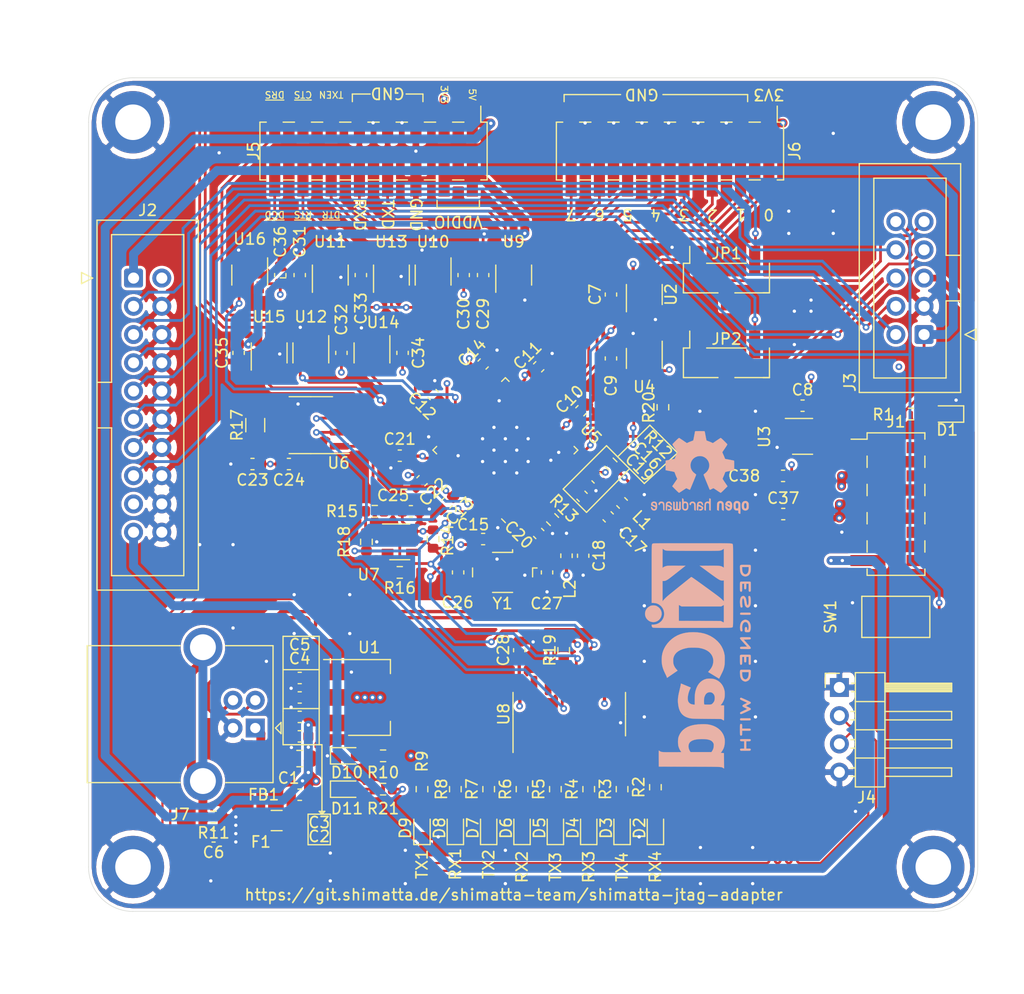
<source format=kicad_pcb>
(kicad_pcb (version 20171130) (host pcbnew 5.1.10)

  (general
    (thickness 1.6)
    (drawings 106)
    (tracks 1411)
    (zones 0)
    (modules 108)
    (nets 88)
  )

  (page A4)
  (title_block
    (title "Shimatta Jtag Adapter")
    (date 2021-05-14)
    (rev v1.0)
    (company Shimatta)
  )

  (layers
    (0 F.Cu signal)
    (1 In1.Cu power)
    (2 In2.Cu power)
    (31 B.Cu signal)
    (32 B.Adhes user)
    (33 F.Adhes user)
    (34 B.Paste user)
    (35 F.Paste user)
    (36 B.SilkS user)
    (37 F.SilkS user)
    (38 B.Mask user)
    (39 F.Mask user)
    (40 Dwgs.User user)
    (41 Cmts.User user)
    (42 Eco1.User user)
    (43 Eco2.User user)
    (44 Edge.Cuts user)
    (45 Margin user)
    (46 B.CrtYd user)
    (47 F.CrtYd user)
    (48 B.Fab user hide)
    (49 F.Fab user hide)
  )

  (setup
    (last_trace_width 0.8)
    (user_trace_width 0.3)
    (user_trace_width 0.6)
    (user_trace_width 0.8)
    (trace_clearance 0.2)
    (zone_clearance 0.254)
    (zone_45_only no)
    (trace_min 0.2)
    (via_size 0.6)
    (via_drill 0.3)
    (via_min_size 0.4)
    (via_min_drill 0.3)
    (user_via 0.9 0.5)
    (uvia_size 0.3)
    (uvia_drill 0.1)
    (uvias_allowed no)
    (uvia_min_size 0.2)
    (uvia_min_drill 0.1)
    (edge_width 0.05)
    (segment_width 0.2)
    (pcb_text_width 0.3)
    (pcb_text_size 1.5 1.5)
    (mod_edge_width 0.12)
    (mod_text_size 1 1)
    (mod_text_width 0.15)
    (pad_size 4.35 4.35)
    (pad_drill 0)
    (pad_to_mask_clearance 0)
    (aux_axis_origin 25 25)
    (grid_origin 25 25)
    (visible_elements FFFFFF7F)
    (pcbplotparams
      (layerselection 0x010fc_ffffffff)
      (usegerberextensions false)
      (usegerberattributes true)
      (usegerberadvancedattributes true)
      (creategerberjobfile true)
      (excludeedgelayer true)
      (linewidth 0.100000)
      (plotframeref false)
      (viasonmask false)
      (mode 1)
      (useauxorigin false)
      (hpglpennumber 1)
      (hpglpenspeed 20)
      (hpglpendiameter 15.000000)
      (psnegative false)
      (psa4output false)
      (plotreference true)
      (plotvalue true)
      (plotinvisibletext false)
      (padsonsilk false)
      (subtractmaskfromsilk false)
      (outputformat 1)
      (mirror false)
      (drillshape 1)
      (scaleselection 1)
      (outputdirectory ""))
  )

  (net 0 "")
  (net 1 GND)
  (net 2 +5V)
  (net 3 +3V3)
  (net 4 "Net-(C6-Pad2)")
  (net 5 /TARGET_VDDIO)
  (net 6 /FT4232H/VCORE)
  (net 7 "Net-(C17-Pad1)")
  (net 8 "Net-(C18-Pad1)")
  (net 9 "Net-(C26-Pad1)")
  (net 10 "Net-(C27-Pad1)")
  (net 11 /UART3_VDDIO)
  (net 12 "Net-(D1-Pad2)")
  (net 13 "Net-(D2-Pad2)")
  (net 14 "Net-(D3-Pad2)")
  (net 15 "Net-(D4-Pad2)")
  (net 16 "Net-(D5-Pad2)")
  (net 17 "Net-(D6-Pad2)")
  (net 18 "Net-(D7-Pad2)")
  (net 19 "Net-(D8-Pad2)")
  (net 20 "Net-(D9-Pad2)")
  (net 21 "Net-(D10-Pad2)")
  (net 22 /TEST_VCC_GND)
  (net 23 /~RTS~_VDDIO)
  (net 24 /~TARGET_RESET)
  (net 25 /TDO_SWO)
  (net 26 /RTCLK)
  (net 27 /TCK_SWCLK)
  (net 28 /TMS_SWDIO)
  (net 29 /TDI)
  (net 30 /~TRST)
  (net 31 "Net-(J3-Pad9)")
  (net 32 "Net-(J3-Pad7)")
  (net 33 /RS485-)
  (net 34 /RS485+)
  (net 35 "/UART3 Level Translation/~DCD3~_VDDIO")
  (net 36 "/UART3 Level Translation/~DSR3~_VDDIO")
  (net 37 "/UART3 Level Translation/~RTS3~_VDDIO")
  (net 38 "/UART3 Level Translation/~DTR3~_VDDIO")
  (net 39 "/UART3 Level Translation/TXDEN3_VDDIO")
  (net 40 "/UART3 Level Translation/RXD3_VDDIO")
  (net 41 "/UART3 Level Translation/TXD3_VDDIO")
  (net 42 /FT4232H/MPSSE2_7)
  (net 43 /FT4232H/MPSSE2_6)
  (net 44 /FT4232H/MPSSE2_5)
  (net 45 /FT4232H/MPSSE2_4)
  (net 46 /FT4232H/MPSSE2_3)
  (net 47 /FT4232H/MPSSE2_2)
  (net 48 /FT4232H/MPSSE2_1)
  (net 49 /FT4232H/MPSSE2_0)
  (net 50 /D+)
  (net 51 /D-)
  (net 52 "/Level trans Programming Connector/OUT_VDDIO")
  (net 53 "/Level trans Programming Connector/IN_VDDIO")
  (net 54 /FT4232H/D_RX_ACT)
  (net 55 /FT4232H/D_TX_ACT)
  (net 56 /FT4232H/C_RX_ACT)
  (net 57 /FT4232H/C_TX_ACT)
  (net 58 /FT4232H/B_RX_ACT)
  (net 59 /FT4232H/B_TX_ACT)
  (net 60 /FT4232H/A_RX_ACT)
  (net 61 /FT4232H/A_TX_ACT)
  (net 62 "Net-(R12-Pad1)")
  (net 63 "Net-(R13-Pad1)")
  (net 64 /FT4232H/EECS)
  (net 65 "Net-(R15-Pad2)")
  (net 66 /FT4232H/EECLK)
  (net 67 /FT4232H/EEDATA)
  (net 68 /FT4232H/~PWREN)
  (net 69 "/Level trans Programming Connector/IN_3V3")
  (net 70 "/Level trans Programming Connector/RTS_3V3")
  (net 71 "/Level trans Programming Connector/OUT_3V3")
  (net 72 /FT4232H/TXEN4)
  (net 73 /FT4232H/RXD4)
  (net 74 /FT4232H/TXD4)
  (net 75 /FT4232H/TXDEN3)
  (net 76 /FT4232H/~DCD3)
  (net 77 /FT4232H/~DSR3)
  (net 78 /FT4232H/~DTR3)
  (net 79 /FT4232H/~RTS3)
  (net 80 /FT4232H/RXD3)
  (net 81 /FT4232H/TXD3)
  (net 82 "/UART3 Level Translation/~CTS3~_VDDIO")
  (net 83 /FT4232H/~CTS3)
  (net 84 /JTAG_5V_SUPPLY)
  (net 85 "Net-(D11-Pad2)")
  (net 86 "Net-(F1-Pad2)")
  (net 87 "Net-(F1-Pad1)")

  (net_class Default "This is the default net class."
    (clearance 0.2)
    (trace_width 0.25)
    (via_dia 0.6)
    (via_drill 0.3)
    (uvia_dia 0.3)
    (uvia_drill 0.1)
    (diff_pair_width 0.25)
    (diff_pair_gap 0.25)
    (add_net +3V3)
    (add_net +5V)
    (add_net /FT4232H/A_RX_ACT)
    (add_net /FT4232H/A_TX_ACT)
    (add_net /FT4232H/B_RX_ACT)
    (add_net /FT4232H/B_TX_ACT)
    (add_net /FT4232H/C_RX_ACT)
    (add_net /FT4232H/C_TX_ACT)
    (add_net /FT4232H/D_RX_ACT)
    (add_net /FT4232H/D_TX_ACT)
    (add_net /FT4232H/EECLK)
    (add_net /FT4232H/EECS)
    (add_net /FT4232H/EEDATA)
    (add_net /FT4232H/MPSSE2_0)
    (add_net /FT4232H/MPSSE2_1)
    (add_net /FT4232H/MPSSE2_2)
    (add_net /FT4232H/MPSSE2_3)
    (add_net /FT4232H/MPSSE2_4)
    (add_net /FT4232H/MPSSE2_5)
    (add_net /FT4232H/MPSSE2_6)
    (add_net /FT4232H/MPSSE2_7)
    (add_net /FT4232H/RXD3)
    (add_net /FT4232H/RXD4)
    (add_net /FT4232H/TXD3)
    (add_net /FT4232H/TXD4)
    (add_net /FT4232H/TXDEN3)
    (add_net /FT4232H/TXEN4)
    (add_net /FT4232H/VCORE)
    (add_net /FT4232H/~CTS3)
    (add_net /FT4232H/~DCD3)
    (add_net /FT4232H/~DSR3)
    (add_net /FT4232H/~DTR3)
    (add_net /FT4232H/~PWREN)
    (add_net /FT4232H/~RTS3)
    (add_net /FT4232H/~SUSPEND)
    (add_net /JTAG_5V_SUPPLY)
    (add_net "/Level trans Programming Connector/IN_3V3")
    (add_net "/Level trans Programming Connector/IN_VDDIO")
    (add_net "/Level trans Programming Connector/OUT_3V3")
    (add_net "/Level trans Programming Connector/OUT_VDDIO")
    (add_net "/Level trans Programming Connector/RTS_3V3")
    (add_net /RTCLK)
    (add_net /TARGET_VDDIO)
    (add_net /TCK_SWCLK)
    (add_net /TDI)
    (add_net /TDO_SWO)
    (add_net /TEST_VCC_GND)
    (add_net /TMS_SWDIO)
    (add_net "/UART3 Level Translation/RXD3_VDDIO")
    (add_net "/UART3 Level Translation/TXD3_VDDIO")
    (add_net "/UART3 Level Translation/TXDEN3_VDDIO")
    (add_net "/UART3 Level Translation/~CTS3~_VDDIO")
    (add_net "/UART3 Level Translation/~DCD3~_VDDIO")
    (add_net "/UART3 Level Translation/~DSR3~_VDDIO")
    (add_net "/UART3 Level Translation/~DTR3~_VDDIO")
    (add_net "/UART3 Level Translation/~RTS3~_VDDIO")
    (add_net /UART3_VDDIO)
    (add_net /~RTS~_VDDIO)
    (add_net /~TARGET_RESET)
    (add_net /~TRST)
    (add_net GND)
    (add_net "Net-(C17-Pad1)")
    (add_net "Net-(C18-Pad1)")
    (add_net "Net-(C26-Pad1)")
    (add_net "Net-(C27-Pad1)")
    (add_net "Net-(C6-Pad2)")
    (add_net "Net-(D1-Pad2)")
    (add_net "Net-(D10-Pad2)")
    (add_net "Net-(D11-Pad2)")
    (add_net "Net-(D2-Pad2)")
    (add_net "Net-(D3-Pad2)")
    (add_net "Net-(D4-Pad2)")
    (add_net "Net-(D5-Pad2)")
    (add_net "Net-(D6-Pad2)")
    (add_net "Net-(D7-Pad2)")
    (add_net "Net-(D8-Pad2)")
    (add_net "Net-(D9-Pad2)")
    (add_net "Net-(F1-Pad1)")
    (add_net "Net-(F1-Pad2)")
    (add_net "Net-(J2-Pad17)")
    (add_net "Net-(J2-Pad2)")
    (add_net "Net-(J3-Pad7)")
    (add_net "Net-(J3-Pad9)")
    (add_net "Net-(R12-Pad1)")
    (add_net "Net-(R13-Pad1)")
    (add_net "Net-(R15-Pad2)")
    (add_net "Net-(U10-Pad1)")
    (add_net "Net-(U11-Pad1)")
    (add_net "Net-(U12-Pad1)")
    (add_net "Net-(U13-Pad1)")
    (add_net "Net-(U14-Pad1)")
    (add_net "Net-(U15-Pad1)")
    (add_net "Net-(U16-Pad1)")
    (add_net "Net-(U2-Pad1)")
    (add_net "Net-(U3-Pad1)")
    (add_net "Net-(U4-Pad1)")
    (add_net "Net-(U5-Pad19)")
    (add_net "Net-(U5-Pad21)")
    (add_net "Net-(U5-Pad22)")
    (add_net "Net-(U5-Pad23)")
    (add_net "Net-(U5-Pad24)")
    (add_net "Net-(U5-Pad53)")
    (add_net "Net-(U5-Pad54)")
    (add_net "Net-(U5-Pad55)")
    (add_net "Net-(U5-Pad57)")
    (add_net "Net-(U5-Pad58)")
    (add_net "Net-(U8-Pad9)")
    (add_net "Net-(U9-Pad1)")
  )

  (net_class RS485 ""
    (clearance 0.5)
    (trace_width 0.2)
    (via_dia 0.6)
    (via_drill 0.3)
    (uvia_dia 0.3)
    (uvia_drill 0.1)
    (diff_pair_width 0.2)
    (diff_pair_gap 0.5)
    (add_net /RS485+)
    (add_net /RS485-)
  )

  (net_class USB ""
    (clearance 0.2)
    (trace_width 0.25)
    (via_dia 0.6)
    (via_drill 0.3)
    (uvia_dia 0.3)
    (uvia_drill 0.1)
    (diff_pair_width 0.3)
    (diff_pair_gap 0.25)
    (add_net /D+)
    (add_net /D-)
  )

  (module Fuse:Fuse_1206_3216Metric_Castellated (layer F.Cu) (tedit 5F68FEF1) (tstamp 60A997D9)
    (at 41.925 91.825 180)
    (descr "Fuse SMD 1206 (3216 Metric), castellated end terminal, IPC_7351. (Body size source: http://www.tortai-tech.com/upload/download/2011102023233369053.pdf), generated with kicad-footprint-generator")
    (tags "fuse castellated")
    (path /60AC7798)
    (attr smd)
    (fp_text reference F1 (at 1.425 -1.925) (layer F.SilkS)
      (effects (font (size 1 1) (thickness 0.15)))
    )
    (fp_text value PTS12066V050 (at 0 1.78) (layer F.Fab)
      (effects (font (size 1 1) (thickness 0.15)))
    )
    (fp_text user %R (at 0 0) (layer F.Fab)
      (effects (font (size 0.8 0.8) (thickness 0.12)))
    )
    (fp_line (start -1.6 0.8) (end -1.6 -0.8) (layer F.Fab) (width 0.1))
    (fp_line (start -1.6 -0.8) (end 1.6 -0.8) (layer F.Fab) (width 0.1))
    (fp_line (start 1.6 -0.8) (end 1.6 0.8) (layer F.Fab) (width 0.1))
    (fp_line (start 1.6 0.8) (end -1.6 0.8) (layer F.Fab) (width 0.1))
    (fp_line (start -0.490455 -0.91) (end 0.490455 -0.91) (layer F.SilkS) (width 0.12))
    (fp_line (start -0.490455 0.91) (end 0.490455 0.91) (layer F.SilkS) (width 0.12))
    (fp_line (start -2.48 1.08) (end -2.48 -1.08) (layer F.CrtYd) (width 0.05))
    (fp_line (start -2.48 -1.08) (end 2.48 -1.08) (layer F.CrtYd) (width 0.05))
    (fp_line (start 2.48 -1.08) (end 2.48 1.08) (layer F.CrtYd) (width 0.05))
    (fp_line (start 2.48 1.08) (end -2.48 1.08) (layer F.CrtYd) (width 0.05))
    (pad 2 smd roundrect (at 1.425 0 180) (size 1.6 1.65) (layers F.Cu F.Paste F.Mask) (roundrect_rratio 0.15625)
      (net 86 "Net-(F1-Pad2)"))
    (pad 1 smd roundrect (at -1.425 0 180) (size 1.6 1.65) (layers F.Cu F.Paste F.Mask) (roundrect_rratio 0.15625)
      (net 87 "Net-(F1-Pad1)"))
    (model ${KISYS3DMOD}/Fuse.3dshapes/Fuse_1206_3216Metric_Castellated.wrl
      (at (xyz 0 0 0))
      (scale (xyz 1 1 1))
      (rotate (xyz 0 0 0))
    )
  )

  (module Resistor_SMD:R_0603_1608Metric (layer F.Cu) (tedit 5F68FEEE) (tstamp 60A24EC1)
    (at 51.5 89)
    (descr "Resistor SMD 0603 (1608 Metric), square (rectangular) end terminal, IPC_7351 nominal, (Body size source: IPC-SM-782 page 72, https://www.pcb-3d.com/wordpress/wp-content/uploads/ipc-sm-782a_amendment_1_and_2.pdf), generated with kicad-footprint-generator")
    (tags resistor)
    (path /60B7FDBF)
    (attr smd)
    (fp_text reference R21 (at 0 1.75) (layer F.SilkS)
      (effects (font (size 1 1) (thickness 0.15)))
    )
    (fp_text value 1k5 (at 0 1.43) (layer F.Fab)
      (effects (font (size 1 1) (thickness 0.15)))
    )
    (fp_line (start -0.8 0.4125) (end -0.8 -0.4125) (layer F.Fab) (width 0.1))
    (fp_line (start -0.8 -0.4125) (end 0.8 -0.4125) (layer F.Fab) (width 0.1))
    (fp_line (start 0.8 -0.4125) (end 0.8 0.4125) (layer F.Fab) (width 0.1))
    (fp_line (start 0.8 0.4125) (end -0.8 0.4125) (layer F.Fab) (width 0.1))
    (fp_line (start -0.237258 -0.5225) (end 0.237258 -0.5225) (layer F.SilkS) (width 0.12))
    (fp_line (start -0.237258 0.5225) (end 0.237258 0.5225) (layer F.SilkS) (width 0.12))
    (fp_line (start -1.48 0.73) (end -1.48 -0.73) (layer F.CrtYd) (width 0.05))
    (fp_line (start -1.48 -0.73) (end 1.48 -0.73) (layer F.CrtYd) (width 0.05))
    (fp_line (start 1.48 -0.73) (end 1.48 0.73) (layer F.CrtYd) (width 0.05))
    (fp_line (start 1.48 0.73) (end -1.48 0.73) (layer F.CrtYd) (width 0.05))
    (fp_text user %R (at 0 0) (layer F.Fab)
      (effects (font (size 0.4 0.4) (thickness 0.06)))
    )
    (pad 2 smd roundrect (at 0.825 0) (size 0.8 0.95) (layers F.Cu F.Paste F.Mask) (roundrect_rratio 0.25)
      (net 84 /JTAG_5V_SUPPLY))
    (pad 1 smd roundrect (at -0.825 0) (size 0.8 0.95) (layers F.Cu F.Paste F.Mask) (roundrect_rratio 0.25)
      (net 85 "Net-(D11-Pad2)"))
    (model ${KISYS3DMOD}/Resistor_SMD.3dshapes/R_0603_1608Metric.wrl
      (at (xyz 0 0 0))
      (scale (xyz 1 1 1))
      (rotate (xyz 0 0 0))
    )
  )

  (module LED_SMD:LED_0603_1608Metric (layer F.Cu) (tedit 5F68FEF1) (tstamp 60A24764)
    (at 48.25 89)
    (descr "LED SMD 0603 (1608 Metric), square (rectangular) end terminal, IPC_7351 nominal, (Body size source: http://www.tortai-tech.com/upload/download/2011102023233369053.pdf), generated with kicad-footprint-generator")
    (tags LED)
    (path /60B78CA4)
    (attr smd)
    (fp_text reference D11 (at 0 1.75) (layer F.SilkS)
      (effects (font (size 1 1) (thickness 0.15)))
    )
    (fp_text value R (at 0 1.43) (layer F.Fab)
      (effects (font (size 1 1) (thickness 0.15)))
    )
    (fp_line (start 0.8 -0.4) (end -0.5 -0.4) (layer F.Fab) (width 0.1))
    (fp_line (start -0.5 -0.4) (end -0.8 -0.1) (layer F.Fab) (width 0.1))
    (fp_line (start -0.8 -0.1) (end -0.8 0.4) (layer F.Fab) (width 0.1))
    (fp_line (start -0.8 0.4) (end 0.8 0.4) (layer F.Fab) (width 0.1))
    (fp_line (start 0.8 0.4) (end 0.8 -0.4) (layer F.Fab) (width 0.1))
    (fp_line (start 0.8 -0.735) (end -1.485 -0.735) (layer F.SilkS) (width 0.12))
    (fp_line (start -1.485 -0.735) (end -1.485 0.735) (layer F.SilkS) (width 0.12))
    (fp_line (start -1.485 0.735) (end 0.8 0.735) (layer F.SilkS) (width 0.12))
    (fp_line (start -1.48 0.73) (end -1.48 -0.73) (layer F.CrtYd) (width 0.05))
    (fp_line (start -1.48 -0.73) (end 1.48 -0.73) (layer F.CrtYd) (width 0.05))
    (fp_line (start 1.48 -0.73) (end 1.48 0.73) (layer F.CrtYd) (width 0.05))
    (fp_line (start 1.48 0.73) (end -1.48 0.73) (layer F.CrtYd) (width 0.05))
    (fp_text user %R (at 0 0) (layer F.Fab)
      (effects (font (size 0.4 0.4) (thickness 0.06)))
    )
    (pad 2 smd roundrect (at 0.7875 0) (size 0.875 0.95) (layers F.Cu F.Paste F.Mask) (roundrect_rratio 0.25)
      (net 85 "Net-(D11-Pad2)"))
    (pad 1 smd roundrect (at -0.7875 0) (size 0.875 0.95) (layers F.Cu F.Paste F.Mask) (roundrect_rratio 0.25)
      (net 1 GND))
    (model ${KISYS3DMOD}/LED_SMD.3dshapes/LED_0603_1608Metric.wrl
      (at (xyz 0 0 0))
      (scale (xyz 1 1 1))
      (rotate (xyz 0 0 0))
    )
  )

  (module Connector_PinHeader_2.54mm:PinHeader_2x05_P2.54mm_Vertical_SMD (layer F.Cu) (tedit 59FED5CC) (tstamp 60A2169F)
    (at 97.644 63.354)
    (descr "surface-mounted straight pin header, 2x05, 2.54mm pitch, double rows")
    (tags "Surface mounted pin header SMD 2x05 2.54mm double row")
    (path /60ACE56C)
    (attr smd)
    (fp_text reference J1 (at 0 -7.41) (layer F.SilkS)
      (effects (font (size 1 1) (thickness 0.15)))
    )
    (fp_text value Conn_02x05_Odd_Even (at 0 7.41) (layer F.Fab)
      (effects (font (size 1 1) (thickness 0.15)))
    )
    (fp_line (start 2.54 6.35) (end -2.54 6.35) (layer F.Fab) (width 0.1))
    (fp_line (start -1.59 -6.35) (end 2.54 -6.35) (layer F.Fab) (width 0.1))
    (fp_line (start -2.54 6.35) (end -2.54 -5.4) (layer F.Fab) (width 0.1))
    (fp_line (start -2.54 -5.4) (end -1.59 -6.35) (layer F.Fab) (width 0.1))
    (fp_line (start 2.54 -6.35) (end 2.54 6.35) (layer F.Fab) (width 0.1))
    (fp_line (start -2.54 -5.4) (end -3.6 -5.4) (layer F.Fab) (width 0.1))
    (fp_line (start -3.6 -5.4) (end -3.6 -4.76) (layer F.Fab) (width 0.1))
    (fp_line (start -3.6 -4.76) (end -2.54 -4.76) (layer F.Fab) (width 0.1))
    (fp_line (start 2.54 -5.4) (end 3.6 -5.4) (layer F.Fab) (width 0.1))
    (fp_line (start 3.6 -5.4) (end 3.6 -4.76) (layer F.Fab) (width 0.1))
    (fp_line (start 3.6 -4.76) (end 2.54 -4.76) (layer F.Fab) (width 0.1))
    (fp_line (start -2.54 -2.86) (end -3.6 -2.86) (layer F.Fab) (width 0.1))
    (fp_line (start -3.6 -2.86) (end -3.6 -2.22) (layer F.Fab) (width 0.1))
    (fp_line (start -3.6 -2.22) (end -2.54 -2.22) (layer F.Fab) (width 0.1))
    (fp_line (start 2.54 -2.86) (end 3.6 -2.86) (layer F.Fab) (width 0.1))
    (fp_line (start 3.6 -2.86) (end 3.6 -2.22) (layer F.Fab) (width 0.1))
    (fp_line (start 3.6 -2.22) (end 2.54 -2.22) (layer F.Fab) (width 0.1))
    (fp_line (start -2.54 -0.32) (end -3.6 -0.32) (layer F.Fab) (width 0.1))
    (fp_line (start -3.6 -0.32) (end -3.6 0.32) (layer F.Fab) (width 0.1))
    (fp_line (start -3.6 0.32) (end -2.54 0.32) (layer F.Fab) (width 0.1))
    (fp_line (start 2.54 -0.32) (end 3.6 -0.32) (layer F.Fab) (width 0.1))
    (fp_line (start 3.6 -0.32) (end 3.6 0.32) (layer F.Fab) (width 0.1))
    (fp_line (start 3.6 0.32) (end 2.54 0.32) (layer F.Fab) (width 0.1))
    (fp_line (start -2.54 2.22) (end -3.6 2.22) (layer F.Fab) (width 0.1))
    (fp_line (start -3.6 2.22) (end -3.6 2.86) (layer F.Fab) (width 0.1))
    (fp_line (start -3.6 2.86) (end -2.54 2.86) (layer F.Fab) (width 0.1))
    (fp_line (start 2.54 2.22) (end 3.6 2.22) (layer F.Fab) (width 0.1))
    (fp_line (start 3.6 2.22) (end 3.6 2.86) (layer F.Fab) (width 0.1))
    (fp_line (start 3.6 2.86) (end 2.54 2.86) (layer F.Fab) (width 0.1))
    (fp_line (start -2.54 4.76) (end -3.6 4.76) (layer F.Fab) (width 0.1))
    (fp_line (start -3.6 4.76) (end -3.6 5.4) (layer F.Fab) (width 0.1))
    (fp_line (start -3.6 5.4) (end -2.54 5.4) (layer F.Fab) (width 0.1))
    (fp_line (start 2.54 4.76) (end 3.6 4.76) (layer F.Fab) (width 0.1))
    (fp_line (start 3.6 4.76) (end 3.6 5.4) (layer F.Fab) (width 0.1))
    (fp_line (start 3.6 5.4) (end 2.54 5.4) (layer F.Fab) (width 0.1))
    (fp_line (start -2.6 -6.41) (end 2.6 -6.41) (layer F.SilkS) (width 0.12))
    (fp_line (start -2.6 6.41) (end 2.6 6.41) (layer F.SilkS) (width 0.12))
    (fp_line (start -4.04 -5.84) (end -2.6 -5.84) (layer F.SilkS) (width 0.12))
    (fp_line (start -2.6 -6.41) (end -2.6 -5.84) (layer F.SilkS) (width 0.12))
    (fp_line (start 2.6 -6.41) (end 2.6 -5.84) (layer F.SilkS) (width 0.12))
    (fp_line (start -2.6 5.84) (end -2.6 6.41) (layer F.SilkS) (width 0.12))
    (fp_line (start 2.6 5.84) (end 2.6 6.41) (layer F.SilkS) (width 0.12))
    (fp_line (start -2.6 -4.32) (end -2.6 -3.3) (layer F.SilkS) (width 0.12))
    (fp_line (start 2.6 -4.32) (end 2.6 -3.3) (layer F.SilkS) (width 0.12))
    (fp_line (start -2.6 -1.78) (end -2.6 -0.76) (layer F.SilkS) (width 0.12))
    (fp_line (start 2.6 -1.78) (end 2.6 -0.76) (layer F.SilkS) (width 0.12))
    (fp_line (start -2.6 0.76) (end -2.6 1.78) (layer F.SilkS) (width 0.12))
    (fp_line (start 2.6 0.76) (end 2.6 1.78) (layer F.SilkS) (width 0.12))
    (fp_line (start -2.6 3.3) (end -2.6 4.32) (layer F.SilkS) (width 0.12))
    (fp_line (start 2.6 3.3) (end 2.6 4.32) (layer F.SilkS) (width 0.12))
    (fp_line (start -5.9 -6.85) (end -5.9 6.85) (layer F.CrtYd) (width 0.05))
    (fp_line (start -5.9 6.85) (end 5.9 6.85) (layer F.CrtYd) (width 0.05))
    (fp_line (start 5.9 6.85) (end 5.9 -6.85) (layer F.CrtYd) (width 0.05))
    (fp_line (start 5.9 -6.85) (end -5.9 -6.85) (layer F.CrtYd) (width 0.05))
    (fp_text user %R (at 0 0 90) (layer F.Fab)
      (effects (font (size 1 1) (thickness 0.15)))
    )
    (pad 10 smd rect (at 2.525 5.08) (size 3.15 1) (layers F.Cu F.Paste F.Mask)
      (net 22 /TEST_VCC_GND))
    (pad 9 smd rect (at -2.525 5.08) (size 3.15 1) (layers F.Cu F.Paste F.Mask)
      (net 84 /JTAG_5V_SUPPLY))
    (pad 8 smd rect (at 2.525 2.54) (size 3.15 1) (layers F.Cu F.Paste F.Mask)
      (net 22 /TEST_VCC_GND))
    (pad 7 smd rect (at -2.525 2.54) (size 3.15 1) (layers F.Cu F.Paste F.Mask)
      (net 1 GND))
    (pad 6 smd rect (at 2.525 0) (size 3.15 1) (layers F.Cu F.Paste F.Mask)
      (net 22 /TEST_VCC_GND))
    (pad 5 smd rect (at -2.525 0) (size 3.15 1) (layers F.Cu F.Paste F.Mask)
      (net 2 +5V))
    (pad 4 smd rect (at 2.525 -2.54) (size 3.15 1) (layers F.Cu F.Paste F.Mask)
      (net 22 /TEST_VCC_GND))
    (pad 3 smd rect (at -2.525 -2.54) (size 3.15 1) (layers F.Cu F.Paste F.Mask)
      (net 3 +3V3))
    (pad 2 smd rect (at 2.525 -5.08) (size 3.15 1) (layers F.Cu F.Paste F.Mask)
      (net 22 /TEST_VCC_GND))
    (pad 1 smd rect (at -2.525 -5.08) (size 3.15 1) (layers F.Cu F.Paste F.Mask)
      (net 23 /~RTS~_VDDIO))
    (model ${KISYS3DMOD}/Connector_PinHeader_2.54mm.3dshapes/PinHeader_2x05_P2.54mm_Vertical_SMD.wrl
      (at (xyz 0 0 0))
      (scale (xyz 1 1 1))
      (rotate (xyz 0 0 0))
    )
  )

  (module Symbol:KiCad-Logo2_8mm_SilkScreen (layer B.Cu) (tedit 0) (tstamp 60A1DDF5)
    (at 79 77 270)
    (descr "KiCad Logo")
    (tags "Logo KiCad")
    (attr virtual)
    (fp_text reference REF** (at 0 6.35 270) (layer B.SilkS) hide
      (effects (font (size 1 1) (thickness 0.15)) (justify mirror))
    )
    (fp_text value KiCad-Logo2_8mm_SilkScreen (at 0 -7.62 270) (layer B.Fab) hide
      (effects (font (size 1 1) (thickness 0.15)) (justify mirror))
    )
    (fp_poly (pts (xy -7.974708 -4.606409) (xy -7.922143 -4.606944) (xy -7.768119 -4.61066) (xy -7.639125 -4.621699)
      (xy -7.530763 -4.641246) (xy -7.438638 -4.670483) (xy -7.358353 -4.710597) (xy -7.285512 -4.762769)
      (xy -7.259495 -4.785433) (xy -7.216337 -4.838462) (xy -7.177421 -4.910421) (xy -7.147427 -4.990184)
      (xy -7.131035 -5.066625) (xy -7.129332 -5.094872) (xy -7.140005 -5.173174) (xy -7.168607 -5.258705)
      (xy -7.210011 -5.339663) (xy -7.259095 -5.404246) (xy -7.267067 -5.412038) (xy -7.3346 -5.466808)
      (xy -7.408552 -5.509563) (xy -7.493188 -5.541423) (xy -7.592771 -5.563508) (xy -7.711566 -5.576938)
      (xy -7.853834 -5.582834) (xy -7.919 -5.583334) (xy -8.001855 -5.582935) (xy -8.060123 -5.581266)
      (xy -8.09927 -5.577622) (xy -8.124763 -5.571293) (xy -8.142068 -5.561574) (xy -8.151344 -5.553274)
      (xy -8.160106 -5.543192) (xy -8.166979 -5.530185) (xy -8.172192 -5.510769) (xy -8.175973 -5.48146)
      (xy -8.178551 -5.438773) (xy -8.180154 -5.379225) (xy -8.181011 -5.29933) (xy -8.181351 -5.195605)
      (xy -8.181403 -5.094872) (xy -8.181734 -4.960519) (xy -8.181662 -4.853192) (xy -8.180384 -4.801795)
      (xy -7.986019 -4.801795) (xy -7.986019 -5.387949) (xy -7.862025 -5.387835) (xy -7.787415 -5.385696)
      (xy -7.709272 -5.380183) (xy -7.644074 -5.372472) (xy -7.64209 -5.372155) (xy -7.536717 -5.346678)
      (xy -7.454986 -5.307) (xy -7.392816 -5.250538) (xy -7.353314 -5.189406) (xy -7.328974 -5.121593)
      (xy -7.330861 -5.057919) (xy -7.359109 -4.989665) (xy -7.414362 -4.919056) (xy -7.490927 -4.866735)
      (xy -7.590449 -4.831763) (xy -7.656961 -4.819386) (xy -7.732461 -4.810694) (xy -7.812479 -4.804404)
      (xy -7.880538 -4.801788) (xy -7.884569 -4.801776) (xy -7.986019 -4.801795) (xy -8.180384 -4.801795)
      (xy -8.17959 -4.769881) (xy -8.173915 -4.707579) (xy -8.163041 -4.663275) (xy -8.145368 -4.63396)
      (xy -8.119297 -4.616625) (xy -8.083229 -4.608261) (xy -8.035566 -4.605859) (xy -7.974708 -4.606409)) (layer B.SilkS) (width 0.01))
    (fp_poly (pts (xy -6.099384 -4.606516) (xy -6.006976 -4.607012) (xy -5.937227 -4.608165) (xy -5.886437 -4.610244)
      (xy -5.850905 -4.613515) (xy -5.826932 -4.618247) (xy -5.810818 -4.624707) (xy -5.798863 -4.633163)
      (xy -5.794533 -4.637055) (xy -5.768205 -4.678404) (xy -5.763465 -4.725916) (xy -5.780784 -4.768095)
      (xy -5.788793 -4.77662) (xy -5.801746 -4.784885) (xy -5.822602 -4.791261) (xy -5.85523 -4.796059)
      (xy -5.903496 -4.799588) (xy -5.971268 -4.802158) (xy -6.062414 -4.804081) (xy -6.145745 -4.805251)
      (xy -6.475546 -4.80931) (xy -6.48456 -4.98215) (xy -6.260696 -4.98215) (xy -6.163508 -4.982989)
      (xy -6.092357 -4.986496) (xy -6.043245 -4.994159) (xy -6.012171 -5.007467) (xy -5.995138 -5.027905)
      (xy -5.988146 -5.056963) (xy -5.987084 -5.083931) (xy -5.990384 -5.117021) (xy -6.002837 -5.141404)
      (xy -6.028274 -5.158353) (xy -6.070525 -5.169143) (xy -6.13342 -5.175048) (xy -6.220789 -5.177341)
      (xy -6.268475 -5.177535) (xy -6.48306 -5.177535) (xy -6.48306 -5.387949) (xy -6.152409 -5.387949)
      (xy -6.044024 -5.3881) (xy -5.961651 -5.388778) (xy -5.901243 -5.39032) (xy -5.858753 -5.393063)
      (xy -5.830135 -5.397345) (xy -5.811342 -5.403503) (xy -5.798328 -5.411873) (xy -5.791699 -5.418008)
      (xy -5.768961 -5.453813) (xy -5.76164 -5.485641) (xy -5.772093 -5.524518) (xy -5.791699 -5.553274)
      (xy -5.802159 -5.562327) (xy -5.815662 -5.569357) (xy -5.83584 -5.574618) (xy -5.866325 -5.578365)
      (xy -5.910749 -5.580854) (xy -5.972745 -5.582339) (xy -6.055945 -5.583075) (xy -6.163981 -5.583318)
      (xy -6.220043 -5.583334) (xy -6.340098 -5.583227) (xy -6.433728 -5.582739) (xy -6.504563 -5.581613)
      (xy -6.556235 -5.579595) (xy -6.592377 -5.57643) (xy -6.616622 -5.571863) (xy -6.632601 -5.56564)
      (xy -6.643947 -5.557504) (xy -6.648386 -5.553274) (xy -6.657171 -5.54316) (xy -6.664058 -5.530112)
      (xy -6.669275 -5.510634) (xy -6.673053 -5.481228) (xy -6.675624 -5.438398) (xy -6.677218 -5.378648)
      (xy -6.678065 -5.298481) (xy -6.678396 -5.194401) (xy -6.678445 -5.097492) (xy -6.6784 -4.973387)
      (xy -6.678088 -4.87583) (xy -6.677242 -4.80131) (xy -6.675596 -4.746315) (xy -6.672883 -4.707334)
      (xy -6.668837 -4.680857) (xy -6.663191 -4.66337) (xy -6.65568 -4.651364) (xy -6.646036 -4.641327)
      (xy -6.64366 -4.63909) (xy -6.632129 -4.629183) (xy -6.618732 -4.621512) (xy -6.59975 -4.61579)
      (xy -6.571469 -4.611732) (xy -6.530172 -4.609052) (xy -6.472142 -4.607466) (xy -6.393663 -4.606688)
      (xy -6.29102 -4.606432) (xy -6.21815 -4.60641) (xy -6.099384 -4.606516)) (layer B.SilkS) (width 0.01))
    (fp_poly (pts (xy -4.739942 -4.608121) (xy -4.640337 -4.615084) (xy -4.547698 -4.625959) (xy -4.467412 -4.640338)
      (xy -4.404862 -4.65781) (xy -4.365435 -4.677966) (xy -4.359383 -4.683899) (xy -4.338338 -4.729939)
      (xy -4.34472 -4.777204) (xy -4.377361 -4.817642) (xy -4.378918 -4.818801) (xy -4.398117 -4.831261)
      (xy -4.418159 -4.837813) (xy -4.446114 -4.838608) (xy -4.489053 -4.8338) (xy -4.554045 -4.823539)
      (xy -4.559273 -4.822675) (xy -4.656115 -4.810778) (xy -4.760598 -4.804909) (xy -4.865389 -4.804852)
      (xy -4.963156 -4.810391) (xy -5.046566 -4.821309) (xy -5.108287 -4.837389) (xy -5.112342 -4.839005)
      (xy -5.157118 -4.864093) (xy -5.17285 -4.889482) (xy -5.160534 -4.914451) (xy -5.121169 -4.93828)
      (xy -5.055752 -4.960246) (xy -4.96528 -4.97963) (xy -4.904954 -4.988962) (xy -4.779554 -5.006913)
      (xy -4.679819 -5.023323) (xy -4.6015 -5.039612) (xy -4.540347 -5.057202) (xy -4.492113 -5.077513)
      (xy -4.452549 -5.101967) (xy -4.417406 -5.131984) (xy -4.389165 -5.16146) (xy -4.355662 -5.202531)
      (xy -4.339173 -5.237846) (xy -4.334017 -5.281357) (xy -4.33383 -5.297292) (xy -4.337702 -5.350169)
      (xy -4.353181 -5.389507) (xy -4.379969 -5.424424) (xy -4.434413 -5.477798) (xy -4.495124 -5.518502)
      (xy -4.566612 -5.547864) (xy -4.65339 -5.567211) (xy -4.759968 -5.57787) (xy -4.890857 -5.581169)
      (xy -4.912469 -5.581113) (xy -4.999752 -5.579304) (xy -5.086313 -5.575193) (xy -5.162716 -5.56937)
      (xy -5.219524 -5.562425) (xy -5.224118 -5.561628) (xy -5.280599 -5.548248) (xy -5.328506 -5.531346)
      (xy -5.355627 -5.515895) (xy -5.380865 -5.47513) (xy -5.382623 -5.427662) (xy -5.360866 -5.385359)
      (xy -5.355998 -5.380576) (xy -5.335876 -5.366363) (xy -5.310712 -5.36024) (xy -5.271767 -5.361282)
      (xy -5.224489 -5.366698) (xy -5.171659 -5.371537) (xy -5.097602 -5.375619) (xy -5.011145 -5.378582)
      (xy -4.921117 -5.380061) (xy -4.897439 -5.380158) (xy -4.807076 -5.379794) (xy -4.740943 -5.37804)
      (xy -4.693221 -5.374287) (xy -4.658092 -5.367927) (xy -4.629736 -5.358351) (xy -4.612695 -5.350375)
      (xy -4.57525 -5.328229) (xy -4.551375 -5.308172) (xy -4.547886 -5.302487) (xy -4.555247 -5.279009)
      (xy -4.590241 -5.256281) (xy -4.650442 -5.235334) (xy -4.733425 -5.2172) (xy -4.757874 -5.213161)
      (xy -4.885576 -5.193103) (xy -4.987494 -5.176338) (xy -5.06756 -5.161647) (xy -5.129708 -5.147812)
      (xy -5.177872 -5.133615) (xy -5.215986 -5.117837) (xy -5.247984 -5.09926) (xy -5.277798 -5.076666)
      (xy -5.309364 -5.048837) (xy -5.319986 -5.03908) (xy -5.357227 -5.002666) (xy -5.376941 -4.973816)
      (xy -5.384653 -4.940802) (xy -5.385901 -4.899199) (xy -5.372169 -4.817615) (xy -5.331132 -4.748298)
      (xy -5.263024 -4.691472) (xy -5.168081 -4.647361) (xy -5.100338 -4.627576) (xy -5.026713 -4.614797)
      (xy -4.938515 -4.607568) (xy -4.84113 -4.605479) (xy -4.739942 -4.608121)) (layer B.SilkS) (width 0.01))
    (fp_poly (pts (xy -3.717617 -4.63647) (xy -3.708855 -4.646552) (xy -3.701982 -4.659559) (xy -3.696769 -4.678975)
      (xy -3.692988 -4.708284) (xy -3.69041 -4.750971) (xy -3.688807 -4.810519) (xy -3.687949 -4.890414)
      (xy -3.68761 -4.99414) (xy -3.687557 -5.094872) (xy -3.68765 -5.219816) (xy -3.688081 -5.318185)
      (xy -3.689077 -5.393465) (xy -3.690869 -5.449138) (xy -3.693683 -5.48869) (xy -3.69775 -5.515605)
      (xy -3.703296 -5.533367) (xy -3.710551 -5.545461) (xy -3.717617 -5.553274) (xy -3.761556 -5.579476)
      (xy -3.808374 -5.577125) (xy -3.850263 -5.548548) (xy -3.859888 -5.537391) (xy -3.867409 -5.524447)
      (xy -3.873088 -5.506136) (xy -3.877181 -5.478882) (xy -3.879949 -5.439104) (xy -3.88165 -5.383226)
      (xy -3.882543 -5.307668) (xy -3.882887 -5.208852) (xy -3.882942 -5.096978) (xy -3.882942 -4.680192)
      (xy -3.846051 -4.643301) (xy -3.800579 -4.612264) (xy -3.75647 -4.611145) (xy -3.717617 -4.63647)) (layer B.SilkS) (width 0.01))
    (fp_poly (pts (xy -2.421216 -4.613776) (xy -2.329995 -4.629082) (xy -2.259936 -4.652875) (xy -2.214358 -4.684204)
      (xy -2.201938 -4.702078) (xy -2.189308 -4.743649) (xy -2.197807 -4.781256) (xy -2.224639 -4.816919)
      (xy -2.26633 -4.833603) (xy -2.326824 -4.832248) (xy -2.373613 -4.823209) (xy -2.477582 -4.805987)
      (xy -2.583834 -4.804351) (xy -2.702763 -4.818329) (xy -2.735614 -4.824252) (xy -2.846199 -4.855431)
      (xy -2.932713 -4.90181) (xy -2.994207 -4.962599) (xy -3.029732 -5.037008) (xy -3.037079 -5.075478)
      (xy -3.03227 -5.153527) (xy -3.00122 -5.222581) (xy -2.94676 -5.281293) (xy -2.871718 -5.328317)
      (xy -2.778924 -5.362307) (xy -2.671206 -5.381918) (xy -2.551395 -5.385805) (xy -2.422319 -5.37262)
      (xy -2.415031 -5.371376) (xy -2.363692 -5.361814) (xy -2.335226 -5.352578) (xy -2.322888 -5.338873)
      (xy -2.319932 -5.315906) (xy -2.319865 -5.303743) (xy -2.319865 -5.252683) (xy -2.411031 -5.252683)
      (xy -2.491536 -5.247168) (xy -2.546475 -5.229594) (xy -2.57844 -5.198417) (xy -2.590026 -5.152094)
      (xy -2.590167 -5.146048) (xy -2.583389 -5.106453) (xy -2.560145 -5.078181) (xy -2.516884 -5.059471)
      (xy -2.450055 -5.048564) (xy -2.385324 -5.044554) (xy -2.291241 -5.042253) (xy -2.222998 -5.045764)
      (xy -2.176455 -5.058719) (xy -2.147472 -5.08475) (xy -2.131909 -5.127491) (xy -2.125625 -5.190574)
      (xy -2.12448 -5.273428) (xy -2.126356 -5.36591) (xy -2.132 -5.428818) (xy -2.141436 -5.462403)
      (xy -2.143267 -5.465033) (xy -2.195079 -5.506998) (xy -2.271044 -5.540232) (xy -2.366346 -5.564023)
      (xy -2.47617 -5.577663) (xy -2.5957 -5.580442) (xy -2.72012 -5.571649) (xy -2.793297 -5.560849)
      (xy -2.908074 -5.528362) (xy -3.01475 -5.47525) (xy -3.104065 -5.406319) (xy -3.11764 -5.392542)
      (xy -3.161746 -5.334622) (xy -3.201543 -5.26284) (xy -3.232381 -5.187583) (xy -3.249611 -5.119241)
      (xy -3.251688 -5.092993) (xy -3.242847 -5.038241) (xy -3.219349 -4.970119) (xy -3.185703 -4.898414)
      (xy -3.146418 -4.832913) (xy -3.111709 -4.789162) (xy -3.030557 -4.724083) (xy -2.925652 -4.672285)
      (xy -2.800754 -4.634938) (xy -2.659621 -4.613217) (xy -2.530279 -4.607909) (xy -2.421216 -4.613776)) (layer B.SilkS) (width 0.01))
    (fp_poly (pts (xy -1.555874 -4.612244) (xy -1.524499 -4.630649) (xy -1.483476 -4.660749) (xy -1.430678 -4.70396)
      (xy -1.363979 -4.761702) (xy -1.281253 -4.835392) (xy -1.180374 -4.926448) (xy -1.064895 -5.031138)
      (xy -0.824421 -5.249207) (xy -0.816906 -4.956508) (xy -0.814193 -4.855754) (xy -0.811576 -4.780722)
      (xy -0.808474 -4.727084) (xy -0.80431 -4.69051) (xy -0.798505 -4.666671) (xy -0.790478 -4.651238)
      (xy -0.779651 -4.639882) (xy -0.77391 -4.63511) (xy -0.727937 -4.609877) (xy -0.684191 -4.613566)
      (xy -0.649489 -4.635123) (xy -0.614007 -4.663835) (xy -0.609594 -5.08315) (xy -0.608373 -5.206471)
      (xy -0.607751 -5.303348) (xy -0.607944 -5.377394) (xy -0.609168 -5.432221) (xy -0.611638 -5.471443)
      (xy -0.615568 -5.498673) (xy -0.621174 -5.517523) (xy -0.628672 -5.531605) (xy -0.636987 -5.542899)
      (xy -0.654976 -5.563846) (xy -0.672875 -5.577731) (xy -0.693166 -5.58306) (xy -0.718332 -5.57834)
      (xy -0.750854 -5.562077) (xy -0.793217 -5.532777) (xy -0.847902 -5.488946) (xy -0.917391 -5.429091)
      (xy -1.004169 -5.351718) (xy -1.102469 -5.262814) (xy -1.455664 -4.942435) (xy -1.463179 -5.234177)
      (xy -1.465897 -5.334747) (xy -1.468521 -5.409604) (xy -1.471633 -5.463084) (xy -1.475816 -5.499526)
      (xy -1.481651 -5.523268) (xy -1.48972 -5.538646) (xy -1.500605 -5.55) (xy -1.506175 -5.554626)
      (xy -1.55541 -5.580042) (xy -1.601931 -5.576209) (xy -1.642443 -5.543733) (xy -1.65171 -5.530667)
      (xy -1.658933 -5.515409) (xy -1.664366 -5.494296) (xy -1.668262 -5.463669) (xy -1.670875 -5.419866)
      (xy -1.672461 -5.359227) (xy -1.673272 -5.278091) (xy -1.673562 -5.172797) (xy -1.673593 -5.094872)
      (xy -1.673495 -4.972988) (xy -1.673033 -4.877503) (xy -1.671951 -4.804755) (xy -1.669997 -4.751083)
      (xy -1.666916 -4.712827) (xy -1.662454 -4.686327) (xy -1.656357 -4.66792) (xy -1.648371 -4.653948)
      (xy -1.642443 -4.646011) (xy -1.627416 -4.627212) (xy -1.613372 -4.613017) (xy -1.598184 -4.604846)
      (xy -1.579727 -4.604116) (xy -1.555874 -4.612244)) (layer B.SilkS) (width 0.01))
    (fp_poly (pts (xy 0.481716 -4.606667) (xy 0.583377 -4.607884) (xy 0.661282 -4.61073) (xy 0.718581 -4.615874)
      (xy 0.758427 -4.623984) (xy 0.783968 -4.635731) (xy 0.798357 -4.651782) (xy 0.804745 -4.672808)
      (xy 0.806281 -4.699476) (xy 0.806289 -4.702626) (xy 0.804955 -4.73279) (xy 0.798651 -4.756103)
      (xy 0.783922 -4.773506) (xy 0.757315 -4.78594) (xy 0.715374 -4.794345) (xy 0.654646 -4.799665)
      (xy 0.571676 -4.802839) (xy 0.463011 -4.804809) (xy 0.429705 -4.805245) (xy 0.107413 -4.80931)
      (xy 0.102906 -4.89573) (xy 0.098398 -4.98215) (xy 0.322263 -4.98215) (xy 0.409721 -4.982473)
      (xy 0.472169 -4.983837) (xy 0.514654 -4.986839) (xy 0.542223 -4.992073) (xy 0.559922 -5.000135)
      (xy 0.572797 -5.01162) (xy 0.57288 -5.011711) (xy 0.59623 -5.056471) (xy 0.595386 -5.104847)
      (xy 0.570879 -5.146086) (xy 0.566029 -5.150325) (xy 0.548815 -5.161249) (xy 0.525226 -5.168849)
      (xy 0.490007 -5.173697) (xy 0.4379 -5.176366) (xy 0.36365 -5.177428) (xy 0.316162 -5.177535)
      (xy 0.099898 -5.177535) (xy 0.099898 -5.387949) (xy 0.42822 -5.387949) (xy 0.536618 -5.388139)
      (xy 0.618935 -5.388914) (xy 0.679149 -5.390584) (xy 0.721235 -5.393458) (xy 0.749171 -5.397847)
      (xy 0.766934 -5.404059) (xy 0.7785 -5.412404) (xy 0.781415 -5.415434) (xy 0.802936 -5.457434)
      (xy 0.80451 -5.505214) (xy 0.786855 -5.546642) (xy 0.772885 -5.559937) (xy 0.758354 -5.567256)
      (xy 0.735838 -5.572919) (xy 0.701776 -5.577123) (xy 0.652607 -5.580068) (xy 0.584768 -5.581951)
      (xy 0.494698 -5.58297) (xy 0.378837 -5.583325) (xy 0.352643 -5.583334) (xy 0.234839 -5.583256)
      (xy 0.143396 -5.582831) (xy 0.074614 -5.581766) (xy 0.024796 -5.579769) (xy -0.00976 -5.57655)
      (xy -0.03275 -5.571816) (xy -0.047874 -5.565277) (xy -0.058831 -5.556641) (xy -0.064842 -5.55044)
      (xy -0.07389 -5.539457) (xy -0.080958 -5.525852) (xy -0.086291 -5.506056) (xy -0.090132 -5.476502)
      (xy -0.092725 -5.433621) (xy -0.094313 -5.373845) (xy -0.095139 -5.293607) (xy -0.095448 -5.189339)
      (xy -0.095486 -5.10158) (xy -0.095392 -4.978608) (xy -0.094943 -4.882069) (xy -0.093892 -4.808339)
      (xy -0.09199 -4.75379) (xy -0.088991 -4.714799) (xy -0.084645 -4.687739) (xy -0.078706 -4.668984)
      (xy -0.070925 -4.65491) (xy -0.064336 -4.646011) (xy -0.033186 -4.60641) (xy 0.353148 -4.60641)
      (xy 0.481716 -4.606667)) (layer B.SilkS) (width 0.01))
    (fp_poly (pts (xy 1.530783 -4.606687) (xy 1.702501 -4.612493) (xy 1.848555 -4.630101) (xy 1.971353 -4.660563)
      (xy 2.073303 -4.704935) (xy 2.156814 -4.764271) (xy 2.224293 -4.839624) (xy 2.278149 -4.93205)
      (xy 2.279208 -4.934304) (xy 2.311349 -5.017024) (xy 2.322801 -5.090284) (xy 2.31352 -5.164012)
      (xy 2.283461 -5.248135) (xy 2.277761 -5.260937) (xy 2.238885 -5.335862) (xy 2.195195 -5.393757)
      (xy 2.138806 -5.442972) (xy 2.061838 -5.491857) (xy 2.057366 -5.494409) (xy 1.990363 -5.526595)
      (xy 1.914631 -5.550632) (xy 1.825304 -5.567351) (xy 1.717515 -5.577579) (xy 1.586398 -5.582146)
      (xy 1.540072 -5.582543) (xy 1.319476 -5.583334) (xy 1.288326 -5.543733) (xy 1.279086 -5.530711)
      (xy 1.271878 -5.515504) (xy 1.26645 -5.494466) (xy 1.262551 -5.46395) (xy 1.259929 -5.420311)
      (xy 1.259074 -5.387949) (xy 1.467591 -5.387949) (xy 1.592582 -5.387949) (xy 1.665723 -5.38581)
      (xy 1.740807 -5.380181) (xy 1.80243 -5.372243) (xy 1.806149 -5.371575) (xy 1.915599 -5.342212)
      (xy 2.000494 -5.298097) (xy 2.063518 -5.237183) (xy 2.10736 -5.157424) (xy 2.114983 -5.136284)
      (xy 2.122456 -5.103362) (xy 2.119221 -5.070836) (xy 2.103479 -5.027564) (xy 2.09399 -5.006307)
      (xy 2.062917 -4.94982) (xy 2.025479 -4.910191) (xy 1.984287 -4.882594) (xy 1.901776 -4.846682)
      (xy 1.796179 -4.820668) (xy 1.673164 -4.805688) (xy 1.58407 -4.802392) (xy 1.467591 -4.801795)
      (xy 1.467591 -5.387949) (xy 1.259074 -5.387949) (xy 1.258332 -5.3599) (xy 1.25751 -5.279072)
      (xy 1.25721 -5.174181) (xy 1.257176 -5.092162) (xy 1.257176 -4.680192) (xy 1.294067 -4.643301)
      (xy 1.31044 -4.628348) (xy 1.328143 -4.618108) (xy 1.352865 -4.611701) (xy 1.390294 -4.608247)
      (xy 1.446119 -4.606867) (xy 1.526028 -4.606681) (xy 1.530783 -4.606687)) (layer B.SilkS) (width 0.01))
    (fp_poly (pts (xy 5.160547 -4.60903) (xy 5.186628 -4.61835) (xy 5.187634 -4.618806) (xy 5.223052 -4.645834)
      (xy 5.242566 -4.673636) (xy 5.246384 -4.686672) (xy 5.246195 -4.703992) (xy 5.240822 -4.728667)
      (xy 5.229088 -4.763764) (xy 5.209813 -4.812353) (xy 5.181822 -4.877502) (xy 5.143936 -4.962281)
      (xy 5.094978 -5.069759) (xy 5.068031 -5.128503) (xy 5.01937 -5.233373) (xy 4.97369 -5.329814)
      (xy 4.932734 -5.414298) (xy 4.898246 -5.4833) (xy 4.871969 -5.533294) (xy 4.855646 -5.560754)
      (xy 4.852416 -5.564547) (xy 4.811089 -5.58128) (xy 4.764409 -5.579039) (xy 4.72697 -5.558687)
      (xy 4.725444 -5.557032) (xy 4.710551 -5.534486) (xy 4.685569 -5.490571) (xy 4.653579 -5.43094)
      (xy 4.61766 -5.361246) (xy 4.604752 -5.335563) (xy 4.507314 -5.140397) (xy 4.401106 -5.352407)
      (xy 4.363197 -5.425661) (xy 4.328027 -5.48919) (xy 4.298468 -5.538131) (xy 4.277394 -5.567622)
      (xy 4.270252 -5.573876) (xy 4.214738 -5.582345) (xy 4.168929 -5.564547) (xy 4.155454 -5.545525)
      (xy 4.132136 -5.503249) (xy 4.100877 -5.44188) (xy 4.06358 -5.365576) (xy 4.022146 -5.278499)
      (xy 3.978478 -5.184807) (xy 3.934478 -5.088661) (xy 3.892048 -4.994221) (xy 3.85309 -4.905645)
      (xy 3.819507 -4.827096) (xy 3.793201 -4.762731) (xy 3.776074 -4.716711) (xy 3.770029 -4.693197)
      (xy 3.770091 -4.692345) (xy 3.7848 -4.662756) (xy 3.814202 -4.63262) (xy 3.815933 -4.631308)
      (xy 3.85207 -4.610882) (xy 3.885494 -4.61108) (xy 3.898022 -4.614931) (xy 3.913287 -4.623253)
      (xy 3.929498 -4.639625) (xy 3.948599 -4.667442) (xy 3.972535 -4.7101) (xy 4.003251 -4.770995)
      (xy 4.042691 -4.853525) (xy 4.078258 -4.929707) (xy 4.119177 -5.018014) (xy 4.155844 -5.097426)
      (xy 4.186354 -5.163796) (xy 4.208802 -5.212975) (xy 4.221283 -5.240813) (xy 4.223103 -5.245168)
      (xy 4.23129 -5.238049) (xy 4.250105 -5.208241) (xy 4.277046 -5.160096) (xy 4.309608 -5.097963)
      (xy 4.322566 -5.072328) (xy 4.36646 -4.985765) (xy 4.400311 -4.922725) (xy 4.426897 -4.879542)
      (xy 4.448995 -4.852552) (xy 4.469384 -4.838088) (xy 4.49084 -4.832487) (xy 4.504823 -4.831854)
      (xy 4.529488 -4.83404) (xy 4.551102 -4.843079) (xy 4.572578 -4.862697) (xy 4.59683 -4.896617)
      (xy 4.62677 -4.948562) (xy 4.665313 -5.022258) (xy 4.686578 -5.06418) (xy 4.721072 -5.130994)
      (xy 4.751156 -5.186401) (xy 4.774177 -5.225727) (xy 4.78748 -5.244296) (xy 4.789289 -5.245069)
      (xy 4.79788 -5.230455) (xy 4.817114 -5.192507) (xy 4.845065 -5.135196) (xy 4.879807 -5.062496)
      (xy 4.919413 -4.978376) (xy 4.938896 -4.936594) (xy 4.98958 -4.828763) (xy 5.030393 -4.74579)
      (xy 5.063454 -4.684966) (xy 5.090881 -4.643585) (xy 5.114792 -4.61894) (xy 5.137308 -4.608324)
      (xy 5.160547 -4.60903)) (layer B.SilkS) (width 0.01))
    (fp_poly (pts (xy 5.751604 -4.615477) (xy 5.783174 -4.635142) (xy 5.818656 -4.663873) (xy 5.818656 -5.091966)
      (xy 5.818543 -5.21719) (xy 5.818059 -5.315847) (xy 5.816986 -5.39143) (xy 5.815108 -5.447433)
      (xy 5.812206 -5.487347) (xy 5.808063 -5.514666) (xy 5.802462 -5.532881) (xy 5.795185 -5.545486)
      (xy 5.790024 -5.551696) (xy 5.748168 -5.57898) (xy 5.700505 -5.577867) (xy 5.658753 -5.554602)
      (xy 5.623271 -5.525871) (xy 5.623271 -4.663873) (xy 5.658753 -4.635142) (xy 5.692998 -4.614242)
      (xy 5.720963 -4.60641) (xy 5.751604 -4.615477)) (layer B.SilkS) (width 0.01))
    (fp_poly (pts (xy 6.782677 -4.606539) (xy 6.887465 -4.607043) (xy 6.968799 -4.608096) (xy 7.02998 -4.609876)
      (xy 7.074311 -4.612557) (xy 7.105094 -4.616314) (xy 7.125631 -4.621325) (xy 7.139225 -4.627763)
      (xy 7.145803 -4.632712) (xy 7.179944 -4.676029) (xy 7.184074 -4.721003) (xy 7.162976 -4.76186)
      (xy 7.149179 -4.778186) (xy 7.134332 -4.789318) (xy 7.112815 -4.79625) (xy 7.079008 -4.799977)
      (xy 7.027292 -4.801494) (xy 6.952047 -4.801794) (xy 6.937269 -4.801795) (xy 6.742975 -4.801795)
      (xy 6.742975 -5.162505) (xy 6.742847 -5.276201) (xy 6.742266 -5.363685) (xy 6.740936 -5.428802)
      (xy 6.73856 -5.475398) (xy 6.734844 -5.507319) (xy 6.729492 -5.528412) (xy 6.722207 -5.542523)
      (xy 6.712916 -5.553274) (xy 6.669071 -5.579696) (xy 6.6233 -5.577614) (xy 6.58179 -5.547469)
      (xy 6.578741 -5.543733) (xy 6.568812 -5.52961) (xy 6.561248 -5.513086) (xy 6.555729 -5.490146)
      (xy 6.551933 -5.456773) (xy 6.549542 -5.408955) (xy 6.548234 -5.342674) (xy 6.547691 -5.253918)
      (xy 6.547591 -5.152963) (xy 6.547591 -4.801795) (xy 6.36205 -4.801795) (xy 6.282427 -4.801256)
      (xy 6.227304 -4.799157) (xy 6.191132 -4.794771) (xy 6.168362 -4.787376) (xy 6.153447 -4.776245)
      (xy 6.151636 -4.77431) (xy 6.129858 -4.730057) (xy 6.131784 -4.680029) (xy 6.156821 -4.63647)
      (xy 6.166504 -4.62802) (xy 6.178988 -4.621321) (xy 6.197603 -4.616169) (xy 6.225677 -4.612361)
      (xy 6.266541 -4.609697) (xy 6.323522 -4.607972) (xy 6.399952 -4.606984) (xy 6.499157 -4.606532)
      (xy 6.624469 -4.606412) (xy 6.651133 -4.60641) (xy 6.782677 -4.606539)) (layer B.SilkS) (width 0.01))
    (fp_poly (pts (xy 8.467859 -4.613688) (xy 8.509635 -4.643301) (xy 8.546525 -4.680192) (xy 8.546525 -5.092162)
      (xy 8.546429 -5.214486) (xy 8.545972 -5.310398) (xy 8.544903 -5.383544) (xy 8.542971 -5.43757)
      (xy 8.539923 -5.476123) (xy 8.535509 -5.502848) (xy 8.529476 -5.521394) (xy 8.521574 -5.535405)
      (xy 8.515375 -5.543733) (xy 8.474461 -5.576449) (xy 8.427482 -5.58) (xy 8.384544 -5.559937)
      (xy 8.370356 -5.548092) (xy 8.360872 -5.532358) (xy 8.355151 -5.507022) (xy 8.352253 -5.46637)
      (xy 8.351238 -5.404688) (xy 8.351141 -5.357038) (xy 8.351141 -5.177535) (xy 7.689839 -5.177535)
      (xy 7.689839 -5.340833) (xy 7.689155 -5.415505) (xy 7.686419 -5.466824) (xy 7.680604 -5.501477)
      (xy 7.670684 -5.526155) (xy 7.658689 -5.543733) (xy 7.617546 -5.576357) (xy 7.571017 -5.58022)
      (xy 7.526473 -5.557032) (xy 7.514312 -5.544876) (xy 7.505723 -5.528761) (xy 7.500058 -5.50366)
      (xy 7.496669 -5.464544) (xy 7.494908 -5.406386) (xy 7.494128 -5.324158) (xy 7.494036 -5.305286)
      (xy 7.493392 -5.150357) (xy 7.49306 -5.022674) (xy 7.493168 -4.919427) (xy 7.493845 -4.837803)
      (xy 7.495218 -4.774992) (xy 7.497416 -4.728181) (xy 7.500566 -4.694559) (xy 7.504798 -4.671315)
      (xy 7.510238 -4.655636) (xy 7.517015 -4.644711) (xy 7.524514 -4.63647) (xy 7.566933 -4.610107)
      (xy 7.611172 -4.613688) (xy 7.652948 -4.643301) (xy 7.669853 -4.662407) (xy 7.680629 -4.683511)
      (xy 7.686641 -4.713568) (xy 7.689256 -4.759533) (xy 7.689839 -4.82836) (xy 7.689839 -4.98215)
      (xy 8.351141 -4.98215) (xy 8.351141 -4.824339) (xy 8.351816 -4.751636) (xy 8.354526 -4.702545)
      (xy 8.360301 -4.670636) (xy 8.370169 -4.649478) (xy 8.3812 -4.63647) (xy 8.423619 -4.610107)
      (xy 8.467859 -4.613688)) (layer B.SilkS) (width 0.01))
    (fp_poly (pts (xy -3.602318 3.916067) (xy -3.466071 3.868828) (xy -3.339221 3.794473) (xy -3.225933 3.693013)
      (xy -3.130372 3.564457) (xy -3.087446 3.483428) (xy -3.050295 3.370092) (xy -3.032288 3.239249)
      (xy -3.034283 3.104735) (xy -3.056423 2.982842) (xy -3.116936 2.833893) (xy -3.204686 2.704691)
      (xy -3.315212 2.597777) (xy -3.444054 2.515694) (xy -3.586753 2.460984) (xy -3.738849 2.43619)
      (xy -3.895881 2.443853) (xy -3.973286 2.460228) (xy -4.124141 2.518911) (xy -4.258125 2.608457)
      (xy -4.372006 2.726107) (xy -4.462552 2.869098) (xy -4.470212 2.884714) (xy -4.496694 2.943314)
      (xy -4.513322 2.992666) (xy -4.52235 3.04473) (xy -4.526032 3.111461) (xy -4.526643 3.184071)
      (xy -4.525633 3.271309) (xy -4.521072 3.334376) (xy -4.510666 3.385364) (xy -4.492121 3.436367)
      (xy -4.46923 3.486687) (xy -4.383846 3.62953) (xy -4.278699 3.74519) (xy -4.157955 3.833675)
      (xy -4.025779 3.894995) (xy -3.886337 3.929161) (xy -3.743795 3.936182) (xy -3.602318 3.916067)) (layer B.SilkS) (width 0.01))
    (fp_poly (pts (xy 9.041571 2.699911) (xy 9.195876 2.699277) (xy 9.248321 2.698958) (xy 9.9695 2.694214)
      (xy 9.978571 -0.072572) (xy 9.979769 -0.447756) (xy 9.980832 -0.788417) (xy 9.981827 -1.096318)
      (xy 9.982823 -1.373221) (xy 9.983888 -1.620888) (xy 9.985091 -1.841081) (xy 9.986499 -2.035562)
      (xy 9.988182 -2.206094) (xy 9.990206 -2.35444) (xy 9.992641 -2.482361) (xy 9.995554 -2.59162)
      (xy 9.999015 -2.683979) (xy 10.00309 -2.7612) (xy 10.007849 -2.825046) (xy 10.01336 -2.877278)
      (xy 10.019691 -2.91966) (xy 10.02691 -2.953953) (xy 10.035085 -2.98192) (xy 10.044285 -3.005324)
      (xy 10.054577 -3.025925) (xy 10.066031 -3.045487) (xy 10.078715 -3.065772) (xy 10.092695 -3.088543)
      (xy 10.095561 -3.093393) (xy 10.14364 -3.175433) (xy 8.753928 -3.165929) (xy 8.744857 -3.013295)
      (xy 8.739918 -2.940045) (xy 8.734771 -2.897696) (xy 8.727786 -2.880892) (xy 8.717337 -2.884277)
      (xy 8.708571 -2.89396) (xy 8.670388 -2.929229) (xy 8.608155 -2.974563) (xy 8.530641 -3.024546)
      (xy 8.446613 -3.073761) (xy 8.364839 -3.116791) (xy 8.302052 -3.145101) (xy 8.154954 -3.191624)
      (xy 7.98618 -3.224579) (xy 7.808191 -3.242707) (xy 7.633447 -3.24475) (xy 7.474407 -3.229447)
      (xy 7.471788 -3.229009) (xy 7.254168 -3.174402) (xy 7.050455 -3.087401) (xy 6.862613 -2.969876)
      (xy 6.692607 -2.823697) (xy 6.542402 -2.650734) (xy 6.413964 -2.452857) (xy 6.309257 -2.231936)
      (xy 6.252246 -2.068286) (xy 6.214651 -1.931375) (xy 6.186771 -1.798798) (xy 6.167753 -1.662502)
      (xy 6.156745 -1.514433) (xy 6.152895 -1.346537) (xy 6.1546 -1.20944) (xy 7.493359 -1.20944)
      (xy 7.499694 -1.439329) (xy 7.519679 -1.637111) (xy 7.553927 -1.804539) (xy 7.603055 -1.943369)
      (xy 7.667676 -2.055358) (xy 7.748405 -2.142259) (xy 7.841591 -2.203692) (xy 7.89008 -2.226626)
      (xy 7.932134 -2.240375) (xy 7.97902 -2.246666) (xy 8.042004 -2.247222) (xy 8.109857 -2.244773)
      (xy 8.243295 -2.233004) (xy 8.348832 -2.209955) (xy 8.382 -2.19841) (xy 8.457735 -2.164311)
      (xy 8.537614 -2.121491) (xy 8.5725 -2.100057) (xy 8.663214 -2.040556) (xy 8.663214 -0.154584)
      (xy 8.563428 -0.094771) (xy 8.424267 -0.027185) (xy 8.282087 0.012786) (xy 8.14209 0.025378)
      (xy 8.009474 0.010827) (xy 7.88944 -0.030632) (xy 7.787188 -0.098763) (xy 7.754195 -0.131466)
      (xy 7.674667 -0.238619) (xy 7.610299 -0.368327) (xy 7.560553 -0.522814) (xy 7.524891 -0.704302)
      (xy 7.502775 -0.915015) (xy 7.493667 -1.157175) (xy 7.493359 -1.20944) (xy 6.1546 -1.20944)
      (xy 6.15531 -1.152374) (xy 6.170605 -0.853713) (xy 6.201358 -0.584325) (xy 6.248381 -0.340285)
      (xy 6.312482 -0.11767) (xy 6.394472 0.087444) (xy 6.42373 0.148254) (xy 6.541581 0.34656)
      (xy 6.683996 0.522788) (xy 6.847629 0.674092) (xy 7.029131 0.797629) (xy 7.225153 0.890553)
      (xy 7.342655 0.928885) (xy 7.458054 0.951641) (xy 7.596907 0.96518) (xy 7.747574 0.969508)
      (xy 7.898413 0.964632) (xy 8.037785 0.950556) (xy 8.149691 0.928475) (xy 8.282884 0.885172)
      (xy 8.411979 0.829489) (xy 8.524928 0.767064) (xy 8.585043 0.724697) (xy 8.62651 0.693193)
      (xy 8.655545 0.67401) (xy 8.66215 0.671286) (xy 8.664198 0.688837) (xy 8.666107 0.739125)
      (xy 8.667836 0.8186) (xy 8.669341 0.923714) (xy 8.670581 1.050917) (xy 8.671513 1.196661)
      (xy 8.672095 1.357397) (xy 8.672286 1.521116) (xy 8.672179 1.730812) (xy 8.671658 1.907604)
      (xy 8.670416 2.054874) (xy 8.668148 2.176003) (xy 8.66455 2.274373) (xy 8.659317 2.353366)
      (xy 8.652144 2.416362) (xy 8.642726 2.466745) (xy 8.630758 2.507895) (xy 8.615935 2.543194)
      (xy 8.597952 2.576023) (xy 8.576505 2.609765) (xy 8.573745 2.613943) (xy 8.546083 2.657644)
      (xy 8.529382 2.687695) (xy 8.527143 2.694033) (xy 8.544643 2.696033) (xy 8.594574 2.69766)
      (xy 8.673085 2.698888) (xy 8.776323 2.699689) (xy 8.900436 2.700039) (xy 9.041571 2.699911)) (layer B.SilkS) (width 0.01))
    (fp_poly (pts (xy 4.185632 0.97227) (xy 4.275523 0.965465) (xy 4.532715 0.931247) (xy 4.760485 0.876669)
      (xy 4.959943 0.80098) (xy 5.132197 0.70343) (xy 5.278359 0.583268) (xy 5.399536 0.439742)
      (xy 5.496839 0.272102) (xy 5.567891 0.090714) (xy 5.585927 0.032854) (xy 5.601632 -0.021329)
      (xy 5.615192 -0.074752) (xy 5.626792 -0.130333) (xy 5.636617 -0.190988) (xy 5.644853 -0.259635)
      (xy 5.651684 -0.33919) (xy 5.657295 -0.432572) (xy 5.661872 -0.542696) (xy 5.6656 -0.672481)
      (xy 5.668665 -0.824842) (xy 5.67125 -1.002698) (xy 5.673542 -1.208965) (xy 5.675725 -1.446561)
      (xy 5.677286 -1.632857) (xy 5.687785 -2.911929) (xy 5.755821 -3.035018) (xy 5.788038 -3.094317)
      (xy 5.812012 -3.140377) (xy 5.82345 -3.164893) (xy 5.823857 -3.166553) (xy 5.806375 -3.168454)
      (xy 5.756574 -3.170205) (xy 5.678421 -3.171758) (xy 5.575882 -3.173062) (xy 5.452922 -3.17407)
      (xy 5.31351 -3.174731) (xy 5.161611 -3.174997) (xy 5.1435 -3.175) (xy 4.463143 -3.175)
      (xy 4.463143 -3.020786) (xy 4.461982 -2.951094) (xy 4.458887 -2.897794) (xy 4.454432 -2.869217)
      (xy 4.452463 -2.866572) (xy 4.434455 -2.877653) (xy 4.397393 -2.906736) (xy 4.349222 -2.947579)
      (xy 4.348141 -2.948524) (xy 4.260235 -3.013971) (xy 4.149217 -3.079688) (xy 4.027631 -3.139219)
      (xy 3.908021 -3.186109) (xy 3.855357 -3.202133) (xy 3.750551 -3.222485) (xy 3.62195 -3.235472)
      (xy 3.481325 -3.240909) (xy 3.340448 -3.238611) (xy 3.211093 -3.228392) (xy 3.120571 -3.213689)
      (xy 2.89858 -3.148499) (xy 2.698729 -3.055594) (xy 2.522319 -2.936126) (xy 2.37065 -2.791247)
      (xy 2.245024 -2.62211) (xy 2.146741 -2.429867) (xy 2.104341 -2.313214) (xy 2.077768 -2.199833)
      (xy 2.060158 -2.063722) (xy 2.05201 -1.917437) (xy 2.052278 -1.896151) (xy 3.279321 -1.896151)
      (xy 3.289496 -2.00485) (xy 3.323378 -2.095185) (xy 3.386 -2.178995) (xy 3.410052 -2.203571)
      (xy 3.495551 -2.270011) (xy 3.594373 -2.312574) (xy 3.712768 -2.333177) (xy 3.837445 -2.334694)
      (xy 3.955698 -2.324677) (xy 4.046239 -2.305085) (xy 4.08556 -2.29037) (xy 4.156432 -2.250265)
      (xy 4.231525 -2.193863) (xy 4.300038 -2.130561) (xy 4.351172 -2.069755) (xy 4.36475 -2.047449)
      (xy 4.375305 -2.016212) (xy 4.38281 -1.966507) (xy 4.387613 -1.893587) (xy 4.390065 -1.792703)
      (xy 4.390571 -1.696689) (xy 4.390228 -1.58475) (xy 4.388843 -1.503809) (xy 4.385881 -1.448585)
      (xy 4.380808 -1.413794) (xy 4.37309 -1.394154) (xy 4.362192 -1.38438) (xy 4.358821 -1.382824)
      (xy 4.329529 -1.378029) (xy 4.271756 -1.374108) (xy 4.193304 -1.371414) (xy 4.101974 -1.370299)
      (xy 4.082143 -1.370298) (xy 3.960063 -1.372246) (xy 3.865749 -1.378041) (xy 3.790807 -1.388475)
      (xy 3.728903 -1.403714) (xy 3.575349 -1.461784) (xy 3.454932 -1.533179) (xy 3.36661 -1.619039)
      (xy 3.309339 -1.720507) (xy 3.282078 -1.838725) (xy 3.279321 -1.896151) (xy 2.052278 -1.896151)
      (xy 2.053823 -1.773533) (xy 2.066096 -1.644565) (xy 2.07567 -1.59246) (xy 2.136801 -1.398997)
      (xy 2.229757 -1.220993) (xy 2.352783 -1.060155) (xy 2.504124 -0.91819) (xy 2.682025 -0.796806)
      (xy 2.884732 -0.697709) (xy 3.057071 -0.637533) (xy 3.172253 -0.605919) (xy 3.282423 -0.581354)
      (xy 3.394719 -0.563039) (xy 3.516275 -0.550178) (xy 3.654229 -0.541972) (xy 3.815715 -0.537624)
      (xy 3.961715 -0.5364) (xy 4.394645 -0.535215) (xy 4.386351 -0.40508) (xy 4.362801 -0.263883)
      (xy 4.312703 -0.142518) (xy 4.238191 -0.044017) (xy 4.141399 0.028591) (xy 4.056171 0.064021)
      (xy 3.934056 0.08635) (xy 3.788683 0.089557) (xy 3.626867 0.074823) (xy 3.455422 0.04333)
      (xy 3.281163 -0.00374) (xy 3.110904 -0.065203) (xy 2.987176 -0.121417) (xy 2.927647 -0.150283)
      (xy 2.882242 -0.170443) (xy 2.85915 -0.17831) (xy 2.857897 -0.178058) (xy 2.849929 -0.160437)
      (xy 2.830031 -0.113733) (xy 2.800077 -0.042418) (xy 2.761939 0.049031) (xy 2.717488 0.156141)
      (xy 2.672305 0.265451) (xy 2.491667 0.70326) (xy 2.620155 0.724364) (xy 2.675846 0.734953)
      (xy 2.759564 0.752737) (xy 2.864139 0.776102) (xy 2.982399 0.803435) (xy 3.107172 0.833119)
      (xy 3.156857 0.845182) (xy 3.371807 0.895038) (xy 3.559995 0.932416) (xy 3.728446 0.958073)
      (xy 3.884186 0.972765) (xy 4.03424 0.977245) (xy 4.185632 0.97227)) (layer B.SilkS) (width 0.01))
    (fp_poly (pts (xy 0.581378 2.430769) (xy 0.777019 2.409351) (xy 0.966562 2.371015) (xy 1.157717 2.313762)
      (xy 1.358196 2.235591) (xy 1.575708 2.134504) (xy 1.61488 2.114924) (xy 1.704772 2.070638)
      (xy 1.789553 2.030761) (xy 1.860855 1.999102) (xy 1.91031 1.979468) (xy 1.917908 1.976996)
      (xy 1.990714 1.955183) (xy 1.664803 1.481056) (xy 1.585123 1.365177) (xy 1.512272 1.259306)
      (xy 1.44873 1.167038) (xy 1.396972 1.091967) (xy 1.359477 1.037687) (xy 1.338723 1.007793)
      (xy 1.335351 1.003059) (xy 1.321655 1.012958) (xy 1.287943 1.042715) (xy 1.240244 1.086927)
      (xy 1.21392 1.111916) (xy 1.064772 1.230544) (xy 0.897268 1.320687) (xy 0.752928 1.370064)
      (xy 0.666283 1.385571) (xy 0.557796 1.395021) (xy 0.440227 1.398239) (xy 0.326334 1.395049)
      (xy 0.228879 1.385276) (xy 0.18999 1.377791) (xy 0.014712 1.317488) (xy -0.143235 1.22541)
      (xy -0.283732 1.101727) (xy -0.406665 0.946607) (xy -0.511915 0.760219) (xy -0.599365 0.54273)
      (xy -0.6689 0.294308) (xy -0.710225 0.081643) (xy -0.721006 -0.012241) (xy -0.728352 -0.133524)
      (xy -0.732333 -0.273493) (xy -0.733021 -0.423431) (xy -0.730486 -0.574622) (xy -0.7248 -0.718351)
      (xy -0.716033 -0.845903) (xy -0.704256 -0.948562) (xy -0.701707 -0.964401) (xy -0.645519 -1.219536)
      (xy -0.568964 -1.445342) (xy -0.471574 -1.642831) (xy -0.352886 -1.813014) (xy -0.268637 -1.905022)
      (xy -0.11723 -2.029943) (xy 0.048817 -2.12254) (xy 0.226701 -2.182309) (xy 0.413622 -2.208746)
      (xy 0.606778 -2.201348) (xy 0.803369 -2.159611) (xy 0.919597 -2.118771) (xy 1.080438 -2.03699)
      (xy 1.246213 -1.919678) (xy 1.339073 -1.840345) (xy 1.391214 -1.794429) (xy 1.43218 -1.760742)
      (xy 1.455498 -1.74451) (xy 1.458393 -1.744015) (xy 1.4688 -1.760601) (xy 1.495767 -1.804432)
      (xy 1.536996 -1.871748) (xy 1.590189 -1.958794) (xy 1.65305 -2.06181) (xy 1.723281 -2.177041)
      (xy 1.762372 -2.241231) (xy 2.060964 -2.731677) (xy 1.688161 -2.915915) (xy 1.553369 -2.982093)
      (xy 1.444175 -3.034278) (xy 1.353907 -3.07506) (xy 1.275888 -3.107033) (xy 1.203444 -3.132787)
      (xy 1.129901 -3.154914) (xy 1.048584 -3.176007) (xy 0.970643 -3.19453) (xy 0.901366 -3.208863)
      (xy 0.828917 -3.219694) (xy 0.746042 -3.227626) (xy 0.645488 -3.233258) (xy 0.520003 -3.237192)
      (xy 0.435428 -3.238891) (xy 0.314754 -3.24005) (xy 0.199042 -3.239465) (xy 0.095951 -3.237304)
      (xy 0.013138 -3.233732) (xy -0.04174 -3.228917) (xy -0.044992 -3.228437) (xy -0.329957 -3.166786)
      (xy -0.597558 -3.073285) (xy -0.847703 -2.947993) (xy -1.080296 -2.790974) (xy -1.295243 -2.602289)
      (xy -1.49245 -2.382) (xy -1.635273 -2.186214) (xy -1.78732 -1.929949) (xy -1.910227 -1.659317)
      (xy -2.00459 -1.372149) (xy -2.071001 -1.066276) (xy -2.110056 -0.739528) (xy -2.12236 -0.407739)
      (xy -2.112241 -0.086779) (xy -2.080439 0.209354) (xy -2.025946 0.485655) (xy -1.94775 0.747119)
      (xy -1.844841 0.998742) (xy -1.832553 1.02481) (xy -1.69718 1.268493) (xy -1.530911 1.500382)
      (xy -1.338459 1.715677) (xy -1.124534 1.909578) (xy -0.893845 2.077285) (xy -0.678891 2.200304)
      (xy -0.461742 2.296655) (xy -0.244132 2.366449) (xy -0.017638 2.411587) (xy 0.226166 2.433969)
      (xy 0.371928 2.437269) (xy 0.581378 2.430769)) (layer B.SilkS) (width 0.01))
    (fp_poly (pts (xy -7.870089 3.33834) (xy -7.52054 3.338293) (xy -7.35783 3.338286) (xy -4.753429 3.338285)
      (xy -4.753429 3.184762) (xy -4.737043 2.997937) (xy -4.687588 2.825633) (xy -4.60462 2.666825)
      (xy -4.487695 2.52049) (xy -4.448136 2.480968) (xy -4.30583 2.368862) (xy -4.148922 2.287101)
      (xy -3.982072 2.235647) (xy -3.809939 2.214463) (xy -3.637185 2.223513) (xy -3.46847 2.262758)
      (xy -3.308454 2.332162) (xy -3.161798 2.431689) (xy -3.095932 2.491735) (xy -2.973192 2.638957)
      (xy -2.883188 2.800853) (xy -2.826706 2.975573) (xy -2.804529 3.161265) (xy -2.804234 3.179533)
      (xy -2.803072 3.33828) (xy -2.7333 3.338283) (xy -2.671405 3.329882) (xy -2.614865 3.309444)
      (xy -2.611128 3.307333) (xy -2.598358 3.300707) (xy -2.586632 3.295546) (xy -2.575906 3.290349)
      (xy -2.566139 3.28361) (xy -2.557288 3.273829) (xy -2.549311 3.2595) (xy -2.542165 3.239122)
      (xy -2.535808 3.211192) (xy -2.530198 3.174205) (xy -2.525293 3.12666) (xy -2.521049 3.067053)
      (xy -2.517424 2.993881) (xy -2.514377 2.905641) (xy -2.511864 2.80083) (xy -2.509844 2.677945)
      (xy -2.508274 2.535483) (xy -2.507112 2.37194) (xy -2.506314 2.185814) (xy -2.50584 1.975602)
      (xy -2.505646 1.7398) (xy -2.50569 1.476906) (xy -2.50593 1.185416) (xy -2.506323 0.863828)
      (xy -2.506827 0.510638) (xy -2.5074 0.124343) (xy -2.507999 -0.29656) (xy -2.508068 -0.34784)
      (xy -2.508605 -0.771426) (xy -2.509061 -1.16023) (xy -2.509484 -1.515753) (xy -2.509921 -1.839498)
      (xy -2.510422 -2.132966) (xy -2.511035 -2.397661) (xy -2.511808 -2.635085) (xy -2.512789 -2.84674)
      (xy -2.514026 -3.034129) (xy -2.515568 -3.198754) (xy -2.517463 -3.342117) (xy -2.519759 -3.46572)
      (xy -2.522504 -3.571067) (xy -2.525747 -3.659659) (xy -2.529536 -3.733) (xy -2.533919 -3.79259)
      (xy -2.538945 -3.839933) (xy -2.544661 -3.876531) (xy -2.551116 -3.903886) (xy -2.558359 -3.923502)
      (xy -2.566437 -3.936879) (xy -2.575398 -3.945521) (xy -2.585292 -3.95093) (xy -2.596165 -3.954608)
      (xy -2.608067 -3.958058) (xy -2.621046 -3.962782) (xy -2.624217 -3.96422) (xy -2.634181 -3.967451)
      (xy -2.650859 -3.97042) (xy -2.675707 -3.973137) (xy -2.71018 -3.975613) (xy -2.755736 -3.977858)
      (xy -2.81383 -3.979883) (xy -2.885919 -3.981698) (xy -2.973458 -3.983315) (xy -3.077905 -3.984743)
      (xy -3.200715 -3.985993) (xy -3.343345 -3.987076) (xy -3.507251 -3.988002) (xy -3.69389 -3.988782)
      (xy -3.904716 -3.989426) (xy -4.141188 -3.989946) (xy -4.404761 -3.990351) (xy -4.69689 -3.990652)
      (xy -5.019034 -3.99086) (xy -5.372647 -3.990985) (xy -5.759186 -3.991038) (xy -6.180108 -3.991029)
      (xy -6.316456 -3.991016) (xy -6.746716 -3.990947) (xy -7.142164 -3.990834) (xy -7.504273 -3.990665)
      (xy -7.834517 -3.99043) (xy -8.134371 -3.990116) (xy -8.405308 -3.989713) (xy -8.6488 -3.989207)
      (xy -8.866323 -3.988589) (xy -9.05935 -3.987846) (xy -9.229354 -3.986968) (xy -9.37781 -3.985941)
      (xy -9.50619 -3.984756) (xy -9.615969 -3.9834) (xy -9.70862 -3.981862) (xy -9.785617 -3.98013)
      (xy -9.848434 -3.978194) (xy -9.898544 -3.97604) (xy -9.937421 -3.973659) (xy -9.966538 -3.971037)
      (xy -9.987371 -3.968165) (xy -10.001391 -3.96503) (xy -10.009034 -3.962159) (xy -10.022618 -3.95643)
      (xy -10.03509 -3.952206) (xy -10.046498 -3.947985) (xy -10.056889 -3.942268) (xy -10.066309 -3.933555)
      (xy -10.074808 -3.920345) (xy -10.08243 -3.901137) (xy -10.089225 -3.874433) (xy -10.095238 -3.83873)
      (xy -10.100517 -3.79253) (xy -10.10511 -3.734332) (xy -10.109064 -3.662635) (xy -10.112425 -3.57594)
      (xy -10.115241 -3.472746) (xy -10.11756 -3.351553) (xy -10.119428 -3.21086) (xy -10.119916 -3.156857)
      (xy -9.635704 -3.156857) (xy -7.924256 -3.156857) (xy -7.957187 -3.106964) (xy -7.989947 -3.055693)
      (xy -8.017689 -3.006869) (xy -8.040807 -2.957076) (xy -8.059697 -2.902898) (xy -8.074751 -2.840916)
      (xy -8.086367 -2.767715) (xy -8.094936 -2.679878) (xy -8.100856 -2.573988) (xy -8.104519 -2.446628)
      (xy -8.106321 -2.294381) (xy -8.106656 -2.113832) (xy -8.105919 -1.901562) (xy -8.105501 -1.822755)
      (xy -8.100786 -0.977911) (xy -7.565572 -1.706557) (xy -7.413946 -1.913265) (xy -7.282581 -2.09326)
      (xy -7.170057 -2.248925) (xy -7.074957 -2.382647) (xy -6.995862 -2.496809) (xy -6.931353 -2.593797)
      (xy -6.880012 -2.675994) (xy -6.84042 -2.745786) (xy -6.81116 -2.805558) (xy -6.790812 -2.857693)
      (xy -6.777958 -2.904576) (xy -6.771181 -2.948593) (xy -6.76906 -2.992127) (xy -6.770179 -3.037564)
      (xy -6.770464 -3.043275) (xy -6.776357 -3.156933) (xy -4.900771 -3.156857) (xy -5.040278 -3.016189)
      (xy -5.078135 -2.977715) (xy -5.114047 -2.940279) (xy -5.149593 -2.901814) (xy -5.186347 -2.860258)
      (xy -5.225886 -2.813545) (xy -5.269786 -2.75961) (xy -5.319623 -2.69639) (xy -5.376972 -2.621818)
      (xy -5.443411 -2.533832) (xy -5.520515 -2.430365) (xy -5.609861 -2.309354) (xy -5.713024 -2.168734)
      (xy -5.83158 -2.00644) (xy -5.967105 -1.820407) (xy -6.121177 -1.608571) (xy -6.247462 -1.434804)
      (xy -6.405954 -1.216501) (xy -6.544216 -1.025629) (xy -6.663499 -0.860374) (xy -6.765057 -0.718926)
      (xy -6.850141 -0.599471) (xy -6.920005 -0.500198) (xy -6.9759 -0.419295) (xy -7.01908 -0.354949)
      (xy -7.050797 -0.305347) (xy -7.072302 -0.268679) (xy -7.08485 -0.243132) (xy -7.089692 -0.226893)
      (xy -7.088237 -0.218355) (xy -7.070599 -0.195635) (xy -7.032466 -0.147543) (xy -6.976138 -0.076938)
      (xy -6.903916 0.013322) (xy -6.818101 0.120379) (xy -6.720994 0.241373) (xy -6.614896 0.373446)
      (xy -6.502109 0.51374) (xy -6.384932 0.659397) (xy -6.265667 0.807556) (xy -6.200067 0.889)
      (xy -4.571314 0.889) (xy -4.503621 0.766535) (xy -4.435929 0.644071) (xy -4.435929 -2.911929)
      (xy -4.503621 -3.034393) (xy -4.571314 -3.156857) (xy -3.770559 -3.156857) (xy -3.579398 -3.156802)
      (xy -3.421501 -3.156551) (xy -3.293848 -3.155979) (xy -3.193419 -3.154959) (xy -3.117193 -3.153365)
      (xy -3.062148 -3.15107) (xy -3.025264 -3.14795) (xy -3.003521 -3.143877) (xy -2.993898 -3.138725)
      (xy -2.993373 -3.132367) (xy -2.998926 -3.124679) (xy -2.998984 -3.124615) (xy -3.02186 -3.091524)
      (xy -3.052151 -3.037719) (xy -3.078903 -2.984008) (xy -3.129643 -2.875643) (xy -3.134818 -0.993322)
      (xy -3.139993 0.889) (xy -4.571314 0.889) (xy -6.200067 0.889) (xy -6.146615 0.955361)
      (xy -6.030077 1.099953) (xy -5.918354 1.238472) (xy -5.813746 1.368061) (xy -5.718556 1.48586)
      (xy -5.635083 1.589012) (xy -5.565629 1.674657) (xy -5.512494 1.739938) (xy -5.481285 1.778)
      (xy -5.360097 1.92033) (xy -5.243507 2.04877) (xy -5.135603 2.159114) (xy -5.04047 2.247159)
      (xy -4.972957 2.301138) (xy -4.893127 2.358571) (xy -6.729108 2.358571) (xy -6.728592 2.250835)
      (xy -6.733724 2.171628) (xy -6.753015 2.098195) (xy -6.782877 2.028585) (xy -6.802288 1.989259)
      (xy -6.823159 1.950293) (xy -6.847396 1.909099) (xy -6.876906 1.863092) (xy -6.913594 1.809683)
      (xy -6.959368 1.746286) (xy -7.016135 1.670315) (xy -7.0858 1.579183) (xy -7.17027 1.470302)
      (xy -7.271453 1.341086) (xy -7.391253 1.188948) (xy -7.531579 1.011302) (xy -7.547429 0.991258)
      (xy -8.100786 0.291492) (xy -8.106143 1.066496) (xy -8.107221 1.298632) (xy -8.106992 1.495154)
      (xy -8.105443 1.656708) (xy -8.102563 1.783944) (xy -8.098341 1.877508) (xy -8.092766 1.938048)
      (xy -8.090893 1.949532) (xy -8.061495 2.070501) (xy -8.022978 2.179554) (xy -7.979026 2.267237)
      (xy -7.952621 2.304426) (xy -7.90706 2.358571) (xy -8.77153 2.358571) (xy -8.977745 2.358395)
      (xy -9.150188 2.357821) (xy -9.291373 2.356783) (xy -9.403812 2.355213) (xy -9.490017 2.353046)
      (xy -9.552502 2.350212) (xy -9.593779 2.346647) (xy -9.61636 2.342282) (xy -9.622759 2.337051)
      (xy -9.622317 2.335893) (xy -9.603991 2.308231) (xy -9.573396 2.264385) (xy -9.557567 2.242209)
      (xy -9.541202 2.22008) (xy -9.526492 2.200291) (xy -9.513344 2.180894) (xy -9.501667 2.159942)
      (xy -9.491368 2.135488) (xy -9.482354 2.105584) (xy -9.474532 2.068283) (xy -9.467809 2.021637)
      (xy -9.462094 1.963699) (xy -9.457293 1.892521) (xy -9.453315 1.806156) (xy -9.450065 1.702656)
      (xy -9.447452 1.580075) (xy -9.445383 1.436463) (xy -9.443766 1.269875) (xy -9.442507 1.078363)
      (xy -9.441515 0.859978) (xy -9.440696 0.612774) (xy -9.439958 0.334804) (xy -9.439209 0.024119)
      (xy -9.438508 -0.2613) (xy -9.437847 -0.579492) (xy -9.437503 -0.883077) (xy -9.437468 -1.170115)
      (xy -9.437732 -1.438669) (xy -9.438285 -1.686798) (xy -9.43912 -1.912563) (xy -9.440227 -2.114026)
      (xy -9.441596 -2.289246) (xy -9.443219 -2.436286) (xy -9.445087 -2.553206) (xy -9.447189 -2.638067)
      (xy -9.449518 -2.688929) (xy -9.449959 -2.694304) (xy -9.466008 -2.817613) (xy -9.491064 -2.916644)
      (xy -9.529221 -3.00307) (xy -9.584572 -3.088565) (xy -9.591496 -3.097893) (xy -9.635704 -3.156857)
      (xy -10.119916 -3.156857) (xy -10.120892 -3.049168) (xy -10.122001 -2.864976) (xy -10.122801 -2.656784)
      (xy -10.123339 -2.423091) (xy -10.123662 -2.162398) (xy -10.123817 -1.873204) (xy -10.123854 -1.554009)
      (xy -10.123817 -1.203313) (xy -10.123755 -0.819614) (xy -10.123715 -0.401414) (xy -10.123714 -0.318393)
      (xy -10.123691 0.104211) (xy -10.123612 0.492019) (xy -10.123467 0.84652) (xy -10.123244 1.169203)
      (xy -10.122931 1.461558) (xy -10.122517 1.725073) (xy -10.121991 1.961238) (xy -10.12134 2.171542)
      (xy -10.120553 2.357474) (xy -10.119619 2.520525) (xy -10.118526 2.662182) (xy -10.117263 2.783936)
      (xy -10.115817 2.887275) (xy -10.114179 2.973689) (xy -10.112334 3.044667) (xy -10.110274 3.101699)
      (xy -10.107985 3.146273) (xy -10.105456 3.179879) (xy -10.102676 3.204007) (xy -10.099633 3.220144)
      (xy -10.096316 3.229782) (xy -10.096193 3.230022) (xy -10.08936 3.244745) (xy -10.08367 3.258074)
      (xy -10.077374 3.270078) (xy -10.068728 3.280827) (xy -10.055986 3.290389) (xy -10.0374 3.298833)
      (xy -10.011226 3.306229) (xy -9.975716 3.312646) (xy -9.929125 3.318152) (xy -9.869707 3.322817)
      (xy -9.795715 3.326709) (xy -9.705403 3.329898) (xy -9.597025 3.332453) (xy -9.468835 3.334442)
      (xy -9.319087 3.335935) (xy -9.146034 3.337002) (xy -8.947931 3.337709) (xy -8.723031 3.338128)
      (xy -8.469588 3.338327) (xy -8.185856 3.338374) (xy -7.870089 3.33834)) (layer B.SilkS) (width 0.01))
  )

  (module Symbol:OSHW-Logo2_9.8x8mm_SilkScreen (layer B.Cu) (tedit 0) (tstamp 60A1D775)
    (at 80 60.5 180)
    (descr "Open Source Hardware Symbol")
    (tags "Logo Symbol OSHW")
    (attr virtual)
    (fp_text reference REF** (at 0 0) (layer B.SilkS) hide
      (effects (font (size 1 1) (thickness 0.15)) (justify mirror))
    )
    (fp_text value OSHW-Logo2_9.8x8mm_SilkScreen (at 0.75 0) (layer B.Fab) hide
      (effects (font (size 1 1) (thickness 0.15)) (justify mirror))
    )
    (fp_poly (pts (xy 0.139878 3.712224) (xy 0.245612 3.711645) (xy 0.322132 3.710078) (xy 0.374372 3.707028)
      (xy 0.407263 3.702004) (xy 0.425737 3.694511) (xy 0.434727 3.684056) (xy 0.439163 3.670147)
      (xy 0.439594 3.668346) (xy 0.446333 3.635855) (xy 0.458808 3.571748) (xy 0.475719 3.482849)
      (xy 0.495771 3.375981) (xy 0.517664 3.257967) (xy 0.518429 3.253822) (xy 0.540359 3.138169)
      (xy 0.560877 3.035986) (xy 0.578659 2.953402) (xy 0.592381 2.896544) (xy 0.600718 2.871542)
      (xy 0.601116 2.871099) (xy 0.625677 2.85889) (xy 0.676315 2.838544) (xy 0.742095 2.814455)
      (xy 0.742461 2.814326) (xy 0.825317 2.783182) (xy 0.923 2.743509) (xy 1.015077 2.703619)
      (xy 1.019434 2.701647) (xy 1.169407 2.63358) (xy 1.501498 2.860361) (xy 1.603374 2.929496)
      (xy 1.695657 2.991303) (xy 1.773003 3.042267) (xy 1.830064 3.078873) (xy 1.861495 3.097606)
      (xy 1.864479 3.098996) (xy 1.887321 3.09281) (xy 1.929982 3.062965) (xy 1.994128 3.008053)
      (xy 2.081421 2.926666) (xy 2.170535 2.840078) (xy 2.256441 2.754753) (xy 2.333327 2.676892)
      (xy 2.396564 2.611303) (xy 2.441523 2.562795) (xy 2.463576 2.536175) (xy 2.464396 2.534805)
      (xy 2.466834 2.516537) (xy 2.45765 2.486705) (xy 2.434574 2.441279) (xy 2.395337 2.37623)
      (xy 2.33767 2.28753) (xy 2.260795 2.173343) (xy 2.19257 2.072838) (xy 2.131582 1.982697)
      (xy 2.081356 1.908151) (xy 2.045416 1.854435) (xy 2.027287 1.826782) (xy 2.026146 1.824905)
      (xy 2.028359 1.79841) (xy 2.045138 1.746914) (xy 2.073142 1.680149) (xy 2.083122 1.658828)
      (xy 2.126672 1.563841) (xy 2.173134 1.456063) (xy 2.210877 1.362808) (xy 2.238073 1.293594)
      (xy 2.259675 1.240994) (xy 2.272158 1.213503) (xy 2.273709 1.211384) (xy 2.296668 1.207876)
      (xy 2.350786 1.198262) (xy 2.428868 1.183911) (xy 2.523719 1.166193) (xy 2.628143 1.146475)
      (xy 2.734944 1.126126) (xy 2.836926 1.106514) (xy 2.926894 1.089009) (xy 2.997653 1.074978)
      (xy 3.042006 1.065791) (xy 3.052885 1.063193) (xy 3.064122 1.056782) (xy 3.072605 1.042303)
      (xy 3.078714 1.014867) (xy 3.082832 0.969589) (xy 3.085341 0.90158) (xy 3.086621 0.805953)
      (xy 3.087054 0.67782) (xy 3.087077 0.625299) (xy 3.087077 0.198155) (xy 2.9845 0.177909)
      (xy 2.927431 0.16693) (xy 2.842269 0.150905) (xy 2.739372 0.131767) (xy 2.629096 0.111449)
      (xy 2.598615 0.105868) (xy 2.496855 0.086083) (xy 2.408205 0.066627) (xy 2.340108 0.049303)
      (xy 2.300004 0.035912) (xy 2.293323 0.031921) (xy 2.276919 0.003658) (xy 2.253399 -0.051109)
      (xy 2.227316 -0.121588) (xy 2.222142 -0.136769) (xy 2.187956 -0.230896) (xy 2.145523 -0.337101)
      (xy 2.103997 -0.432473) (xy 2.103792 -0.432916) (xy 2.03464 -0.582525) (xy 2.489512 -1.251617)
      (xy 2.1975 -1.544116) (xy 2.10918 -1.63117) (xy 2.028625 -1.707909) (xy 1.96036 -1.770237)
      (xy 1.908908 -1.814056) (xy 1.878794 -1.83527) (xy 1.874474 -1.836616) (xy 1.849111 -1.826016)
      (xy 1.797358 -1.796547) (xy 1.724868 -1.751705) (xy 1.637294 -1.694984) (xy 1.542612 -1.631462)
      (xy 1.446516 -1.566668) (xy 1.360837 -1.510287) (xy 1.291016 -1.465788) (xy 1.242494 -1.436639)
      (xy 1.220782 -1.426308) (xy 1.194293 -1.43505) (xy 1.144062 -1.458087) (xy 1.080451 -1.490631)
      (xy 1.073708 -1.494249) (xy 0.988046 -1.53721) (xy 0.929306 -1.558279) (xy 0.892772 -1.558503)
      (xy 0.873731 -1.538928) (xy 0.87362 -1.538654) (xy 0.864102 -1.515472) (xy 0.841403 -1.460441)
      (xy 0.807282 -1.377822) (xy 0.7635 -1.271872) (xy 0.711816 -1.146852) (xy 0.653992 -1.00702)
      (xy 0.597991 -0.871637) (xy 0.536447 -0.722234) (xy 0.479939 -0.583832) (xy 0.430161 -0.460673)
      (xy 0.388806 -0.357002) (xy 0.357568 -0.277059) (xy 0.338141 -0.225088) (xy 0.332154 -0.205692)
      (xy 0.347168 -0.183443) (xy 0.386439 -0.147982) (xy 0.438807 -0.108887) (xy 0.587941 0.014755)
      (xy 0.704511 0.156478) (xy 0.787118 0.313296) (xy 0.834366 0.482225) (xy 0.844857 0.660278)
      (xy 0.837231 0.742461) (xy 0.795682 0.912969) (xy 0.724123 1.063541) (xy 0.626995 1.192691)
      (xy 0.508734 1.298936) (xy 0.37378 1.38079) (xy 0.226571 1.436768) (xy 0.071544 1.465385)
      (xy -0.086861 1.465156) (xy -0.244206 1.434595) (xy -0.396054 1.372218) (xy -0.537965 1.27654)
      (xy -0.597197 1.222428) (xy -0.710797 1.08348) (xy -0.789894 0.931639) (xy -0.835014 0.771333)
      (xy -0.846684 0.606988) (xy -0.825431 0.443029) (xy -0.77178 0.283882) (xy -0.68626 0.133975)
      (xy -0.569395 -0.002267) (xy -0.438807 -0.108887) (xy -0.384412 -0.149642) (xy -0.345986 -0.184718)
      (xy -0.332154 -0.205726) (xy -0.339397 -0.228635) (xy -0.359995 -0.283365) (xy -0.392254 -0.365672)
      (xy -0.434479 -0.471315) (xy -0.484977 -0.59605) (xy -0.542052 -0.735636) (xy -0.598146 -0.87167)
      (xy -0.660033 -1.021201) (xy -0.717356 -1.159767) (xy -0.768356 -1.283107) (xy -0.811273 -1.386964)
      (xy -0.844347 -1.46708) (xy -0.865819 -1.519195) (xy -0.873775 -1.538654) (xy -0.892571 -1.558423)
      (xy -0.928926 -1.558365) (xy -0.987521 -1.537441) (xy -1.073032 -1.494613) (xy -1.073708 -1.494249)
      (xy -1.138093 -1.461012) (xy -1.190139 -1.436802) (xy -1.219488 -1.426404) (xy -1.220783 -1.426308)
      (xy -1.242876 -1.436855) (xy -1.291652 -1.466184) (xy -1.361669 -1.510827) (xy -1.447486 -1.567314)
      (xy -1.542612 -1.631462) (xy -1.63946 -1.696411) (xy -1.726747 -1.752896) (xy -1.798819 -1.797421)
      (xy -1.850023 -1.82649) (xy -1.874474 -1.836616) (xy -1.89699 -1.823307) (xy -1.942258 -1.786112)
      (xy -2.005756 -1.729128) (xy -2.082961 -1.656449) (xy -2.169349 -1.572171) (xy -2.197601 -1.544016)
      (xy -2.489713 -1.251416) (xy -2.267369 -0.925104) (xy -2.199798 -0.824897) (xy -2.140493 -0.734963)
      (xy -2.092783 -0.66051) (xy -2.059993 -0.606751) (xy -2.045452 -0.578894) (xy -2.045026 -0.576912)
      (xy -2.052692 -0.550655) (xy -2.073311 -0.497837) (xy -2.103315 -0.42731) (xy -2.124375 -0.380093)
      (xy -2.163752 -0.289694) (xy -2.200835 -0.198366) (xy -2.229585 -0.1212) (xy -2.237395 -0.097692)
      (xy -2.259583 -0.034916) (xy -2.281273 0.013589) (xy -2.293187 0.031921) (xy -2.319477 0.043141)
      (xy -2.376858 0.059046) (xy -2.457882 0.077833) (xy -2.555105 0.097701) (xy -2.598615 0.105868)
      (xy -2.709104 0.126171) (xy -2.815084 0.14583) (xy -2.906199 0.162912) (xy -2.972092 0.175482)
      (xy -2.9845 0.177909) (xy -3.087077 0.198155) (xy -3.087077 0.625299) (xy -3.086847 0.765754)
      (xy -3.085901 0.872021) (xy -3.083859 0.948987) (xy -3.080338 1.00154) (xy -3.074957 1.034567)
      (xy -3.067334 1.052955) (xy -3.057088 1.061592) (xy -3.052885 1.063193) (xy -3.02753 1.068873)
      (xy -2.971516 1.080205) (xy -2.892036 1.095821) (xy -2.796288 1.114353) (xy -2.691467 1.134431)
      (xy -2.584768 1.154688) (xy -2.483387 1.173754) (xy -2.394521 1.190261) (xy -2.325363 1.202841)
      (xy -2.283111 1.210125) (xy -2.27371 1.211384) (xy -2.265193 1.228237) (xy -2.24634 1.27313)
      (xy -2.220676 1.33757) (xy -2.210877 1.362808) (xy -2.171352 1.460314) (xy -2.124808 1.568041)
      (xy -2.083123 1.658828) (xy -2.05245 1.728247) (xy -2.032044 1.78529) (xy -2.025232 1.820223)
      (xy -2.026318 1.824905) (xy -2.040715 1.847009) (xy -2.073588 1.896169) (xy -2.12141 1.967152)
      (xy -2.180652 2.054722) (xy -2.247785 2.153643) (xy -2.261059 2.17317) (xy -2.338954 2.28886)
      (xy -2.396213 2.376956) (xy -2.435119 2.441514) (xy -2.457956 2.486589) (xy -2.467006 2.516237)
      (xy -2.464552 2.534515) (xy -2.464489 2.534631) (xy -2.445173 2.558639) (xy -2.402449 2.605053)
      (xy -2.340949 2.669063) (xy -2.265302 2.745855) (xy -2.180139 2.830618) (xy -2.170535 2.840078)
      (xy -2.06321 2.944011) (xy -1.980385 3.020325) (xy -1.920395 3.070429) (xy -1.881577 3.09573)
      (xy -1.86448 3.098996) (xy -1.839527 3.08475) (xy -1.787745 3.051844) (xy -1.71448 3.003792)
      (xy -1.62508 2.94411) (xy -1.524889 2.876312) (xy -1.501499 2.860361) (xy -1.169407 2.63358)
      (xy -1.019435 2.701647) (xy -0.92823 2.741315) (xy -0.830331 2.781209) (xy -0.746169 2.813017)
      (xy -0.742462 2.814326) (xy -0.676631 2.838424) (xy -0.625884 2.8588) (xy -0.601158 2.871064)
      (xy -0.601116 2.871099) (xy -0.593271 2.893266) (xy -0.579934 2.947783) (xy -0.56243 3.02852)
      (xy -0.542083 3.12935) (xy -0.520218 3.244144) (xy -0.518429 3.253822) (xy -0.496496 3.372096)
      (xy -0.47636 3.479458) (xy -0.45932 3.569083) (xy -0.446672 3.634149) (xy -0.439716 3.667832)
      (xy -0.439594 3.668346) (xy -0.435361 3.682675) (xy -0.427129 3.693493) (xy -0.409967 3.701294)
      (xy -0.378942 3.706571) (xy -0.329122 3.709818) (xy -0.255576 3.711528) (xy -0.153371 3.712193)
      (xy -0.017575 3.712307) (xy 0 3.712308) (xy 0.139878 3.712224)) (layer B.SilkS) (width 0.01))
    (fp_poly (pts (xy 4.245224 -2.647838) (xy 4.322528 -2.698361) (xy 4.359814 -2.74359) (xy 4.389353 -2.825663)
      (xy 4.391699 -2.890607) (xy 4.386385 -2.977445) (xy 4.186115 -3.065103) (xy 4.088739 -3.109887)
      (xy 4.025113 -3.145913) (xy 3.992029 -3.177117) (xy 3.98628 -3.207436) (xy 4.004658 -3.240805)
      (xy 4.024923 -3.262923) (xy 4.083889 -3.298393) (xy 4.148024 -3.300879) (xy 4.206926 -3.273235)
      (xy 4.250197 -3.21832) (xy 4.257936 -3.198928) (xy 4.295006 -3.138364) (xy 4.337654 -3.112552)
      (xy 4.396154 -3.090471) (xy 4.396154 -3.174184) (xy 4.390982 -3.23115) (xy 4.370723 -3.279189)
      (xy 4.328262 -3.334346) (xy 4.321951 -3.341514) (xy 4.27472 -3.390585) (xy 4.234121 -3.41692)
      (xy 4.183328 -3.429035) (xy 4.14122 -3.433003) (xy 4.065902 -3.433991) (xy 4.012286 -3.421466)
      (xy 3.978838 -3.402869) (xy 3.926268 -3.361975) (xy 3.889879 -3.317748) (xy 3.86685 -3.262126)
      (xy 3.854359 -3.187047) (xy 3.849587 -3.084449) (xy 3.849206 -3.032376) (xy 3.850501 -2.969948)
      (xy 3.968471 -2.969948) (xy 3.969839 -3.003438) (xy 3.973249 -3.008923) (xy 3.995753 -3.001472)
      (xy 4.044182 -2.981753) (xy 4.108908 -2.953718) (xy 4.122443 -2.947692) (xy 4.204244 -2.906096)
      (xy 4.249312 -2.869538) (xy 4.259217 -2.835296) (xy 4.235526 -2.800648) (xy 4.21596 -2.785339)
      (xy 4.14536 -2.754721) (xy 4.07928 -2.75978) (xy 4.023959 -2.797151) (xy 3.985636 -2.863473)
      (xy 3.973349 -2.916116) (xy 3.968471 -2.969948) (xy 3.850501 -2.969948) (xy 3.85173 -2.91072)
      (xy 3.861032 -2.82071) (xy 3.87946 -2.755167) (xy 3.90936 -2.706912) (xy 3.95308 -2.668767)
      (xy 3.972141 -2.65644) (xy 4.058726 -2.624336) (xy 4.153522 -2.622316) (xy 4.245224 -2.647838)) (layer B.SilkS) (width 0.01))
    (fp_poly (pts (xy 3.570807 -2.636782) (xy 3.594161 -2.646988) (xy 3.649902 -2.691134) (xy 3.697569 -2.754967)
      (xy 3.727048 -2.823087) (xy 3.731846 -2.85667) (xy 3.71576 -2.903556) (xy 3.680475 -2.928365)
      (xy 3.642644 -2.943387) (xy 3.625321 -2.946155) (xy 3.616886 -2.926066) (xy 3.60023 -2.882351)
      (xy 3.592923 -2.862598) (xy 3.551948 -2.794271) (xy 3.492622 -2.760191) (xy 3.416552 -2.761239)
      (xy 3.410918 -2.762581) (xy 3.370305 -2.781836) (xy 3.340448 -2.819375) (xy 3.320055 -2.879809)
      (xy 3.307836 -2.967751) (xy 3.3025 -3.087813) (xy 3.302 -3.151698) (xy 3.301752 -3.252403)
      (xy 3.300126 -3.321054) (xy 3.295801 -3.364673) (xy 3.287454 -3.390282) (xy 3.273765 -3.404903)
      (xy 3.253411 -3.415558) (xy 3.252234 -3.416095) (xy 3.213038 -3.432667) (xy 3.193619 -3.438769)
      (xy 3.190635 -3.420319) (xy 3.188081 -3.369323) (xy 3.18614 -3.292308) (xy 3.184997 -3.195805)
      (xy 3.184769 -3.125184) (xy 3.185932 -2.988525) (xy 3.190479 -2.884851) (xy 3.199999 -2.808108)
      (xy 3.216081 -2.752246) (xy 3.240313 -2.711212) (xy 3.274286 -2.678954) (xy 3.307833 -2.65644)
      (xy 3.388499 -2.626476) (xy 3.482381 -2.619718) (xy 3.570807 -2.636782)) (layer B.SilkS) (width 0.01))
    (fp_poly (pts (xy 2.887333 -2.633528) (xy 2.94359 -2.659117) (xy 2.987747 -2.690124) (xy 3.020101 -2.724795)
      (xy 3.042438 -2.76952) (xy 3.056546 -2.830692) (xy 3.064211 -2.914701) (xy 3.06722 -3.02794)
      (xy 3.067538 -3.102509) (xy 3.067538 -3.39342) (xy 3.017773 -3.416095) (xy 2.978576 -3.432667)
      (xy 2.959157 -3.438769) (xy 2.955442 -3.42061) (xy 2.952495 -3.371648) (xy 2.950691 -3.300153)
      (xy 2.950308 -3.243385) (xy 2.948661 -3.161371) (xy 2.944222 -3.096309) (xy 2.93774 -3.056467)
      (xy 2.93259 -3.048) (xy 2.897977 -3.056646) (xy 2.84364 -3.078823) (xy 2.780722 -3.108886)
      (xy 2.720368 -3.141192) (xy 2.673721 -3.170098) (xy 2.651926 -3.189961) (xy 2.651839 -3.190175)
      (xy 2.653714 -3.226935) (xy 2.670525 -3.262026) (xy 2.700039 -3.290528) (xy 2.743116 -3.300061)
      (xy 2.779932 -3.29895) (xy 2.832074 -3.298133) (xy 2.859444 -3.310349) (xy 2.875882 -3.342624)
      (xy 2.877955 -3.34871) (xy 2.885081 -3.394739) (xy 2.866024 -3.422687) (xy 2.816353 -3.436007)
      (xy 2.762697 -3.43847) (xy 2.666142 -3.42021) (xy 2.616159 -3.394131) (xy 2.554429 -3.332868)
      (xy 2.52169 -3.25767) (xy 2.518753 -3.178211) (xy 2.546424 -3.104167) (xy 2.588047 -3.057769)
      (xy 2.629604 -3.031793) (xy 2.694922 -2.998907) (xy 2.771038 -2.965557) (xy 2.783726 -2.960461)
      (xy 2.867333 -2.923565) (xy 2.91553 -2.891046) (xy 2.93103 -2.858718) (xy 2.91655 -2.822394)
      (xy 2.891692 -2.794) (xy 2.832939 -2.759039) (xy 2.768293 -2.756417) (xy 2.709008 -2.783358)
      (xy 2.666339 -2.837088) (xy 2.660739 -2.85095) (xy 2.628133 -2.901936) (xy 2.58053 -2.939787)
      (xy 2.520461 -2.97085) (xy 2.520461 -2.882768) (xy 2.523997 -2.828951) (xy 2.539156 -2.786534)
      (xy 2.572768 -2.741279) (xy 2.605035 -2.70642) (xy 2.655209 -2.657062) (xy 2.694193 -2.630547)
      (xy 2.736064 -2.619911) (xy 2.78346 -2.618154) (xy 2.887333 -2.633528)) (layer B.SilkS) (width 0.01))
    (fp_poly (pts (xy 2.395929 -2.636662) (xy 2.398911 -2.688068) (xy 2.401247 -2.766192) (xy 2.402749 -2.864857)
      (xy 2.403231 -2.968343) (xy 2.403231 -3.318533) (xy 2.341401 -3.380363) (xy 2.298793 -3.418462)
      (xy 2.26139 -3.433895) (xy 2.21027 -3.432918) (xy 2.189978 -3.430433) (xy 2.126554 -3.4232)
      (xy 2.074095 -3.419055) (xy 2.061308 -3.418672) (xy 2.018199 -3.421176) (xy 1.956544 -3.427462)
      (xy 1.932638 -3.430433) (xy 1.873922 -3.435028) (xy 1.834464 -3.425046) (xy 1.795338 -3.394228)
      (xy 1.781215 -3.380363) (xy 1.719385 -3.318533) (xy 1.719385 -2.663503) (xy 1.76915 -2.640829)
      (xy 1.812002 -2.624034) (xy 1.837073 -2.618154) (xy 1.843501 -2.636736) (xy 1.849509 -2.688655)
      (xy 1.854697 -2.768172) (xy 1.858664 -2.869546) (xy 1.860577 -2.955192) (xy 1.865923 -3.292231)
      (xy 1.91256 -3.298825) (xy 1.954976 -3.294214) (xy 1.97576 -3.279287) (xy 1.98157 -3.251377)
      (xy 1.98653 -3.191925) (xy 1.990246 -3.108466) (xy 1.992324 -3.008532) (xy 1.992624 -2.957104)
      (xy 1.992923 -2.661054) (xy 2.054454 -2.639604) (xy 2.098004 -2.62502) (xy 2.121694 -2.618219)
      (xy 2.122377 -2.618154) (xy 2.124754 -2.636642) (xy 2.127366 -2.687906) (xy 2.129995 -2.765649)
      (xy 2.132421 -2.863574) (xy 2.134115 -2.955192) (xy 2.139461 -3.292231) (xy 2.256692 -3.292231)
      (xy 2.262072 -2.984746) (xy 2.267451 -2.677261) (xy 2.324601 -2.647707) (xy 2.366797 -2.627413)
      (xy 2.39177 -2.618204) (xy 2.392491 -2.618154) (xy 2.395929 -2.636662)) (layer B.SilkS) (width 0.01))
    (fp_poly (pts (xy 1.602081 -2.780289) (xy 1.601833 -2.92632) (xy 1.600872 -3.038655) (xy 1.598794 -3.122678)
      (xy 1.595193 -3.183769) (xy 1.589665 -3.227309) (xy 1.581804 -3.258679) (xy 1.571207 -3.283262)
      (xy 1.563182 -3.297294) (xy 1.496728 -3.373388) (xy 1.41247 -3.421084) (xy 1.319249 -3.438199)
      (xy 1.2259 -3.422546) (xy 1.170312 -3.394418) (xy 1.111957 -3.34576) (xy 1.072186 -3.286333)
      (xy 1.04819 -3.208507) (xy 1.037161 -3.104652) (xy 1.035599 -3.028462) (xy 1.035809 -3.022986)
      (xy 1.172308 -3.022986) (xy 1.173141 -3.110355) (xy 1.176961 -3.168192) (xy 1.185746 -3.206029)
      (xy 1.201474 -3.233398) (xy 1.220266 -3.254042) (xy 1.283375 -3.29389) (xy 1.351137 -3.297295)
      (xy 1.415179 -3.264025) (xy 1.420164 -3.259517) (xy 1.441439 -3.236067) (xy 1.454779 -3.208166)
      (xy 1.462001 -3.166641) (xy 1.464923 -3.102316) (xy 1.465385 -3.0312) (xy 1.464383 -2.941858)
      (xy 1.460238 -2.882258) (xy 1.451236 -2.843089) (xy 1.435667 -2.81504) (xy 1.422902 -2.800144)
      (xy 1.3636 -2.762575) (xy 1.295301 -2.758057) (xy 1.23011 -2.786753) (xy 1.217528 -2.797406)
      (xy 1.196111 -2.821063) (xy 1.182744 -2.849251) (xy 1.175566 -2.891245) (xy 1.172719 -2.956319)
      (xy 1.172308 -3.022986) (xy 1.035809 -3.022986) (xy 1.040322 -2.905765) (xy 1.056362 -2.813577)
      (xy 1.086528 -2.744269) (xy 1.133629 -2.690211) (xy 1.170312 -2.662505) (xy 1.23699 -2.632572)
      (xy 1.314272 -2.618678) (xy 1.38611 -2.622397) (xy 1.426308 -2.6374) (xy 1.442082 -2.64167)
      (xy 1.45255 -2.62575) (xy 1.459856 -2.583089) (xy 1.465385 -2.518106) (xy 1.471437 -2.445732)
      (xy 1.479844 -2.402187) (xy 1.495141 -2.377287) (xy 1.521864 -2.360845) (xy 1.538654 -2.353564)
      (xy 1.602154 -2.326963) (xy 1.602081 -2.780289)) (layer B.SilkS) (width 0.01))
    (fp_poly (pts (xy 0.713362 -2.62467) (xy 0.802117 -2.657421) (xy 0.874022 -2.71535) (xy 0.902144 -2.756128)
      (xy 0.932802 -2.830954) (xy 0.932165 -2.885058) (xy 0.899987 -2.921446) (xy 0.888081 -2.927633)
      (xy 0.836675 -2.946925) (xy 0.810422 -2.941982) (xy 0.80153 -2.909587) (xy 0.801077 -2.891692)
      (xy 0.784797 -2.825859) (xy 0.742365 -2.779807) (xy 0.683388 -2.757564) (xy 0.617475 -2.763161)
      (xy 0.563895 -2.792229) (xy 0.545798 -2.80881) (xy 0.532971 -2.828925) (xy 0.524306 -2.859332)
      (xy 0.518696 -2.906788) (xy 0.515035 -2.97805) (xy 0.512215 -3.079875) (xy 0.511484 -3.112115)
      (xy 0.50882 -3.22241) (xy 0.505792 -3.300036) (xy 0.50125 -3.351396) (xy 0.494046 -3.38289)
      (xy 0.483033 -3.40092) (xy 0.46706 -3.411888) (xy 0.456834 -3.416733) (xy 0.413406 -3.433301)
      (xy 0.387842 -3.438769) (xy 0.379395 -3.420507) (xy 0.374239 -3.365296) (xy 0.372346 -3.272499)
      (xy 0.373689 -3.141478) (xy 0.374107 -3.121269) (xy 0.377058 -3.001733) (xy 0.380548 -2.914449)
      (xy 0.385514 -2.852591) (xy 0.392893 -2.809336) (xy 0.403624 -2.77786) (xy 0.418645 -2.751339)
      (xy 0.426502 -2.739975) (xy 0.471553 -2.689692) (xy 0.52194 -2.650581) (xy 0.528108 -2.647167)
      (xy 0.618458 -2.620212) (xy 0.713362 -2.62467)) (layer B.SilkS) (width 0.01))
    (fp_poly (pts (xy 0.053501 -2.626303) (xy 0.13006 -2.654733) (xy 0.130936 -2.655279) (xy 0.178285 -2.690127)
      (xy 0.213241 -2.730852) (xy 0.237825 -2.783925) (xy 0.254062 -2.855814) (xy 0.263975 -2.952992)
      (xy 0.269586 -3.081928) (xy 0.270077 -3.100298) (xy 0.277141 -3.377287) (xy 0.217695 -3.408028)
      (xy 0.174681 -3.428802) (xy 0.14871 -3.438646) (xy 0.147509 -3.438769) (xy 0.143014 -3.420606)
      (xy 0.139444 -3.371612) (xy 0.137248 -3.300031) (xy 0.136769 -3.242068) (xy 0.136758 -3.14817)
      (xy 0.132466 -3.089203) (xy 0.117503 -3.061079) (xy 0.085482 -3.059706) (xy 0.030014 -3.080998)
      (xy -0.053731 -3.120136) (xy -0.115311 -3.152643) (xy -0.146983 -3.180845) (xy -0.156294 -3.211582)
      (xy -0.156308 -3.213104) (xy -0.140943 -3.266054) (xy -0.095453 -3.29466) (xy -0.025834 -3.298803)
      (xy 0.024313 -3.298084) (xy 0.050754 -3.312527) (xy 0.067243 -3.347218) (xy 0.076733 -3.391416)
      (xy 0.063057 -3.416493) (xy 0.057907 -3.420082) (xy 0.009425 -3.434496) (xy -0.058469 -3.436537)
      (xy -0.128388 -3.426983) (xy -0.177932 -3.409522) (xy -0.24643 -3.351364) (xy -0.285366 -3.270408)
      (xy -0.293077 -3.20716) (xy -0.287193 -3.150111) (xy -0.265899 -3.103542) (xy -0.223735 -3.062181)
      (xy -0.155241 -3.020755) (xy -0.054956 -2.973993) (xy -0.048846 -2.97135) (xy 0.04149 -2.929617)
      (xy 0.097235 -2.895391) (xy 0.121129 -2.864635) (xy 0.115913 -2.833311) (xy 0.084328 -2.797383)
      (xy 0.074883 -2.789116) (xy 0.011617 -2.757058) (xy -0.053936 -2.758407) (xy -0.111028 -2.789838)
      (xy -0.148907 -2.848024) (xy -0.152426 -2.859446) (xy -0.1867 -2.914837) (xy -0.230191 -2.941518)
      (xy -0.293077 -2.96796) (xy -0.293077 -2.899548) (xy -0.273948 -2.80011) (xy -0.217169 -2.708902)
      (xy -0.187622 -2.678389) (xy -0.120458 -2.639228) (xy -0.035044 -2.6215) (xy 0.053501 -2.626303)) (layer B.SilkS) (width 0.01))
    (fp_poly (pts (xy -0.840154 -2.49212) (xy -0.834428 -2.57198) (xy -0.827851 -2.619039) (xy -0.818738 -2.639566)
      (xy -0.805402 -2.639829) (xy -0.801077 -2.637378) (xy -0.743556 -2.619636) (xy -0.668732 -2.620672)
      (xy -0.592661 -2.63891) (xy -0.545082 -2.662505) (xy -0.496298 -2.700198) (xy -0.460636 -2.742855)
      (xy -0.436155 -2.797057) (xy -0.420913 -2.869384) (xy -0.41297 -2.966419) (xy -0.410384 -3.094742)
      (xy -0.410338 -3.119358) (xy -0.410308 -3.39587) (xy -0.471839 -3.41732) (xy -0.515541 -3.431912)
      (xy -0.539518 -3.438706) (xy -0.540223 -3.438769) (xy -0.542585 -3.420345) (xy -0.544594 -3.369526)
      (xy -0.546099 -3.292993) (xy -0.546947 -3.19743) (xy -0.547077 -3.139329) (xy -0.547349 -3.024771)
      (xy -0.548748 -2.942667) (xy -0.552151 -2.886393) (xy -0.558433 -2.849326) (xy -0.568471 -2.824844)
      (xy -0.583139 -2.806325) (xy -0.592298 -2.797406) (xy -0.655211 -2.761466) (xy -0.723864 -2.758775)
      (xy -0.786152 -2.78917) (xy -0.797671 -2.800144) (xy -0.814567 -2.820779) (xy -0.826286 -2.845256)
      (xy -0.833767 -2.880647) (xy -0.837946 -2.934026) (xy -0.839763 -3.012466) (xy -0.840154 -3.120617)
      (xy -0.840154 -3.39587) (xy -0.901685 -3.41732) (xy -0.945387 -3.431912) (xy -0.969364 -3.438706)
      (xy -0.97007 -3.438769) (xy -0.971874 -3.420069) (xy -0.9735 -3.367322) (xy -0.974883 -3.285557)
      (xy -0.975958 -3.179805) (xy -0.97666 -3.055094) (xy -0.976923 -2.916455) (xy -0.976923 -2.381806)
      (xy -0.849923 -2.328236) (xy -0.840154 -2.49212)) (layer B.SilkS) (width 0.01))
    (fp_poly (pts (xy -2.465746 -2.599745) (xy -2.388714 -2.651567) (xy -2.329184 -2.726412) (xy -2.293622 -2.821654)
      (xy -2.286429 -2.891756) (xy -2.287246 -2.921009) (xy -2.294086 -2.943407) (xy -2.312888 -2.963474)
      (xy -2.349592 -2.985733) (xy -2.410138 -3.014709) (xy -2.500466 -3.054927) (xy -2.500923 -3.055129)
      (xy -2.584067 -3.09321) (xy -2.652247 -3.127025) (xy -2.698495 -3.152933) (xy -2.715842 -3.167295)
      (xy -2.715846 -3.167411) (xy -2.700557 -3.198685) (xy -2.664804 -3.233157) (xy -2.623758 -3.25799)
      (xy -2.602963 -3.262923) (xy -2.54623 -3.245862) (xy -2.497373 -3.203133) (xy -2.473535 -3.156155)
      (xy -2.450603 -3.121522) (xy -2.405682 -3.082081) (xy -2.352877 -3.048009) (xy -2.30629 -3.02948)
      (xy -2.296548 -3.028462) (xy -2.285582 -3.045215) (xy -2.284921 -3.088039) (xy -2.29298 -3.145781)
      (xy -2.308173 -3.207289) (xy -2.328914 -3.261409) (xy -2.329962 -3.26351) (xy -2.392379 -3.35066)
      (xy -2.473274 -3.409939) (xy -2.565144 -3.439034) (xy -2.660487 -3.435634) (xy -2.751802 -3.397428)
      (xy -2.755862 -3.394741) (xy -2.827694 -3.329642) (xy -2.874927 -3.244705) (xy -2.901066 -3.133021)
      (xy -2.904574 -3.101643) (xy -2.910787 -2.953536) (xy -2.903339 -2.884468) (xy -2.715846 -2.884468)
      (xy -2.71341 -2.927552) (xy -2.700086 -2.940126) (xy -2.666868 -2.930719) (xy -2.614506 -2.908483)
      (xy -2.555976 -2.88061) (xy -2.554521 -2.879872) (xy -2.504911 -2.853777) (xy -2.485 -2.836363)
      (xy -2.48991 -2.818107) (xy -2.510584 -2.79412) (xy -2.563181 -2.759406) (xy -2.619823 -2.756856)
      (xy -2.670631 -2.782119) (xy -2.705724 -2.830847) (xy -2.715846 -2.884468) (xy -2.903339 -2.884468)
      (xy -2.898008 -2.835036) (xy -2.865222 -2.741055) (xy -2.819579 -2.675215) (xy -2.737198 -2.608681)
      (xy -2.646454 -2.575676) (xy -2.553815 -2.573573) (xy -2.465746 -2.599745)) (layer B.SilkS) (width 0.01))
    (fp_poly (pts (xy -3.983114 -2.587256) (xy -3.891536 -2.635409) (xy -3.823951 -2.712905) (xy -3.799943 -2.762727)
      (xy -3.781262 -2.837533) (xy -3.771699 -2.932052) (xy -3.770792 -3.03521) (xy -3.778079 -3.135935)
      (xy -3.793097 -3.223153) (xy -3.815385 -3.285791) (xy -3.822235 -3.296579) (xy -3.903368 -3.377105)
      (xy -3.999734 -3.425336) (xy -4.104299 -3.43945) (xy -4.210032 -3.417629) (xy -4.239457 -3.404547)
      (xy -4.296759 -3.364231) (xy -4.34705 -3.310775) (xy -4.351803 -3.303995) (xy -4.371122 -3.271321)
      (xy -4.383892 -3.236394) (xy -4.391436 -3.190414) (xy -4.395076 -3.124584) (xy -4.396135 -3.030105)
      (xy -4.396154 -3.008923) (xy -4.396106 -3.002182) (xy -4.200769 -3.002182) (xy -4.199632 -3.091349)
      (xy -4.195159 -3.15052) (xy -4.185754 -3.188741) (xy -4.169824 -3.215053) (xy -4.161692 -3.223846)
      (xy -4.114942 -3.257261) (xy -4.069553 -3.255737) (xy -4.02366 -3.226752) (xy -3.996288 -3.195809)
      (xy -3.980077 -3.150643) (xy -3.970974 -3.07942) (xy -3.970349 -3.071114) (xy -3.968796 -2.942037)
      (xy -3.985035 -2.846172) (xy -4.018848 -2.784107) (xy -4.070016 -2.756432) (xy -4.08828 -2.754923)
      (xy -4.13624 -2.762513) (xy -4.169047 -2.788808) (xy -4.189105 -2.839095) (xy -4.198822 -2.918664)
      (xy -4.200769 -3.002182) (xy -4.396106 -3.002182) (xy -4.395426 -2.908249) (xy -4.392371 -2.837906)
      (xy -4.385678 -2.789163) (xy -4.37404 -2.753288) (xy -4.356147 -2.721548) (xy -4.352192 -2.715648)
      (xy -4.285733 -2.636104) (xy -4.213315 -2.589929) (xy -4.125151 -2.571599) (xy -4.095213 -2.570703)
      (xy -3.983114 -2.587256)) (layer B.SilkS) (width 0.01))
    (fp_poly (pts (xy -1.728336 -2.595089) (xy -1.665633 -2.631358) (xy -1.622039 -2.667358) (xy -1.590155 -2.705075)
      (xy -1.56819 -2.751199) (xy -1.554351 -2.812421) (xy -1.546847 -2.895431) (xy -1.543883 -3.006919)
      (xy -1.543539 -3.087062) (xy -1.543539 -3.382065) (xy -1.709615 -3.456515) (xy -1.719385 -3.133402)
      (xy -1.723421 -3.012729) (xy -1.727656 -2.925141) (xy -1.732903 -2.86465) (xy -1.739975 -2.825268)
      (xy -1.749689 -2.801007) (xy -1.762856 -2.78588) (xy -1.767081 -2.782606) (xy -1.831091 -2.757034)
      (xy -1.895792 -2.767153) (xy -1.934308 -2.794) (xy -1.949975 -2.813024) (xy -1.96082 -2.837988)
      (xy -1.967712 -2.875834) (xy -1.971521 -2.933502) (xy -1.973117 -3.017935) (xy -1.973385 -3.105928)
      (xy -1.973437 -3.216323) (xy -1.975328 -3.294463) (xy -1.981655 -3.347165) (xy -1.995017 -3.381242)
      (xy -2.018015 -3.403511) (xy -2.053246 -3.420787) (xy -2.100303 -3.438738) (xy -2.151697 -3.458278)
      (xy -2.145579 -3.111485) (xy -2.143116 -2.986468) (xy -2.140233 -2.894082) (xy -2.136102 -2.827881)
      (xy -2.129893 -2.78142) (xy -2.120774 -2.748256) (xy -2.107917 -2.721944) (xy -2.092416 -2.698729)
      (xy -2.017629 -2.624569) (xy -1.926372 -2.581684) (xy -1.827117 -2.571412) (xy -1.728336 -2.595089)) (layer B.SilkS) (width 0.01))
    (fp_poly (pts (xy -3.231114 -2.584505) (xy -3.156461 -2.621727) (xy -3.090569 -2.690261) (xy -3.072423 -2.715648)
      (xy -3.052655 -2.748866) (xy -3.039828 -2.784945) (xy -3.03249 -2.833098) (xy -3.029187 -2.902536)
      (xy -3.028462 -2.994206) (xy -3.031737 -3.11983) (xy -3.043123 -3.214154) (xy -3.064959 -3.284523)
      (xy -3.099581 -3.338286) (xy -3.14933 -3.382788) (xy -3.152986 -3.385423) (xy -3.202015 -3.412377)
      (xy -3.261055 -3.425712) (xy -3.336141 -3.429) (xy -3.458205 -3.429) (xy -3.458256 -3.547497)
      (xy -3.459392 -3.613492) (xy -3.466314 -3.652202) (xy -3.484402 -3.675419) (xy -3.519038 -3.694933)
      (xy -3.527355 -3.69892) (xy -3.56628 -3.717603) (xy -3.596417 -3.729403) (xy -3.618826 -3.730422)
      (xy -3.634567 -3.716761) (xy -3.644698 -3.684522) (xy -3.650277 -3.629804) (xy -3.652365 -3.548711)
      (xy -3.652019 -3.437344) (xy -3.6503 -3.291802) (xy -3.649763 -3.248269) (xy -3.647828 -3.098205)
      (xy -3.646096 -3.000042) (xy -3.458308 -3.000042) (xy -3.457252 -3.083364) (xy -3.452562 -3.13788)
      (xy -3.441949 -3.173837) (xy -3.423128 -3.201482) (xy -3.41035 -3.214965) (xy -3.35811 -3.254417)
      (xy -3.311858 -3.257628) (xy -3.264133 -3.225049) (xy -3.262923 -3.223846) (xy -3.243506 -3.198668)
      (xy -3.231693 -3.164447) (xy -3.225735 -3.111748) (xy -3.22388 -3.031131) (xy -3.223846 -3.013271)
      (xy -3.22833 -2.902175) (xy -3.242926 -2.825161) (xy -3.26935 -2.778147) (xy -3.309317 -2.75705)
      (xy -3.332416 -2.754923) (xy -3.387238 -2.7649) (xy -3.424842 -2.797752) (xy -3.447477 -2.857857)
      (xy -3.457394 -2.949598) (xy -3.458308 -3.000042) (xy -3.646096 -3.000042) (xy -3.645778 -2.98206)
      (xy -3.643127 -2.894679) (xy -3.639394 -2.830905) (xy -3.634093 -2.785582) (xy -3.626742 -2.753555)
      (xy -3.616857 -2.729668) (xy -3.603954 -2.708764) (xy -3.598421 -2.700898) (xy -3.525031 -2.626595)
      (xy -3.43224 -2.584467) (xy -3.324904 -2.572722) (xy -3.231114 -2.584505)) (layer B.SilkS) (width 0.01))
  )

  (module Resistor_SMD:R_0603_1608Metric (layer F.Cu) (tedit 5F68FEEE) (tstamp 609EDEEA)
    (at 76.675 54.64 270)
    (descr "Resistor SMD 0603 (1608 Metric), square (rectangular) end terminal, IPC_7351 nominal, (Body size source: IPC-SM-782 page 72, https://www.pcb-3d.com/wordpress/wp-content/uploads/ipc-sm-782a_amendment_1_and_2.pdf), generated with kicad-footprint-generator")
    (tags resistor)
    (path /60B2EBBD)
    (attr smd)
    (fp_text reference R20 (at 0 1.27 90) (layer F.SilkS)
      (effects (font (size 1 1) (thickness 0.15)))
    )
    (fp_text value 10k (at 0 1.43 90) (layer F.Fab)
      (effects (font (size 1 1) (thickness 0.15)))
    )
    (fp_line (start 1.48 0.73) (end -1.48 0.73) (layer F.CrtYd) (width 0.05))
    (fp_line (start 1.48 -0.73) (end 1.48 0.73) (layer F.CrtYd) (width 0.05))
    (fp_line (start -1.48 -0.73) (end 1.48 -0.73) (layer F.CrtYd) (width 0.05))
    (fp_line (start -1.48 0.73) (end -1.48 -0.73) (layer F.CrtYd) (width 0.05))
    (fp_line (start -0.237258 0.5225) (end 0.237258 0.5225) (layer F.SilkS) (width 0.12))
    (fp_line (start -0.237258 -0.5225) (end 0.237258 -0.5225) (layer F.SilkS) (width 0.12))
    (fp_line (start 0.8 0.4125) (end -0.8 0.4125) (layer F.Fab) (width 0.1))
    (fp_line (start 0.8 -0.4125) (end 0.8 0.4125) (layer F.Fab) (width 0.1))
    (fp_line (start -0.8 -0.4125) (end 0.8 -0.4125) (layer F.Fab) (width 0.1))
    (fp_line (start -0.8 0.4125) (end -0.8 -0.4125) (layer F.Fab) (width 0.1))
    (fp_text user %R (at 0 0 90) (layer F.Fab)
      (effects (font (size 0.4 0.4) (thickness 0.06)))
    )
    (pad 2 smd roundrect (at 0.825 0 270) (size 0.8 0.95) (layers F.Cu F.Paste F.Mask) (roundrect_rratio 0.25)
      (net 1 GND))
    (pad 1 smd roundrect (at -0.825 0 270) (size 0.8 0.95) (layers F.Cu F.Paste F.Mask) (roundrect_rratio 0.25)
      (net 53 "/Level trans Programming Connector/IN_VDDIO"))
    (model ${KISYS3DMOD}/Resistor_SMD.3dshapes/R_0603_1608Metric.wrl
      (at (xyz 0 0 0))
      (scale (xyz 1 1 1))
      (rotate (xyz 0 0 0))
    )
  )

  (module Capacitor_SMD:C_0603_1608Metric (layer F.Cu) (tedit 5F68FEEE) (tstamp 609F060B)
    (at 87.484 60.814)
    (descr "Capacitor SMD 0603 (1608 Metric), square (rectangular) end terminal, IPC_7351 nominal, (Body size source: IPC-SM-782 page 76, https://www.pcb-3d.com/wordpress/wp-content/uploads/ipc-sm-782a_amendment_1_and_2.pdf), generated with kicad-footprint-generator")
    (tags capacitor)
    (path /60C01F58)
    (attr smd)
    (fp_text reference C38 (at -3.5 0) (layer F.SilkS)
      (effects (font (size 1 1) (thickness 0.15)))
    )
    (fp_text value 100n (at 0 1.43) (layer F.Fab)
      (effects (font (size 1 1) (thickness 0.15)))
    )
    (fp_line (start 1.48 0.73) (end -1.48 0.73) (layer F.CrtYd) (width 0.05))
    (fp_line (start 1.48 -0.73) (end 1.48 0.73) (layer F.CrtYd) (width 0.05))
    (fp_line (start -1.48 -0.73) (end 1.48 -0.73) (layer F.CrtYd) (width 0.05))
    (fp_line (start -1.48 0.73) (end -1.48 -0.73) (layer F.CrtYd) (width 0.05))
    (fp_line (start -0.14058 0.51) (end 0.14058 0.51) (layer F.SilkS) (width 0.12))
    (fp_line (start -0.14058 -0.51) (end 0.14058 -0.51) (layer F.SilkS) (width 0.12))
    (fp_line (start 0.8 0.4) (end -0.8 0.4) (layer F.Fab) (width 0.1))
    (fp_line (start 0.8 -0.4) (end 0.8 0.4) (layer F.Fab) (width 0.1))
    (fp_line (start -0.8 -0.4) (end 0.8 -0.4) (layer F.Fab) (width 0.1))
    (fp_line (start -0.8 0.4) (end -0.8 -0.4) (layer F.Fab) (width 0.1))
    (fp_text user %R (at 0 0) (layer F.Fab)
      (effects (font (size 0.4 0.4) (thickness 0.06)))
    )
    (pad 2 smd roundrect (at 0.775 0) (size 0.9 0.95) (layers F.Cu F.Paste F.Mask) (roundrect_rratio 0.25)
      (net 3 +3V3))
    (pad 1 smd roundrect (at -0.775 0) (size 0.9 0.95) (layers F.Cu F.Paste F.Mask) (roundrect_rratio 0.25)
      (net 1 GND))
    (model ${KISYS3DMOD}/Capacitor_SMD.3dshapes/C_0603_1608Metric.wrl
      (at (xyz 0 0 0))
      (scale (xyz 1 1 1))
      (rotate (xyz 0 0 0))
    )
  )

  (module Capacitor_SMD:C_0603_1608Metric (layer F.Cu) (tedit 5F68FEEE) (tstamp 609F0641)
    (at 87.5 64.25)
    (descr "Capacitor SMD 0603 (1608 Metric), square (rectangular) end terminal, IPC_7351 nominal, (Body size source: IPC-SM-782 page 76, https://www.pcb-3d.com/wordpress/wp-content/uploads/ipc-sm-782a_amendment_1_and_2.pdf), generated with kicad-footprint-generator")
    (tags capacitor)
    (path /60C07CB5)
    (attr smd)
    (fp_text reference C37 (at 0 -1.43) (layer F.SilkS)
      (effects (font (size 1 1) (thickness 0.15)))
    )
    (fp_text value 100n (at 0 1.43) (layer F.Fab)
      (effects (font (size 1 1) (thickness 0.15)))
    )
    (fp_line (start 1.48 0.73) (end -1.48 0.73) (layer F.CrtYd) (width 0.05))
    (fp_line (start 1.48 -0.73) (end 1.48 0.73) (layer F.CrtYd) (width 0.05))
    (fp_line (start -1.48 -0.73) (end 1.48 -0.73) (layer F.CrtYd) (width 0.05))
    (fp_line (start -1.48 0.73) (end -1.48 -0.73) (layer F.CrtYd) (width 0.05))
    (fp_line (start -0.14058 0.51) (end 0.14058 0.51) (layer F.SilkS) (width 0.12))
    (fp_line (start -0.14058 -0.51) (end 0.14058 -0.51) (layer F.SilkS) (width 0.12))
    (fp_line (start 0.8 0.4) (end -0.8 0.4) (layer F.Fab) (width 0.1))
    (fp_line (start 0.8 -0.4) (end 0.8 0.4) (layer F.Fab) (width 0.1))
    (fp_line (start -0.8 -0.4) (end 0.8 -0.4) (layer F.Fab) (width 0.1))
    (fp_line (start -0.8 0.4) (end -0.8 -0.4) (layer F.Fab) (width 0.1))
    (fp_text user %R (at 0 0) (layer F.Fab)
      (effects (font (size 0.4 0.4) (thickness 0.06)))
    )
    (pad 2 smd roundrect (at 0.775 0) (size 0.9 0.95) (layers F.Cu F.Paste F.Mask) (roundrect_rratio 0.25)
      (net 2 +5V))
    (pad 1 smd roundrect (at -0.775 0) (size 0.9 0.95) (layers F.Cu F.Paste F.Mask) (roundrect_rratio 0.25)
      (net 1 GND))
    (model ${KISYS3DMOD}/Capacitor_SMD.3dshapes/C_0603_1608Metric.wrl
      (at (xyz 0 0 0))
      (scale (xyz 1 1 1))
      (rotate (xyz 0 0 0))
    )
  )

  (module shimatta_artwork:shimatta_kanji_20mm_solder_mask (layer F.Cu) (tedit 0) (tstamp 609F0677)
    (at 82.25 75 90)
    (fp_text reference G*** (at 0 0 90) (layer F.SilkS) hide
      (effects (font (size 1.524 1.524) (thickness 0.3)))
    )
    (fp_text value LOGO (at 0.75 0 90) (layer F.SilkS) hide
      (effects (font (size 1.524 1.524) (thickness 0.3)))
    )
    (fp_poly (pts (xy 9.428791 -1.753801) (xy 9.567761 -1.731641) (xy 9.667206 -1.700045) (xy 9.761697 -1.645722)
      (xy 9.822989 -1.576357) (xy 9.855813 -1.486306) (xy 9.858368 -1.471966) (xy 9.862124 -1.413942)
      (xy 9.846144 -1.369373) (xy 9.819335 -1.333673) (xy 9.781378 -1.29583) (xy 9.735384 -1.267393)
      (xy 9.673178 -1.245282) (xy 9.586585 -1.22642) (xy 9.495693 -1.211812) (xy 9.397389 -1.192146)
      (xy 9.273374 -1.159472) (xy 9.133481 -1.117016) (xy 8.987545 -1.068002) (xy 8.845399 -1.015655)
      (xy 8.716878 -0.963201) (xy 8.66136 -0.938204) (xy 8.588402 -0.904309) (xy 8.53008 -0.87777)
      (xy 8.494468 -0.862231) (xy 8.487445 -0.859693) (xy 8.474447 -0.874529) (xy 8.460842 -0.897485)
      (xy 8.444687 -0.930782) (xy 8.440616 -0.943057) (xy 8.456761 -0.954676) (xy 8.501708 -0.982387)
      (xy 8.57022 -1.023082) (xy 8.657065 -1.073654) (xy 8.757007 -1.130996) (xy 8.763 -1.13441)
      (xy 8.863594 -1.192303) (xy 8.951369 -1.243987) (xy 9.021081 -1.286279) (xy 9.067485 -1.315993)
      (xy 9.085336 -1.329944) (xy 9.085385 -1.330186) (xy 9.067291 -1.336709) (xy 9.018671 -1.344245)
      (xy 8.948012 -1.351635) (xy 8.900733 -1.355366) (xy 8.814954 -1.359677) (xy 8.732203 -1.359467)
      (xy 8.645159 -1.353943) (xy 8.546496 -1.342311) (xy 8.428892 -1.323781) (xy 8.285022 -1.297558)
      (xy 8.181769 -1.277551) (xy 8.087012 -1.260086) (xy 8.005697 -1.247289) (xy 7.945677 -1.240239)
      (xy 7.914804 -1.240013) (xy 7.913115 -1.240669) (xy 7.898633 -1.267289) (xy 7.893539 -1.306485)
      (xy 7.896969 -1.33375) (xy 7.911797 -1.356509) (xy 7.94483 -1.38016) (xy 8.002873 -1.410101)
      (xy 8.054731 -1.434343) (xy 8.259047 -1.524345) (xy 8.450867 -1.601035) (xy 8.623126 -1.661725)
      (xy 8.754126 -1.700075) (xy 8.923632 -1.734862) (xy 9.098237 -1.755411) (xy 9.269453 -1.761724)
      (xy 9.428791 -1.753801)) (layer F.Mask) (width 0.01))
    (fp_poly (pts (xy 3.301209 -1.629772) (xy 3.455957 -1.617452) (xy 3.586106 -1.595662) (xy 3.620461 -1.586813)
      (xy 3.799648 -1.524806) (xy 3.949231 -1.448506) (xy 4.077466 -1.353305) (xy 4.132385 -1.301052)
      (xy 4.252335 -1.152355) (xy 4.336366 -0.989866) (xy 4.383796 -0.816683) (xy 4.393941 -0.635903)
      (xy 4.366121 -0.450625) (xy 4.339226 -0.361417) (xy 4.262261 -0.200227) (xy 4.150017 -0.051266)
      (xy 4.004678 0.084345) (xy 3.828431 0.205486) (xy 3.62346 0.311038) (xy 3.39195 0.399881)
      (xy 3.136087 0.470894) (xy 2.858055 0.522959) (xy 2.56004 0.554955) (xy 2.54977 0.555664)
      (xy 2.452095 0.562584) (xy 2.352045 0.570151) (xy 2.268301 0.576945) (xy 2.254251 0.578165)
      (xy 2.188341 0.583117) (xy 2.151245 0.581066) (xy 2.132887 0.568837) (xy 2.123191 0.543254)
      (xy 2.121415 0.536295) (xy 2.114131 0.495637) (xy 2.115569 0.476534) (xy 2.13681 0.470214)
      (xy 2.187543 0.459437) (xy 2.258697 0.446062) (xy 2.29725 0.439298) (xy 2.600453 0.375807)
      (xy 2.872729 0.294923) (xy 3.113188 0.197142) (xy 3.32094 0.082957) (xy 3.495097 -0.047136)
      (xy 3.634767 -0.192644) (xy 3.739062 -0.353072) (xy 3.745332 -0.365489) (xy 3.799796 -0.510355)
      (xy 3.824701 -0.659415) (xy 3.821806 -0.807143) (xy 3.792865 -0.948013) (xy 3.739637 -1.0765)
      (xy 3.663877 -1.187078) (xy 3.567342 -1.274223) (xy 3.451789 -1.332407) (xy 3.436387 -1.337282)
      (xy 3.329785 -1.358) (xy 3.20153 -1.366318) (xy 3.067026 -1.362231) (xy 2.941678 -1.345736)
      (xy 2.904282 -1.337402) (xy 2.791716 -1.300662) (xy 2.655402 -1.242376) (xy 2.501756 -1.165846)
      (xy 2.337192 -1.074371) (xy 2.168124 -0.971251) (xy 2.077079 -0.911797) (xy 1.982701 -0.849482)
      (xy 1.897066 -0.794483) (xy 1.826482 -0.750731) (xy 1.777255 -0.722158) (xy 1.758369 -0.713125)
      (xy 1.705349 -0.713823) (xy 1.63319 -0.738937) (xy 1.548908 -0.783847) (xy 1.459517 -0.843935)
      (xy 1.372034 -0.914582) (xy 1.293475 -0.991171) (xy 1.242341 -1.052831) (xy 1.177176 -1.155524)
      (xy 1.145756 -1.240689) (xy 1.147669 -1.309786) (xy 1.161677 -1.339812) (xy 1.188745 -1.371855)
      (xy 1.220071 -1.383574) (xy 1.263202 -1.374056) (xy 1.325686 -1.342389) (xy 1.372393 -1.314365)
      (xy 1.441864 -1.275343) (xy 1.503115 -1.252904) (xy 1.564969 -1.2473) (xy 1.636248 -1.25878)
      (xy 1.725773 -1.287594) (xy 1.825982 -1.32721) (xy 2.072117 -1.421167) (xy 2.322841 -1.502936)
      (xy 2.562838 -1.567664) (xy 2.638504 -1.584763) (xy 2.79051 -1.610116) (xy 2.958372 -1.626082)
      (xy 3.131976 -1.632641) (xy 3.301209 -1.629772)) (layer F.Mask) (width 0.01))
    (fp_poly (pts (xy -7.16573 -3.644015) (xy -7.030481 -3.628399) (xy -6.898306 -3.608454) (xy -6.778602 -3.585917)
      (xy -6.680766 -3.562522) (xy -6.623226 -3.543826) (xy -6.552282 -3.503627) (xy -6.518969 -3.457096)
      (xy -6.523039 -3.407494) (xy -6.564241 -3.35808) (xy -6.640956 -3.312726) (xy -6.72123 -3.276527)
      (xy -6.72123 -1.953846) (xy -6.101652 -1.953846) (xy -5.908326 -2.177929) (xy -5.839612 -2.256002)
      (xy -5.778657 -2.322318) (xy -5.730438 -2.371689) (xy -5.69993 -2.398925) (xy -5.692898 -2.402621)
      (xy -5.671923 -2.389825) (xy -5.628642 -2.354137) (xy -5.568405 -2.300274) (xy -5.496558 -2.232952)
      (xy -5.455081 -2.19292) (xy -5.35528 -2.092389) (xy -5.284164 -2.012661) (xy -5.239564 -1.950558)
      (xy -5.219311 -1.902903) (xy -5.221236 -1.866519) (xy -5.225852 -1.857265) (xy -5.248293 -1.85113)
      (xy -5.307629 -1.846089) (xy -5.404272 -1.842132) (xy -5.538636 -1.839247) (xy -5.711135 -1.837422)
      (xy -5.922182 -1.836647) (xy -5.979922 -1.836616) (xy -6.72123 -1.836616) (xy -6.72123 0.566615)
      (xy -6.259971 0.566615) (xy -6.067574 0.351692) (xy -5.999081 0.276106) (xy -5.939554 0.212155)
      (xy -5.893885 0.164964) (xy -5.866969 0.139654) (xy -5.862279 0.136769) (xy -5.839937 0.14918)
      (xy -5.795385 0.182731) (xy -5.73498 0.231894) (xy -5.665077 0.291144) (xy -5.592032 0.354955)
      (xy -5.522202 0.417801) (xy -5.461942 0.474155) (xy -5.417609 0.518492) (xy -5.400017 0.538674)
      (xy -5.367005 0.588512) (xy -5.35926 0.622387) (xy -5.366651 0.641654) (xy -5.372793 0.647595)
      (xy -5.384916 0.652791) (xy -5.405554 0.657303) (xy -5.437241 0.661191) (xy -5.48251 0.664515)
      (xy -5.543894 0.667336) (xy -5.623926 0.669713) (xy -5.725141 0.671708) (xy -5.85007 0.67338)
      (xy -6.001248 0.67479) (xy -6.181207 0.675998) (xy -6.392482 0.677065) (xy -6.637605 0.67805)
      (xy -6.919109 0.679015) (xy -6.938394 0.679077) (xy -7.220887 0.67997) (xy -7.466876 0.680669)
      (xy -7.678931 0.681118) (xy -7.859624 0.681261) (xy -8.011528 0.681044) (xy -8.137214 0.680411)
      (xy -8.239254 0.679306) (xy -8.32022 0.677674) (xy -8.382682 0.67546) (xy -8.429214 0.672608)
      (xy -8.462386 0.669064) (xy -8.484771 0.664771) (xy -8.49894 0.659674) (xy -8.507465 0.653718)
      (xy -8.512918 0.646848) (xy -8.513997 0.64515) (xy -8.533273 0.606511) (xy -8.538307 0.586419)
      (xy -8.518898 0.580182) (xy -8.461154 0.575092) (xy -8.365801 0.571172) (xy -8.233566 0.568445)
      (xy -8.065175 0.566936) (xy -7.922846 0.566615) (xy -7.307384 0.566615) (xy -7.307384 -1.836616)
      (xy -8.514275 -1.836616) (xy -8.54583 -1.884774) (xy -8.568455 -1.922492) (xy -8.577384 -1.94339)
      (xy -8.558611 -1.94591) (xy -8.505349 -1.948213) (xy -8.422187 -1.950221) (xy -8.313714 -1.951859)
      (xy -8.184518 -1.953052) (xy -8.039187 -1.953724) (xy -7.942384 -1.953846) (xy -7.307384 -1.953846)
      (xy -7.307384 -3.657659) (xy -7.16573 -3.644015)) (layer F.Mask) (width 0.01))
    (fp_poly (pts (xy 7.808064 -0.395873) (xy 7.820909 -0.35155) (xy 7.81349 -0.27581) (xy 7.803742 -0.231615)
      (xy 7.785801 -0.109096) (xy 7.79887 -0.006839) (xy 7.843916 0.079884) (xy 7.874635 0.11486)
      (xy 7.967303 0.181671) (xy 8.093926 0.23155) (xy 8.253218 0.264447) (xy 8.443892 0.280312)
      (xy 8.664663 0.279096) (xy 8.914245 0.260749) (xy 9.19135 0.225221) (xy 9.47304 0.176639)
      (xy 9.611859 0.155568) (xy 9.723564 0.15229) (xy 9.816229 0.167606) (xy 9.89793 0.202316)
      (xy 9.929424 0.22186) (xy 9.997696 0.283212) (xy 10.032198 0.356505) (xy 10.037036 0.450516)
      (xy 10.036934 0.451773) (xy 10.019551 0.537125) (xy 9.981122 0.60896) (xy 9.919239 0.66821)
      (xy 9.831497 0.71581) (xy 9.715488 0.752696) (xy 9.568805 0.779801) (xy 9.389042 0.79806)
      (xy 9.173792 0.808407) (xy 9.114693 0.809856) (xy 8.994114 0.811858) (xy 8.883467 0.812804)
      (xy 8.790078 0.812701) (xy 8.721276 0.811557) (xy 8.684846 0.809444) (xy 8.638883 0.803365)
      (xy 8.56704 0.794119) (xy 8.482217 0.783361) (xy 8.450385 0.779361) (xy 8.230894 0.738915)
      (xy 8.04091 0.676709) (xy 7.881353 0.593495) (xy 7.753145 0.490023) (xy 7.657211 0.367045)
      (xy 7.59447 0.225311) (xy 7.565847 0.065574) (xy 7.565408 0.058531) (xy 7.562448 -0.025892)
      (xy 7.566924 -0.087191) (xy 7.581292 -0.141001) (xy 7.605759 -0.198179) (xy 7.643881 -0.268184)
      (xy 7.687847 -0.332317) (xy 7.730734 -0.381887) (xy 7.765619 -0.408201) (xy 7.774706 -0.410308)
      (xy 7.808064 -0.395873)) (layer F.Mask) (width 0.01))
    (fp_poly (pts (xy 7.338145 -3.474443) (xy 7.446892 -3.440014) (xy 7.562991 -3.388053) (xy 7.677402 -3.323667)
      (xy 7.781082 -3.251965) (xy 7.864989 -3.178057) (xy 7.920082 -3.10705) (xy 7.921507 -3.104439)
      (xy 7.959244 -3.03404) (xy 7.81893 -2.730595) (xy 7.772867 -2.630313) (xy 7.733158 -2.542594)
      (xy 7.702487 -2.473468) (xy 7.683536 -2.428966) (xy 7.678616 -2.415191) (xy 7.695962 -2.405068)
      (xy 7.743645 -2.406271) (xy 7.815129 -2.417185) (xy 7.903879 -2.436192) (xy 8.00336 -2.461677)
      (xy 8.107037 -2.492023) (xy 8.208376 -2.525615) (xy 8.30084 -2.560835) (xy 8.344716 -2.579933)
      (xy 8.438434 -2.621079) (xy 8.508671 -2.645305) (xy 8.566225 -2.654449) (xy 8.621897 -2.650345)
      (xy 8.679355 -2.636833) (xy 8.767704 -2.597385) (xy 8.837863 -2.537316) (xy 8.884673 -2.464285)
      (xy 8.902974 -2.385949) (xy 8.892236 -2.320845) (xy 8.849581 -2.26) (xy 8.770149 -2.200807)
      (xy 8.656228 -2.144019) (xy 8.510109 -2.090391) (xy 8.334081 -2.040674) (xy 8.130434 -1.995624)
      (xy 7.901456 -1.955991) (xy 7.699682 -1.928463) (xy 7.496055 -1.903717) (xy 7.064105 -0.624589)
      (xy 6.991253 -0.40925) (xy 6.921584 -0.204081) (xy 6.856174 -0.012201) (xy 6.796095 0.163273)
      (xy 6.742424 0.319225) (xy 6.696235 0.452538) (xy 6.658603 0.560093) (xy 6.630602 0.638775)
      (xy 6.613307 0.685467) (xy 6.608432 0.696984) (xy 6.548196 0.768353) (xy 6.468858 0.809727)
      (xy 6.379028 0.81866) (xy 6.287319 0.792703) (xy 6.281659 0.789834) (xy 6.183737 0.719536)
      (xy 6.117645 0.627018) (xy 6.082975 0.511562) (xy 6.077082 0.429846) (xy 6.088269 0.329409)
      (xy 6.12395 0.222844) (xy 6.186639 0.104136) (xy 6.259078 -0.005238) (xy 6.317058 -0.092554)
      (xy 6.37418 -0.190956) (xy 6.432946 -0.305617) (xy 6.495859 -0.44171) (xy 6.565422 -0.604407)
      (xy 6.644137 -0.798883) (xy 6.649058 -0.811302) (xy 6.698576 -0.937705) (xy 6.750645 -1.072924)
      (xy 6.803388 -1.211851) (xy 6.854927 -1.349379) (xy 6.903383 -1.480396) (xy 6.94688 -1.599796)
      (xy 6.983539 -1.702469) (xy 7.011482 -1.783306) (xy 7.028831 -1.837198) (xy 7.033846 -1.858104)
      (xy 7.015345 -1.865235) (xy 6.963909 -1.870215) (xy 6.885638 -1.872683) (xy 6.792451 -1.87238)
      (xy 6.689343 -1.871214) (xy 6.615634 -1.872673) (xy 6.561671 -1.878103) (xy 6.517798 -1.888851)
      (xy 6.474359 -1.906264) (xy 6.44321 -1.921096) (xy 6.324196 -1.997966) (xy 6.220716 -2.100695)
      (xy 6.142416 -2.218832) (xy 6.1184 -2.273068) (xy 6.087796 -2.371327) (xy 6.076374 -2.446686)
      (xy 6.082596 -2.496419) (xy 6.104926 -2.5178) (xy 6.141826 -2.508101) (xy 6.19176 -2.464595)
      (xy 6.212598 -2.440172) (xy 6.281896 -2.36957) (xy 6.361104 -2.322749) (xy 6.458762 -2.296368)
      (xy 6.583409 -2.287084) (xy 6.604 -2.286959) (xy 6.716122 -2.289109) (xy 6.828914 -2.294912)
      (xy 6.935173 -2.303596) (xy 7.027694 -2.314386) (xy 7.099275 -2.326512) (xy 7.142712 -2.339199)
      (xy 7.151763 -2.345725) (xy 7.1613 -2.373411) (xy 7.176626 -2.431585) (xy 7.196021 -2.512388)
      (xy 7.217765 -2.607958) (xy 7.240139 -2.710436) (xy 7.261423 -2.81196) (xy 7.279899 -2.904671)
      (xy 7.293846 -2.980708) (xy 7.301117 -3.028483) (xy 7.305167 -3.07497) (xy 7.300115 -3.108973)
      (xy 7.280462 -3.141407) (xy 7.240706 -3.183187) (xy 7.206953 -3.215357) (xy 7.150084 -3.267171)
      (xy 7.09965 -3.309796) (xy 7.066126 -3.334399) (xy 7.06502 -3.335032) (xy 7.038815 -3.363839)
      (xy 7.044428 -3.397789) (xy 7.075931 -3.431923) (xy 7.127394 -3.461282) (xy 7.192887 -3.480906)
      (xy 7.245794 -3.486229) (xy 7.338145 -3.474443)) (layer F.Mask) (width 0.01))
    (fp_poly (pts (xy -8.900627 -3.686148) (xy -8.842414 -3.668288) (xy -8.764568 -3.642197) (xy -8.675465 -3.610881)
      (xy -8.583481 -3.577349) (xy -8.496994 -3.544605) (xy -8.42438 -3.515659) (xy -8.374017 -3.493516)
      (xy -8.369508 -3.491277) (xy -8.277195 -3.438216) (xy -8.22267 -3.390903) (xy -8.205385 -3.347504)
      (xy -8.224792 -3.306186) (xy -8.280344 -3.265118) (xy -8.298961 -3.255113) (xy -8.337113 -3.234353)
      (xy -8.366557 -3.21267) (xy -8.391987 -3.183218) (xy -8.418101 -3.139156) (xy -8.449593 -3.073639)
      (xy -8.491159 -2.979825) (xy -8.496937 -2.966591) (xy -8.548331 -2.852563) (xy -8.610388 -2.720528)
      (xy -8.675268 -2.586898) (xy -8.734797 -2.468728) (xy -8.867489 -2.21184) (xy -8.771283 -2.152035)
      (xy -8.705668 -2.103264) (xy -8.677637 -2.059887) (xy -8.68668 -2.018576) (xy -8.732288 -1.976008)
      (xy -8.743219 -1.96868) (xy -8.811362 -1.924539) (xy -8.811738 -0.517769) (xy -8.812113 0.889)
      (xy -8.875479 0.932013) (xy -8.977934 0.988548) (xy -9.088107 1.027523) (xy -9.195323 1.046531)
      (xy -9.288907 1.043165) (xy -9.32473 1.033329) (xy -9.378461 1.012743) (xy -9.378461 -1.510364)
      (xy -9.568961 -1.326369) (xy -9.685083 -1.216199) (xy -9.784302 -1.126131) (xy -9.86423 -1.058185)
      (xy -9.92248 -1.014379) (xy -9.956663 -0.99673) (xy -9.95935 -0.996462) (xy -9.988083 -1.009886)
      (xy -10.000622 -1.022071) (xy -10.00528 -1.043101) (xy -9.992716 -1.079674) (xy -9.960495 -1.137038)
      (xy -9.914008 -1.208794) (xy -9.717402 -1.5262) (xy -9.533424 -1.87007) (xy -9.367953 -2.228378)
      (xy -9.226866 -2.589099) (xy -9.196588 -2.676769) (xy -9.157165 -2.800379) (xy -9.115688 -2.941245)
      (xy -9.07447 -3.09045) (xy -9.035823 -3.239075) (xy -9.002058 -3.3782) (xy -8.975488 -3.498907)
      (xy -8.958423 -3.592278) (xy -8.957301 -3.599962) (xy -8.947157 -3.653955) (xy -8.93604 -3.687421)
      (xy -8.930828 -3.692769) (xy -8.900627 -3.686148)) (layer F.Mask) (width 0.01))
    (fp_poly (pts (xy -3.838788 -3.688729) (xy -3.763989 -3.677918) (xy -3.672419 -3.662305) (xy -3.574363 -3.643857)
      (xy -3.48011 -3.624543) (xy -3.399947 -3.60633) (xy -3.344161 -3.591186) (xy -3.331315 -3.58657)
      (xy -3.283233 -3.56018) (xy -3.253133 -3.532073) (xy -3.250693 -3.527326) (xy -3.253676 -3.486941)
      (xy -3.283652 -3.446101) (xy -3.321955 -3.42193) (xy -3.347355 -3.402506) (xy -3.390898 -3.360148)
      (xy -3.445625 -3.301872) (xy -3.484542 -3.258039) (xy -3.616047 -3.106616) (xy -1.188916 -3.106616)
      (xy -0.994443 -3.287346) (xy -0.921758 -3.354128) (xy -0.85857 -3.410747) (xy -0.810709 -3.452087)
      (xy -0.784001 -3.473031) (xy -0.781309 -3.474482) (xy -0.757945 -3.465597) (xy -0.712937 -3.435671)
      (xy -0.653194 -3.390341) (xy -0.585627 -3.335241) (xy -0.517146 -3.276008) (xy -0.454661 -3.218278)
      (xy -0.405081 -3.167687) (xy -0.404892 -3.167477) (xy -0.364427 -3.117627) (xy -0.338018 -3.075387)
      (xy -0.332154 -3.05723) (xy -0.345696 -3.029063) (xy -0.38818 -3.008895) (xy -0.462393 -2.996103)
      (xy -0.571123 -2.990066) (xy -0.636272 -2.989385) (xy -0.840154 -2.989385) (xy -0.840154 -2.637693)
      (xy -0.839955 -2.512617) (xy -0.838973 -2.421319) (xy -0.836633 -2.358498) (xy -0.832357 -2.318856)
      (xy -0.82557 -2.297091) (xy -0.815693 -2.287906) (xy -0.802152 -2.286001) (xy -0.801892 -2.286)
      (xy -0.773311 -2.298192) (xy -0.722344 -2.331537) (xy -0.655775 -2.381192) (xy -0.580392 -2.442311)
      (xy -0.566873 -2.453762) (xy -0.370116 -2.621524) (xy -0.20152 -2.487954) (xy -0.101103 -2.405863)
      (xy -0.030828 -2.341836) (xy 0.011944 -2.292668) (xy 0.029851 -2.255153) (xy 0.025534 -2.226085)
      (xy 0.020288 -2.218518) (xy 0.006592 -2.208305) (xy -0.018542 -2.20062) (xy -0.060041 -2.195127)
      (xy -0.122832 -2.19149) (xy -0.211843 -2.189373) (xy -0.332 -2.18844) (xy -0.422469 -2.188308)
      (xy -0.840154 -2.188308) (xy -0.840154 -1.593302) (xy -0.685062 -1.747483) (xy -0.529971 -1.901665)
      (xy -0.416892 -1.825179) (xy -0.334867 -1.765382) (xy -0.256268 -1.70045) (xy -0.186709 -1.635942)
      (xy -0.131801 -1.577421) (xy -0.097158 -1.530448) (xy -0.088391 -1.500584) (xy -0.088624 -1.499911)
      (xy -0.098691 -1.482757) (xy -0.117225 -1.469664) (xy -0.149019 -1.460093) (xy -0.198863 -1.453502)
      (xy -0.271551 -1.449351) (xy -0.371876 -1.4471) (xy -0.504628 -1.446209) (xy -0.565638 -1.446113)
      (xy -0.700559 -1.445507) (xy -0.800136 -1.443739) (xy -0.868095 -1.440561) (xy -0.908159 -1.435727)
      (xy -0.924051 -1.428988) (xy -0.922215 -1.4224) (xy -0.89994 -1.378095) (xy -0.914959 -1.330448)
      (xy -0.957384 -1.289539) (xy -1.016 -1.247801) (xy -1.016 -0.840154) (xy -0.954763 -0.840154)
      (xy -0.922588 -0.845115) (xy -0.885404 -0.862752) (xy -0.837186 -0.897197) (xy -0.771906 -0.952581)
      (xy -0.712938 -1.005923) (xy -0.532349 -1.171691) (xy -0.437136 -1.100731) (xy -0.362212 -1.041551)
      (xy -0.288135 -0.97735) (xy -0.223006 -0.915706) (xy -0.174925 -0.864198) (xy -0.154843 -0.836626)
      (xy -0.150378 -0.797665) (xy -0.167511 -0.773126) (xy -0.183248 -0.762647) (xy -0.210018 -0.754793)
      (xy -0.252898 -0.749212) (xy -0.316961 -0.745549) (xy -0.407281 -0.743451) (xy -0.528932 -0.742563)
      (xy -0.607088 -0.742462) (xy -1.016 -0.742462) (xy -1.016 0) (xy -0.777399 0)
      (xy -0.593867 -0.168471) (xy -0.410335 -0.336941) (xy -0.301582 -0.271047) (xy -0.201402 -0.206185)
      (xy -0.109722 -0.139119) (xy -0.033314 -0.075413) (xy 0.021051 -0.020627) (xy 0.044043 0.012866)
      (xy 0.055086 0.042142) (xy 0.056136 0.065393) (xy 0.043528 0.083305) (xy 0.013598 0.096568)
      (xy -0.037319 0.10587) (xy -0.11289 0.111899) (xy -0.216779 0.115343) (xy -0.352651 0.11689)
      (xy -0.511734 0.117231) (xy -1.016 0.117231) (xy -1.016 0.933208) (xy -1.087506 0.987749)
      (xy -1.185199 1.046446) (xy -1.289837 1.082616) (xy -1.390375 1.093543) (xy -1.465384 1.080594)
      (xy -1.489548 1.069612) (xy -1.508164 1.052924) (xy -1.52195 1.025778) (xy -1.531624 0.983425)
      (xy -1.537903 0.921114) (xy -1.541504 0.834094) (xy -1.543143 0.717615) (xy -1.543538 0.566926)
      (xy -1.543538 0.117231) (xy -2.789505 0.117231) (xy -2.82106 0.069072) (xy -2.843686 0.031355)
      (xy -2.852615 0.010456) (xy -2.834363 0.00634) (xy -2.784749 0.002986) (xy -2.711487 0.000754)
      (xy -2.627923 0) (xy -2.40323 0) (xy -2.40323 -0.742462) (xy -1.914769 -0.742462)
      (xy -1.914769 0) (xy -1.543538 0) (xy -1.543538 -0.742462) (xy -1.914769 -0.742462)
      (xy -2.40323 -0.742462) (xy -2.40323 -1.051715) (xy -2.139645 -0.945934) (xy -2.033634 -0.903981)
      (xy -1.954204 -0.874855) (xy -1.891918 -0.856232) (xy -1.837336 -0.845789) (xy -1.781019 -0.841205)
      (xy -1.713529 -0.840155) (xy -1.709799 -0.840154) (xy -1.543538 -0.840154) (xy -1.543538 -1.445846)
      (xy -3.269734 -1.445846) (xy -3.22478 -1.397994) (xy -3.193696 -1.350921) (xy -3.198734 -1.311521)
      (xy -3.241062 -1.276826) (xy -3.279299 -1.259217) (xy -3.347723 -1.215489) (xy -3.4213 -1.139132)
      (xy -3.495173 -1.035289) (xy -3.50324 -1.022193) (xy -3.50304 -1.010874) (xy -3.482699 -1.003292)
      (xy -3.43701 -0.998804) (xy -3.360771 -0.996771) (xy -3.294315 -0.996462) (xy -3.069766 -0.996462)
      (xy -2.950823 -1.106582) (xy -2.895677 -1.15606) (xy -2.852243 -1.192072) (xy -2.827588 -1.208869)
      (xy -2.824715 -1.209159) (xy -2.775384 -1.154537) (xy -2.715674 -1.084446) (xy -2.65204 -1.006947)
      (xy -2.590935 -0.9301) (xy -2.538814 -0.861967) (xy -2.50213 -0.810608) (xy -2.490487 -0.791713)
      (xy -2.452077 -0.719495) (xy -2.542253 -0.638171) (xy -2.598689 -0.57774) (xy -2.65799 -0.499338)
      (xy -2.704546 -0.424704) (xy -2.842318 -0.207282) (xy -3.014183 0.00561) (xy -3.215158 0.209415)
      (xy -3.44026 0.399573) (xy -3.684505 0.571526) (xy -3.942909 0.720716) (xy -3.974162 0.736637)
      (xy -4.088406 0.791489) (xy -4.208145 0.844587) (xy -4.327462 0.893763) (xy -4.440437 0.936849)
      (xy -4.541154 0.971675) (xy -4.623693 0.996074) (xy -4.682137 1.007877) (xy -4.709202 1.005963)
      (xy -4.726996 0.984631) (xy -4.71758 0.956615) (xy -4.678522 0.919173) (xy -4.607392 0.86956)
      (xy -4.56464 0.842757) (xy -4.403132 0.737602) (xy -4.233187 0.616258) (xy -4.067544 0.488347)
      (xy -3.91894 0.36349) (xy -3.863308 0.313004) (xy -3.787703 0.240715) (xy -3.739805 0.190202)
      (xy -3.71731 0.15821) (xy -3.717915 0.141484) (xy -3.738587 0.136769) (xy -3.78107 0.117287)
      (xy -3.820654 0.058853) (xy -3.857328 -0.038514) (xy -3.871525 -0.089701) (xy -3.906815 -0.207959)
      (xy -3.947742 -0.313481) (xy -3.990003 -0.395869) (xy -4.010335 -0.425196) (xy -4.029312 -0.433861)
      (xy -4.061027 -0.420594) (xy -4.112434 -0.382371) (xy -4.11651 -0.379044) (xy -4.166128 -0.339461)
      (xy -4.23756 -0.283857) (xy -4.321297 -0.219579) (xy -4.407831 -0.15397) (xy -4.408814 -0.15323)
      (xy -4.496386 -0.088548) (xy -4.558755 -0.045947) (xy -4.600856 -0.02263) (xy -4.627622 -0.015805)
      (xy -4.642198 -0.021044) (xy -4.665668 -0.047567) (xy -4.669692 -0.058518) (xy -4.658211 -0.07954)
      (xy -4.627685 -0.122519) (xy -4.583988 -0.179311) (xy -4.569226 -0.197779) (xy -4.448299 -0.358015)
      (xy -4.322846 -0.542513) (xy -4.294865 -0.58749) (xy -3.890508 -0.58749) (xy -3.8356 -0.575698)
      (xy -3.688792 -0.528463) (xy -3.57184 -0.456138) (xy -3.484484 -0.358533) (xy -3.448301 -0.292551)
      (xy -3.426045 -0.245503) (xy -3.410989 -0.217928) (xy -3.408245 -0.214923) (xy -3.396203 -0.230153)
      (xy -3.368988 -0.270413) (xy -3.33208 -0.327556) (xy -3.325327 -0.338219) (xy -3.293209 -0.392001)
      (xy -3.252585 -0.464244) (xy -3.207346 -0.547503) (xy -3.16138 -0.634332) (xy -3.118577 -0.717286)
      (xy -3.082827 -0.788919) (xy -3.058019 -0.841786) (xy -3.048042 -0.86844) (xy -3.048 -0.869107)
      (xy -3.066402 -0.872598) (xy -3.117068 -0.875439) (xy -3.193188 -0.877413) (xy -3.287952 -0.878303)
      (xy -3.336192 -0.878288) (xy -3.624384 -0.877345) (xy -3.757446 -0.732417) (xy -3.890508 -0.58749)
      (xy -4.294865 -0.58749) (xy -4.200895 -0.738532) (xy -4.090472 -0.933328) (xy -4.023013 -1.064846)
      (xy -3.97584 -1.163558) (xy -3.934287 -1.253751) (xy -3.901728 -1.327848) (xy -3.881541 -1.378276)
      (xy -3.877172 -1.392116) (xy -3.864379 -1.445846) (xy -4.158466 -1.445846) (xy -4.271732 -1.446123)
      (xy -4.352365 -1.447527) (xy -4.406807 -1.45092) (xy -4.4415 -1.457166) (xy -4.462888 -1.467125)
      (xy -4.477412 -1.481661) (xy -4.482969 -1.489271) (xy -4.505622 -1.526694) (xy -4.513384 -1.547886)
      (xy -4.494954 -1.553092) (xy -4.444093 -1.557529) (xy -4.367445 -1.560864) (xy -4.271653 -1.562764)
      (xy -4.210538 -1.563077) (xy -3.907692 -1.563077) (xy -3.907692 -2.187546) (xy -3.968842 -2.188308)
      (xy -3.399692 -2.188308) (xy -3.399692 -1.563077) (xy -3.048 -1.563077) (xy -3.048 -2.188308)
      (xy -2.559538 -2.188308) (xy -2.559538 -1.563077) (xy -2.207846 -1.563077) (xy -2.207846 -2.188308)
      (xy -1.699846 -2.188308) (xy -1.699846 -1.563077) (xy -1.348154 -1.563077) (xy -1.348154 -2.188308)
      (xy -1.699846 -2.188308) (xy -2.207846 -2.188308) (xy -2.559538 -2.188308) (xy -3.048 -2.188308)
      (xy -3.399692 -2.188308) (xy -3.968842 -2.188308) (xy -4.330287 -2.192812) (xy -4.469152 -2.194669)
      (xy -4.574135 -2.196694) (xy -4.650431 -2.199452) (xy -4.703234 -2.203508) (xy -4.737736 -2.209429)
      (xy -4.759132 -2.217781) (xy -4.772614 -2.229129) (xy -4.782055 -2.242039) (xy -4.811228 -2.286)
      (xy -3.907692 -2.286) (xy -3.907692 -2.836336) (xy -3.961423 -2.79507) (xy -4.064957 -2.719143)
      (xy -4.180423 -2.640194) (xy -4.292172 -2.568698) (xy -4.358004 -2.529707) (xy -4.419838 -2.496305)
      (xy -4.458074 -2.481376) (xy -4.482205 -2.482607) (xy -4.499373 -2.495286) (xy -4.510649 -2.512321)
      (xy -4.509243 -2.534879) (xy -4.492101 -2.569936) (xy -4.456172 -2.624472) (xy -4.421402 -2.673524)
      (xy -4.28025 -2.887249) (xy -4.222753 -2.989385) (xy -3.399692 -2.989385) (xy -3.399692 -2.286)
      (xy -3.048 -2.286) (xy -3.048 -2.989385) (xy -2.559538 -2.989385) (xy -2.559538 -2.286)
      (xy -2.207846 -2.286) (xy -2.207846 -2.989385) (xy -1.699846 -2.989385) (xy -1.699846 -2.286)
      (xy -1.348154 -2.286) (xy -1.348154 -2.989385) (xy -1.699846 -2.989385) (xy -2.207846 -2.989385)
      (xy -2.559538 -2.989385) (xy -3.048 -2.989385) (xy -3.399692 -2.989385) (xy -4.222753 -2.989385)
      (xy -4.152701 -3.113822) (xy -4.044642 -3.341792) (xy -3.961957 -3.559708) (xy -3.955336 -3.580423)
      (xy -3.929027 -3.650578) (xy -3.904108 -3.686149) (xy -3.886527 -3.692769) (xy -3.838788 -3.688729)) (layer F.Mask) (width 0.01))
    (fp_poly (pts (xy -1.604197 2.140316) (xy -1.583691 2.16207) (xy -1.554825 2.222457) (xy -1.564969 2.280657)
      (xy -1.606016 2.329961) (xy -1.663091 2.36061) (xy -1.720121 2.352623) (xy -1.769119 2.316196)
      (xy -1.807529 2.267479) (xy -1.812513 2.223649) (xy -1.784674 2.172211) (xy -1.776582 2.161635)
      (xy -1.722409 2.118489) (xy -1.66201 2.111389) (xy -1.604197 2.140316)) (layer F.Mask) (width 0.01))
    (fp_poly (pts (xy 0.160595 2.6382) (xy 0.251543 2.690716) (xy 0.305155 2.746376) (xy 0.361462 2.82013)
      (xy 0.367629 3.172955) (xy 0.370974 3.300648) (xy 0.375998 3.407347) (xy 0.382346 3.488043)
      (xy 0.389663 3.537727) (xy 0.394445 3.550659) (xy 0.426962 3.567806) (xy 0.477705 3.575506)
      (xy 0.481085 3.575538) (xy 0.527206 3.580264) (xy 0.545304 3.598525) (xy 0.547077 3.614615)
      (xy 0.545112 3.629818) (xy 0.535291 3.640467) (xy 0.511727 3.647369) (xy 0.468532 3.651332)
      (xy 0.399817 3.653165) (xy 0.299695 3.653676) (xy 0.262337 3.653692) (xy 0.15131 3.653332)
      (xy 0.073694 3.65179) (xy 0.023827 3.648375) (xy -0.003954 3.642395) (xy -0.015312 3.633159)
      (xy -0.01591 3.619977) (xy -0.015862 3.619724) (xy 0.006549 3.589103) (xy 0.029532 3.579886)
      (xy 0.081349 3.570807) (xy 0.113572 3.564328) (xy 0.158759 3.55464) (xy 0.152649 3.205149)
      (xy 0.150261 3.080141) (xy 0.147568 2.98807) (xy 0.14375 2.922802) (xy 0.137985 2.8782)
      (xy 0.129454 2.848129) (xy 0.117336 2.826454) (xy 0.10081 2.807038) (xy 0.099171 2.80529)
      (xy 0.036578 2.76357) (xy -0.03513 2.754361) (xy -0.107809 2.775113) (xy -0.173313 2.82328)
      (xy -0.2235 2.896312) (xy -0.228621 2.907851) (xy -0.242194 2.959545) (xy -0.253632 3.038622)
      (xy -0.26248 3.135114) (xy -0.268284 3.239052) (xy -0.270591 3.340469) (xy -0.268945 3.429395)
      (xy -0.262895 3.495863) (xy -0.256582 3.521807) (xy -0.234312 3.559407) (xy -0.198201 3.573968)
      (xy -0.16656 3.575538) (xy -0.119225 3.579843) (xy -0.100025 3.59668) (xy -0.097692 3.614615)
      (xy -0.099721 3.630078) (xy -0.109812 3.640817) (xy -0.13397 3.64769) (xy -0.178201 3.651554)
      (xy -0.248509 3.653267) (xy -0.350899 3.653687) (xy -0.37123 3.653692) (xy -0.479474 3.653402)
      (xy -0.554647 3.651961) (xy -0.602754 3.648509) (xy -0.629802 3.642191) (xy -0.641794 3.632147)
      (xy -0.644737 3.61752) (xy -0.644769 3.614615) (xy -0.637027 3.587576) (xy -0.60689 3.57675)
      (xy -0.577072 3.575538) (xy -0.518134 3.565276) (xy -0.489149 3.537746) (xy -0.480668 3.501652)
      (xy -0.474584 3.435556) (xy -0.470888 3.348461) (xy -0.46957 3.249366) (xy -0.470621 3.147275)
      (xy -0.474029 3.051188) (xy -0.479786 2.970106) (xy -0.487881 2.913031) (xy -0.489839 2.905077)
      (xy -0.526769 2.821499) (xy -0.581001 2.770807) (xy -0.645739 2.754923) (xy -0.735999 2.772852)
      (xy -0.809609 2.825537) (xy -0.857691 2.897328) (xy -0.874128 2.935653) (xy -0.885556 2.976451)
      (xy -0.892851 3.027644) (xy -0.896891 3.097155) (xy -0.898551 3.192908) (xy -0.898769 3.268719)
      (xy -0.898957 3.381092) (xy -0.897858 3.460528) (xy -0.89298 3.513147) (xy -0.881827 3.545071)
      (xy -0.861906 3.56242) (xy -0.830724 3.571314) (xy -0.785786 3.577876) (xy -0.771993 3.579886)
      (xy -0.737045 3.599604) (xy -0.726599 3.619724) (xy -0.727068 3.632977) (xy -0.738204 3.642272)
      (xy -0.765671 3.648299) (xy -0.815131 3.651751) (xy -0.892246 3.653318) (xy -1.002681 3.653692)
      (xy -1.004798 3.653692) (xy -1.115579 3.653422) (xy -1.193172 3.652075) (xy -1.243464 3.648841)
      (xy -1.272345 3.642913) (xy -1.285701 3.633483) (xy -1.289421 3.619742) (xy -1.289538 3.614615)
      (xy -1.281558 3.587305) (xy -1.250719 3.576588) (xy -1.223546 3.575538) (xy -1.171735 3.568031)
      (xy -1.136293 3.549836) (xy -1.135183 3.548583) (xy -1.126419 3.520919) (xy -1.120558 3.461291)
      (xy -1.117515 3.367712) (xy -1.117204 3.238197) (xy -1.118137 3.152929) (xy -1.123461 2.784231)
      (xy -1.2065 2.778222) (xy -1.259273 2.771553) (xy -1.283456 2.75743) (xy -1.289521 2.729362)
      (xy -1.289538 2.72677) (xy -1.283524 2.697315) (xy -1.26157 2.677357) (xy -1.217814 2.665198)
      (xy -1.146392 2.659141) (xy -1.050192 2.657497) (xy -0.898769 2.657231) (xy -0.898769 2.796998)
      (xy -0.84595 2.734227) (xy -0.763361 2.663556) (xy -0.667196 2.625176) (xy -0.56548 2.618811)
      (xy -0.466237 2.644187) (xy -0.377492 2.701029) (xy -0.331335 2.751852) (xy -0.288541 2.809733)
      (xy -0.232075 2.745421) (xy -0.144368 2.670997) (xy -0.044757 2.628328) (xy 0.059363 2.6174)
      (xy 0.160595 2.6382)) (layer F.Mask) (width 0.01))
    (fp_poly (pts (xy -1.582615 3.083342) (xy -1.58228 3.233448) (xy -1.580547 3.349095) (xy -1.576328 3.434903)
      (xy -1.568531 3.495488) (xy -1.556067 3.535469) (xy -1.537846 3.559462) (xy -1.512778 3.572087)
      (xy -1.479772 3.577961) (xy -1.465544 3.579329) (xy -1.411112 3.592934) (xy -1.390842 3.6195)
      (xy -1.391255 3.63262) (xy -1.401988 3.641894) (xy -1.428615 3.647979) (xy -1.476706 3.651534)
      (xy -1.551833 3.653217) (xy -1.659566 3.653686) (xy -1.680307 3.653692) (xy -1.793804 3.653357)
      (xy -1.873798 3.651914) (xy -1.92586 3.648705) (xy -1.955563 3.64307) (xy -1.968476 3.634354)
      (xy -1.970172 3.621896) (xy -1.969772 3.6195) (xy -1.94684 3.591502) (xy -1.89507 3.579329)
      (xy -1.854041 3.573348) (xy -1.823876 3.56009) (xy -1.802917 3.534231) (xy -1.789507 3.490442)
      (xy -1.781989 3.423396) (xy -1.778706 3.327767) (xy -1.778 3.203015) (xy -1.778767 3.0925)
      (xy -1.780883 2.991401) (xy -1.784064 2.908196) (xy -1.788029 2.851364) (xy -1.790211 2.835519)
      (xy -1.800191 2.798932) (xy -1.818621 2.780954) (xy -1.85709 2.775001) (xy -1.897673 2.774461)
      (xy -1.954825 2.772684) (xy -1.983001 2.764085) (xy -1.992252 2.743769) (xy -1.992923 2.728057)
      (xy -1.985342 2.69869) (xy -1.959152 2.6783) (xy -1.909184 2.665512) (xy -1.830268 2.658951)
      (xy -1.726711 2.657231) (xy -1.582615 2.657231) (xy -1.582615 3.083342)) (layer F.Mask) (width 0.01))
    (fp_poly (pts (xy -2.91123 2.430945) (xy -2.901461 2.796672) (xy -2.842846 2.734314) (xy -2.752705 2.662809)
      (xy -2.653214 2.624266) (xy -2.551077 2.617008) (xy -2.453001 2.63936) (xy -2.365692 2.689645)
      (xy -2.295854 2.76619) (xy -2.250195 2.867316) (xy -2.246092 2.883435) (xy -2.239748 2.930158)
      (xy -2.234338 3.006749) (xy -2.230311 3.104) (xy -2.228116 3.212704) (xy -2.22785 3.257666)
      (xy -2.227868 3.372491) (xy -2.22676 3.454252) (xy -2.222159 3.508944) (xy -2.211699 3.542561)
      (xy -2.193012 3.561095) (xy -2.163733 3.570542) (xy -2.121493 3.576895) (xy -2.100609 3.579886)
      (xy -2.06566 3.599604) (xy -2.055215 3.619724) (xy -2.055683 3.632977) (xy -2.066819 3.642272)
      (xy -2.094286 3.648299) (xy -2.143746 3.651751) (xy -2.220862 3.653318) (xy -2.331296 3.653692)
      (xy -2.333413 3.653692) (xy -2.444194 3.653422) (xy -2.521787 3.652075) (xy -2.57208 3.648841)
      (xy -2.60096 3.642913) (xy -2.614317 3.633483) (xy -2.618036 3.619742) (xy -2.618154 3.614615)
      (xy -2.609948 3.587056) (xy -2.578457 3.576447) (xy -2.553677 3.575538) (xy -2.5133 3.573452)
      (xy -2.48406 3.563589) (xy -2.464167 3.540546) (xy -2.451834 3.498918) (xy -2.445274 3.433301)
      (xy -2.4427 3.338291) (xy -2.442307 3.238849) (xy -2.444045 3.100024) (xy -2.45012 2.994317)
      (xy -2.461822 2.915887) (xy -2.480444 2.858894) (xy -2.507278 2.817497) (xy -2.542283 2.786784)
      (xy -2.613761 2.758645) (xy -2.692497 2.763385) (xy -2.769991 2.798125) (xy -2.837745 2.859986)
      (xy -2.862384 2.895227) (xy -2.87811 2.926302) (xy -2.889459 2.963869) (xy -2.897366 3.015172)
      (xy -2.902763 3.087453) (xy -2.906584 3.187955) (xy -2.90819 3.250861) (xy -2.910513 3.370015)
      (xy -2.90986 3.455655) (xy -2.904363 3.513325) (xy -2.892152 3.548574) (xy -2.871359 3.566947)
      (xy -2.840114 3.57399) (xy -2.798884 3.575239) (xy -2.753791 3.580646) (xy -2.736686 3.600511)
      (xy -2.735384 3.614615) (xy -2.737349 3.629818) (xy -2.74717 3.640467) (xy -2.770734 3.647369)
      (xy -2.81393 3.651332) (xy -2.882644 3.653165) (xy -2.982766 3.653676) (xy -3.020125 3.653692)
      (xy -3.131152 3.653332) (xy -3.208767 3.65179) (xy -3.258634 3.648375) (xy -3.286416 3.642395)
      (xy -3.297774 3.633159) (xy -3.298371 3.619977) (xy -3.298323 3.619724) (xy -3.275912 3.589103)
      (xy -3.252929 3.579886) (xy -3.200774 3.570769) (xy -3.169862 3.564573) (xy -3.125648 3.555128)
      (xy -3.130786 2.876603) (xy -3.135923 2.198077) (xy -3.22873 2.192122) (xy -3.2852 2.186309)
      (xy -3.312659 2.174677) (xy -3.321171 2.151626) (xy -3.321538 2.140481) (xy -3.318178 2.112275)
      (xy -3.303776 2.09318) (xy -3.271855 2.081173) (xy -3.215934 2.074236) (xy -3.129534 2.070346)
      (xy -3.093615 2.069396) (xy -2.921 2.065219) (xy -2.91123 2.430945)) (layer F.Mask) (width 0.01))
    (fp_poly (pts (xy 4.134035 2.624029) (xy 4.182149 2.635312) (xy 4.230186 2.656367) (xy 4.238703 2.660758)
      (xy 4.295999 2.692909) (xy 4.338535 2.725226) (xy 4.368629 2.76404) (xy 4.388598 2.815684)
      (xy 4.400759 2.886491) (xy 4.407429 2.982792) (xy 4.410925 3.11092) (xy 4.411305 3.13242)
      (xy 4.413773 3.268998) (xy 4.416709 3.371269) (xy 4.421345 3.443996) (xy 4.428912 3.491941)
      (xy 4.440642 3.519868) (xy 4.457766 3.532538) (xy 4.481517 3.534714) (xy 4.513124 3.531159)
      (xy 4.514366 3.530992) (xy 4.574801 3.528252) (xy 4.602733 3.542499) (xy 4.601888 3.576081)
      (xy 4.599004 3.584267) (xy 4.565512 3.623526) (xy 4.505057 3.654325) (xy 4.429621 3.671409)
      (xy 4.396191 3.673231) (xy 4.330445 3.665009) (xy 4.281674 3.635069) (xy 4.268221 3.621531)
      (xy 4.236391 3.582692) (xy 4.220665 3.554692) (xy 4.220308 3.552152) (xy 4.206786 3.551941)
      (xy 4.172559 3.571718) (xy 4.151963 3.586602) (xy 4.037525 3.652649) (xy 3.913524 3.687153)
      (xy 3.788526 3.689048) (xy 3.6711 3.657264) (xy 3.653241 3.648807) (xy 3.575561 3.590347)
      (xy 3.530853 3.512415) (xy 3.52127 3.419334) (xy 3.525138 3.391337) (xy 3.525834 3.389277)
      (xy 3.751385 3.389277) (xy 3.765893 3.476624) (xy 3.806381 3.537453) (xy 3.868297 3.569636)
      (xy 3.947088 3.571042) (xy 4.038201 3.539541) (xy 4.054231 3.530961) (xy 4.131154 3.469167)
      (xy 4.179087 3.385009) (xy 4.199659 3.275234) (xy 4.200739 3.238127) (xy 4.20077 3.125409)
      (xy 4.147039 3.137413) (xy 4.005283 3.173125) (xy 3.898886 3.210039) (xy 3.824142 3.250513)
      (xy 3.777351 3.296903) (xy 3.75481 3.351567) (xy 3.751385 3.389277) (xy 3.525834 3.389277)
      (xy 3.550482 3.316353) (xy 3.598369 3.251214) (xy 3.671884 3.194174) (xy 3.77411 3.143485)
      (xy 3.908131 3.0974) (xy 4.077031 3.054171) (xy 4.147039 3.038956) (xy 4.182239 3.02674)
      (xy 4.197497 3.001436) (xy 4.20077 2.951207) (xy 4.190307 2.855209) (xy 4.157338 2.787629)
      (xy 4.104887 2.746089) (xy 4.026609 2.722112) (xy 3.934077 2.717321) (xy 3.847506 2.732499)
      (xy 3.83837 2.735741) (xy 3.801509 2.756724) (xy 3.794777 2.787791) (xy 3.798021 2.804125)
      (xy 3.812669 2.863271) (xy 3.821682 2.899549) (xy 3.816621 2.950785) (xy 3.783408 2.996248)
      (xy 3.732546 3.024438) (xy 3.703957 3.028461) (xy 3.655872 3.011601) (xy 3.611064 2.969855)
      (xy 3.581322 2.916476) (xy 3.575612 2.884172) (xy 3.592791 2.818384) (xy 3.638481 2.750973)
      (xy 3.704233 2.693009) (xy 3.735965 2.674057) (xy 3.80207 2.647582) (xy 3.883198 2.631325)
      (xy 3.985846 2.623066) (xy 4.072911 2.620589) (xy 4.134035 2.624029)) (layer F.Mask) (width 0.01))
    (fp_poly (pts (xy 2.977889 2.220577) (xy 2.989051 2.233889) (xy 2.996212 2.264192) (xy 3.000678 2.318126)
      (xy 3.003756 2.402331) (xy 3.004679 2.437423) (xy 3.010203 2.657231) (xy 3.165871 2.657231)
      (xy 3.2432 2.657756) (xy 3.289442 2.661005) (xy 3.312586 2.669483) (xy 3.320621 2.685697)
      (xy 3.321539 2.706077) (xy 3.319873 2.730302) (xy 3.309561 2.744808) (xy 3.282629 2.752086)
      (xy 3.231105 2.754626) (xy 3.165231 2.754923) (xy 3.008923 2.754923) (xy 3.008923 3.116384)
      (xy 3.009198 3.244484) (xy 3.0104 3.339342) (xy 3.0131 3.40679) (xy 3.017865 3.452661)
      (xy 3.025266 3.482788) (xy 3.035872 3.503005) (xy 3.048 3.516923) (xy 3.10635 3.552186)
      (xy 3.168114 3.552519) (xy 3.223333 3.519711) (xy 3.251566 3.480363) (xy 3.27189 3.427198)
      (xy 3.288956 3.360597) (xy 3.291638 3.345961) (xy 3.303463 3.293252) (xy 3.320872 3.269071)
      (xy 3.351893 3.262946) (xy 3.355285 3.262923) (xy 3.38444 3.265205) (xy 3.397578 3.278679)
      (xy 3.398595 3.313283) (xy 3.393567 3.360604) (xy 3.365773 3.486881) (xy 3.315386 3.581707)
      (xy 3.241303 3.646267) (xy 3.142419 3.681748) (xy 3.088355 3.688628) (xy 3.01614 3.689982)
      (xy 2.964142 3.679081) (xy 2.914397 3.651992) (xy 2.911231 3.64986) (xy 2.874127 3.62076)
      (xy 2.845838 3.586644) (xy 2.825182 3.542043) (xy 2.810978 3.481493) (xy 2.802044 3.399525)
      (xy 2.797199 3.290672) (xy 2.79526 3.149469) (xy 2.795103 3.112623) (xy 2.794 2.75717)
      (xy 2.710962 2.751162) (xy 2.655959 2.743228) (xy 2.629795 2.72651) (xy 2.623153 2.706077)
      (xy 2.631409 2.674445) (xy 2.668702 2.64438) (xy 2.700291 2.627923) (xy 2.771841 2.584089)
      (xy 2.824234 2.526111) (xy 2.863446 2.445303) (xy 2.891324 2.350359) (xy 2.91104 2.278076)
      (xy 2.928744 2.236994) (xy 2.948357 2.219688) (xy 2.96142 2.217615) (xy 2.977889 2.220577)) (layer F.Mask) (width 0.01))
    (fp_poly (pts (xy 2.134779 2.216303) (xy 2.147307 2.228949) (xy 2.155214 2.256355) (xy 2.159977 2.305421)
      (xy 2.163072 2.383045) (xy 2.164525 2.437423) (xy 2.170049 2.657231) (xy 2.327076 2.657231)
      (xy 2.404733 2.6578) (xy 2.450924 2.660989) (xy 2.47326 2.669015) (xy 2.47935 2.684097)
      (xy 2.477859 2.701192) (xy 2.471647 2.723494) (xy 2.455225 2.737184) (xy 2.420203 2.744904)
      (xy 2.358189 2.749299) (xy 2.320193 2.75086) (xy 2.16877 2.756567) (xy 2.16877 3.112859)
      (xy 2.169342 3.245244) (xy 2.171343 3.344145) (xy 2.175197 3.415141) (xy 2.181328 3.46381)
      (xy 2.19016 3.495732) (xy 2.199185 3.512575) (xy 2.243766 3.548597) (xy 2.297876 3.553845)
      (xy 2.352703 3.532052) (xy 2.399437 3.486951) (xy 2.429266 3.422273) (xy 2.43109 3.414346)
      (xy 2.443721 3.353742) (xy 2.452449 3.311769) (xy 2.471087 3.273712) (xy 2.512304 3.262927)
      (xy 2.513582 3.262923) (xy 2.543027 3.264893) (xy 2.556494 3.277318) (xy 2.557615 3.309964)
      (xy 2.551165 3.363995) (xy 2.520761 3.487567) (xy 2.465044 3.582903) (xy 2.382053 3.653097)
      (xy 2.36024 3.665318) (xy 2.291732 3.686001) (xy 2.208022 3.691374) (xy 2.128819 3.681235)
      (xy 2.092499 3.668058) (xy 2.047491 3.634999) (xy 2.004847 3.589185) (xy 2.004576 3.588822)
      (xy 1.990478 3.567274) (xy 1.979874 3.541935) (xy 1.97215 3.506993) (xy 1.96669 3.456633)
      (xy 1.962881 3.385044) (xy 1.960108 3.286412) (xy 1.957757 3.154925) (xy 1.957592 3.144322)
      (xy 1.951569 2.754923) (xy 1.864785 2.754923) (xy 1.810898 2.752753) (xy 1.785539 2.74247)
      (xy 1.778236 2.718408) (xy 1.778 2.707988) (xy 1.78917 2.669501) (xy 1.828657 2.643689)
      (xy 1.84066 2.63921) (xy 1.916877 2.59926) (xy 1.975812 2.536169) (xy 2.020275 2.445345)
      (xy 2.053082 2.322197) (xy 2.060796 2.279902) (xy 2.072651 2.231189) (xy 2.090988 2.211978)
      (xy 2.116152 2.211517) (xy 2.134779 2.216303)) (layer F.Mask) (width 0.01))
    (fp_poly (pts (xy 1.281889 2.625235) (xy 1.35408 2.639007) (xy 1.418751 2.666585) (xy 1.481804 2.707759)
      (xy 1.490849 2.715425) (xy 1.553308 2.771207) (xy 1.563564 3.129411) (xy 1.567715 3.245141)
      (xy 1.572994 3.348271) (xy 1.57893 3.432072) (xy 1.585051 3.489815) (xy 1.59052 3.514271)
      (xy 1.621864 3.532029) (xy 1.682841 3.530784) (xy 1.732532 3.52706) (xy 1.754343 3.53598)
      (xy 1.758462 3.554831) (xy 1.740226 3.602654) (xy 1.689967 3.640684) (xy 1.614362 3.664558)
      (xy 1.584271 3.668656) (xy 1.521456 3.671511) (xy 1.480693 3.661986) (xy 1.445805 3.635793)
      (xy 1.440421 3.630505) (xy 1.405182 3.590236) (xy 1.384448 3.557311) (xy 1.383959 3.555952)
      (xy 1.369919 3.545603) (xy 1.338585 3.559455) (xy 1.298034 3.588839) (xy 1.237128 3.630119)
      (xy 1.174901 3.662931) (xy 1.154739 3.670815) (xy 1.067219 3.688301) (xy 0.969072 3.690589)
      (xy 0.877577 3.678236) (xy 0.82469 3.660184) (xy 0.744988 3.605701) (xy 0.69927 3.534893)
      (xy 0.683885 3.441954) (xy 0.683846 3.43619) (xy 0.686252 3.401029) (xy 0.911215 3.401029)
      (xy 0.915671 3.46142) (xy 0.938699 3.50419) (xy 0.96608 3.530724) (xy 1.014251 3.563687)
      (xy 1.064001 3.572515) (xy 1.100877 3.569299) (xy 1.16548 3.552873) (xy 1.221927 3.526276)
      (xy 1.228025 3.522031) (xy 1.291206 3.464621) (xy 1.331243 3.399056) (xy 1.354073 3.313462)
      (xy 1.361257 3.255587) (xy 1.367045 3.18541) (xy 1.366887 3.146315) (xy 1.359234 3.130556)
      (xy 1.342538 3.130386) (xy 1.336539 3.131936) (xy 1.296977 3.141887) (xy 1.235589 3.156274)
      (xy 1.191846 3.166146) (xy 1.073844 3.199818) (xy 0.990757 3.242205) (xy 0.938825 3.296458)
      (xy 0.914285 3.365723) (xy 0.911215 3.401029) (xy 0.686252 3.401029) (xy 0.688232 3.372117)
      (xy 0.706532 3.323776) (xy 0.746465 3.27193) (xy 0.752394 3.265315) (xy 0.812501 3.210537)
      (xy 0.889162 3.163405) (xy 0.987601 3.121827) (xy 1.113046 3.083712) (xy 1.270722 3.046968)
      (xy 1.326119 3.035696) (xy 1.352917 3.027456) (xy 1.364665 3.00962) (xy 1.364603 2.971489)
      (xy 1.35919 2.926418) (xy 1.348005 2.861639) (xy 1.334451 2.809178) (xy 1.327644 2.792185)
      (xy 1.289845 2.757473) (xy 1.22536 2.73215) (xy 1.146124 2.719638) (xy 1.080054 2.721162)
      (xy 1.001244 2.738478) (xy 0.956495 2.767989) (xy 0.947455 2.80826) (xy 0.955478 2.829513)
      (xy 0.975273 2.895593) (xy 0.966716 2.954334) (xy 0.936558 2.99953) (xy 0.891551 3.024976)
      (xy 0.838446 3.024465) (xy 0.783995 2.991793) (xy 0.781539 2.989384) (xy 0.746802 2.930557)
      (xy 0.744258 2.86267) (xy 0.770445 2.792651) (xy 0.821898 2.727426) (xy 0.895153 2.673923)
      (xy 0.951683 2.649098) (xy 1.050558 2.627276) (xy 1.167021 2.619162) (xy 1.281889 2.625235)) (layer F.Mask) (width 0.01))
    (fp_poly (pts (xy -3.948741 2.077681) (xy -3.842571 2.106575) (xy -3.745245 2.159437) (xy -3.73239 2.168381)
      (xy -3.676586 2.208118) (xy -3.634238 2.139597) (xy -3.599519 2.096334) (xy -3.564972 2.072617)
      (xy -3.556581 2.071077) (xy -3.536411 2.077165) (xy -3.521291 2.098637) (xy -3.51037 2.140308)
      (xy -3.502799 2.206991) (xy -3.49773 2.303499) (xy -3.494546 2.422769) (xy -3.492947 2.519225)
      (xy -3.493504 2.583451) (xy -3.497349 2.622281) (xy -3.505619 2.642547) (xy -3.519446 2.651084)
      (xy -3.532881 2.653716) (xy -3.573956 2.64517) (xy -3.587958 2.624409) (xy -3.646019 2.4834)
      (xy -3.713402 2.367277) (xy -3.781292 2.287532) (xy -3.873546 2.221697) (xy -3.97294 2.182951)
      (xy -4.073355 2.169839) (xy -4.168668 2.180907) (xy -4.252758 2.214702) (xy -4.319504 2.269769)
      (xy -4.362784 2.344655) (xy -4.376615 2.428933) (xy -4.365582 2.497361) (xy -4.33035 2.556287)
      (xy -4.267717 2.607919) (xy -4.174483 2.654462) (xy -4.047446 2.698125) (xy -3.945975 2.725816)
      (xy -3.85389 2.75024) (xy -3.76859 2.774776) (xy -3.701899 2.795929) (xy -3.674447 2.806076)
      (xy -3.567882 2.870419) (xy -3.488399 2.961286) (xy -3.438303 3.074985) (xy -3.419896 3.207823)
      (xy -3.41985 3.214077) (xy -3.436648 3.351761) (xy -3.486035 3.470533) (xy -3.565609 3.56705)
      (xy -3.67297 3.637969) (xy -3.743839 3.665108) (xy -3.837888 3.683707) (xy -3.947419 3.690817)
      (xy -4.056238 3.686459) (xy -4.148147 3.670652) (xy -4.167501 3.664588) (xy -4.232348 3.636065)
      (xy -4.30185 3.59786) (xy -4.318672 3.587181) (xy -4.39565 3.53624) (xy -4.439863 3.604494)
      (xy -4.48072 3.653504) (xy -4.524176 3.672151) (xy -4.537807 3.672989) (xy -4.591538 3.673231)
      (xy -4.591538 3.048) (xy -4.544595 3.048) (xy -4.518453 3.052519) (xy -4.498508 3.071374)
      (xy -4.479553 3.112508) (xy -4.457089 3.181544) (xy -4.400463 3.312708) (xy -4.318273 3.42679)
      (xy -4.217406 3.515052) (xy -4.173966 3.540862) (xy -4.086335 3.57143) (xy -3.983094 3.585212)
      (xy -3.878704 3.58206) (xy -3.787626 3.561828) (xy -3.751451 3.545174) (xy -3.670291 3.478418)
      (xy -3.61732 3.394384) (xy -3.595281 3.301169) (xy -3.606916 3.206866) (xy -3.623386 3.167162)
      (xy -3.647083 3.129684) (xy -3.679122 3.098577) (xy -3.725539 3.070884) (xy -3.792369 3.043648)
      (xy -3.885646 3.013911) (xy -4.003738 2.980792) (xy -4.141027 2.941904) (xy -4.24642 2.907553)
      (xy -4.326391 2.874894) (xy -4.387417 2.841084) (xy -4.435975 2.803278) (xy -4.458411 2.781135)
      (xy -4.517275 2.699588) (xy -4.546855 2.605673) (xy -4.552461 2.526341) (xy -4.536364 2.386709)
      (xy -4.489333 2.270099) (xy -4.413262 2.178332) (xy -4.310042 2.11323) (xy -4.181568 2.076613)
      (xy -4.077097 2.068906) (xy -3.948741 2.077681)) (layer F.Mask) (width 0.01))
  )

  (module Package_DFN_QFN:QFN-64-1EP_9x9mm_P0.5mm_EP4.35x4.35mm (layer F.Cu) (tedit 609E6FCC) (tstamp 609EED9F)
    (at 62.5 58.5 135)
    (descr "QFN, 64 Pin (https://www.ftdichip.com/Support/Documents/DataSheets/ICs/DS_FT2232H.pdf#page=57), generated with kicad-footprint-generator ipc_noLead_generator.py")
    (tags "QFN NoLead")
    (path /609A1B9F/609B3D23)
    (attr smd)
    (fp_text reference U5 (at -4.384062 6.505382 135) (layer F.SilkS)
      (effects (font (size 1 1) (thickness 0.15)))
    )
    (fp_text value FT4232H (at 0 5.8 135) (layer F.Fab)
      (effects (font (size 1 1) (thickness 0.15)))
    )
    (fp_line (start 5.1 -5.1) (end -5.1 -5.1) (layer F.CrtYd) (width 0.05))
    (fp_line (start 5.1 5.1) (end 5.1 -5.1) (layer F.CrtYd) (width 0.05))
    (fp_line (start -5.1 5.1) (end 5.1 5.1) (layer F.CrtYd) (width 0.05))
    (fp_line (start -5.1 -5.1) (end -5.1 5.1) (layer F.CrtYd) (width 0.05))
    (fp_line (start -4.5 -3.5) (end -3.5 -4.5) (layer F.Fab) (width 0.1))
    (fp_line (start -4.5 4.5) (end -4.5 -3.5) (layer F.Fab) (width 0.1))
    (fp_line (start 4.5 4.5) (end -4.5 4.5) (layer F.Fab) (width 0.1))
    (fp_line (start 4.5 -4.5) (end 4.5 4.5) (layer F.Fab) (width 0.1))
    (fp_line (start -3.5 -4.5) (end 4.5 -4.5) (layer F.Fab) (width 0.1))
    (fp_line (start -4.135 -4.61) (end -4.61 -4.61) (layer F.SilkS) (width 0.12))
    (fp_line (start 4.61 4.61) (end 4.61 4.135) (layer F.SilkS) (width 0.12))
    (fp_line (start 4.135 4.61) (end 4.61 4.61) (layer F.SilkS) (width 0.12))
    (fp_line (start -4.61 4.61) (end -4.61 4.135) (layer F.SilkS) (width 0.12))
    (fp_line (start -4.135 4.61) (end -4.61 4.61) (layer F.SilkS) (width 0.12))
    (fp_line (start 4.61 -4.61) (end 4.61 -4.135) (layer F.SilkS) (width 0.12))
    (fp_line (start 4.135 -4.61) (end 4.61 -4.61) (layer F.SilkS) (width 0.12))
    (fp_text user %R (at 0 0 135) (layer F.Fab)
      (effects (font (size 1 1) (thickness 0.15)))
    )
    (pad "" smd roundrect (at 1.45 1.45 135) (size 1.17 1.17) (layers F.Paste) (roundrect_rratio 0.213675))
    (pad "" smd roundrect (at 1.45 0 135) (size 1.17 1.17) (layers F.Paste) (roundrect_rratio 0.213675))
    (pad "" smd roundrect (at 1.45 -1.45 135) (size 1.17 1.17) (layers F.Paste) (roundrect_rratio 0.213675))
    (pad "" smd roundrect (at 0 1.45 135) (size 1.17 1.17) (layers F.Paste) (roundrect_rratio 0.213675))
    (pad "" smd roundrect (at 0 0 135) (size 1.17 1.17) (layers F.Paste) (roundrect_rratio 0.213675))
    (pad "" smd roundrect (at 0 -1.45 135) (size 1.17 1.17) (layers F.Paste) (roundrect_rratio 0.213675))
    (pad "" smd roundrect (at -1.45 1.45 135) (size 1.17 1.17) (layers F.Paste) (roundrect_rratio 0.213675))
    (pad "" smd roundrect (at -1.45 0 135) (size 1.17 1.17) (layers F.Paste) (roundrect_rratio 0.213675))
    (pad "" smd roundrect (at -1.45 -1.45 135) (size 1.17 1.17) (layers F.Paste) (roundrect_rratio 0.213675))
    (pad 65 smd rect (at 0 0 135) (size 4.35 4.35) (layers F.Cu F.Mask)
      (net 1 GND) (zone_connect 2))
    (pad 64 smd roundrect (at -3.75 -4.45 135) (size 0.25 0.8) (layers F.Cu F.Paste F.Mask) (roundrect_rratio 0.25)
      (net 6 /FT4232H/VCORE))
    (pad 63 smd roundrect (at -3.25 -4.45 135) (size 0.25 0.8) (layers F.Cu F.Paste F.Mask) (roundrect_rratio 0.25)
      (net 64 /FT4232H/EECS))
    (pad 62 smd roundrect (at -2.75 -4.45 135) (size 0.25 0.8) (layers F.Cu F.Paste F.Mask) (roundrect_rratio 0.25)
      (net 66 /FT4232H/EECLK))
    (pad 61 smd roundrect (at -2.25 -4.45 135) (size 0.25 0.8) (layers F.Cu F.Paste F.Mask) (roundrect_rratio 0.25)
      (net 67 /FT4232H/EEDATA))
    (pad 60 smd roundrect (at -1.75 -4.45 135) (size 0.25 0.8) (layers F.Cu F.Paste F.Mask) (roundrect_rratio 0.25)
      (net 68 /FT4232H/~PWREN))
    (pad 59 smd roundrect (at -1.25 -4.45 135) (size 0.25 0.8) (layers F.Cu F.Paste F.Mask) (roundrect_rratio 0.25)
      (net 72 /FT4232H/TXEN4))
    (pad 58 smd roundrect (at -0.75 -4.45 135) (size 0.25 0.8) (layers F.Cu F.Paste F.Mask) (roundrect_rratio 0.25))
    (pad 57 smd roundrect (at -0.25 -4.45 135) (size 0.25 0.8) (layers F.Cu F.Paste F.Mask) (roundrect_rratio 0.25))
    (pad 56 smd roundrect (at 0.25 -4.45 135) (size 0.25 0.8) (layers F.Cu F.Paste F.Mask) (roundrect_rratio 0.25)
      (net 3 +3V3))
    (pad 55 smd roundrect (at 0.75 -4.45 135) (size 0.25 0.8) (layers F.Cu F.Paste F.Mask) (roundrect_rratio 0.25))
    (pad 54 smd roundrect (at 1.25 -4.45 135) (size 0.25 0.8) (layers F.Cu F.Paste F.Mask) (roundrect_rratio 0.25))
    (pad 53 smd roundrect (at 1.75 -4.45 135) (size 0.25 0.8) (layers F.Cu F.Paste F.Mask) (roundrect_rratio 0.25))
    (pad 52 smd roundrect (at 2.25 -4.45 135) (size 0.25 0.8) (layers F.Cu F.Paste F.Mask) (roundrect_rratio 0.25)
      (net 73 /FT4232H/RXD4))
    (pad 51 smd roundrect (at 2.75 -4.45 135) (size 0.25 0.8) (layers F.Cu F.Paste F.Mask) (roundrect_rratio 0.25)
      (net 1 GND))
    (pad 50 smd roundrect (at 3.25 -4.45 135) (size 0.25 0.8) (layers F.Cu F.Paste F.Mask) (roundrect_rratio 0.25)
      (net 3 +3V3))
    (pad 49 smd roundrect (at 3.75 -4.45 135) (size 0.25 0.8) (layers F.Cu F.Paste F.Mask) (roundrect_rratio 0.25)
      (net 6 /FT4232H/VCORE))
    (pad 48 smd roundrect (at 4.45 -3.75 135) (size 0.8 0.25) (layers F.Cu F.Paste F.Mask) (roundrect_rratio 0.25)
      (net 74 /FT4232H/TXD4))
    (pad 47 smd roundrect (at 4.45 -3.25 135) (size 0.8 0.25) (layers F.Cu F.Paste F.Mask) (roundrect_rratio 0.25)
      (net 1 GND))
    (pad 46 smd roundrect (at 4.45 -2.75 135) (size 0.8 0.25) (layers F.Cu F.Paste F.Mask) (roundrect_rratio 0.25)
      (net 75 /FT4232H/TXDEN3))
    (pad 45 smd roundrect (at 4.45 -2.25 135) (size 0.8 0.25) (layers F.Cu F.Paste F.Mask) (roundrect_rratio 0.25)
      (net 76 /FT4232H/~DCD3))
    (pad 44 smd roundrect (at 4.45 -1.75 135) (size 0.8 0.25) (layers F.Cu F.Paste F.Mask) (roundrect_rratio 0.25)
      (net 77 /FT4232H/~DSR3))
    (pad 43 smd roundrect (at 4.45 -1.25 135) (size 0.8 0.25) (layers F.Cu F.Paste F.Mask) (roundrect_rratio 0.25)
      (net 78 /FT4232H/~DTR3))
    (pad 42 smd roundrect (at 4.45 -0.75 135) (size 0.8 0.25) (layers F.Cu F.Paste F.Mask) (roundrect_rratio 0.25)
      (net 3 +3V3))
    (pad 41 smd roundrect (at 4.45 -0.25 135) (size 0.8 0.25) (layers F.Cu F.Paste F.Mask) (roundrect_rratio 0.25)
      (net 83 /FT4232H/~CTS3))
    (pad 40 smd roundrect (at 4.45 0.25 135) (size 0.8 0.25) (layers F.Cu F.Paste F.Mask) (roundrect_rratio 0.25)
      (net 79 /FT4232H/~RTS3))
    (pad 39 smd roundrect (at 4.45 0.75 135) (size 0.8 0.25) (layers F.Cu F.Paste F.Mask) (roundrect_rratio 0.25)
      (net 80 /FT4232H/RXD3))
    (pad 38 smd roundrect (at 4.45 1.25 135) (size 0.8 0.25) (layers F.Cu F.Paste F.Mask) (roundrect_rratio 0.25)
      (net 81 /FT4232H/TXD3))
    (pad 37 smd roundrect (at 4.45 1.75 135) (size 0.8 0.25) (layers F.Cu F.Paste F.Mask) (roundrect_rratio 0.25)
      (net 6 /FT4232H/VCORE))
    (pad 36 smd roundrect (at 4.45 2.25 135) (size 0.8 0.25) (layers F.Cu F.Paste F.Mask) (roundrect_rratio 0.25))
    (pad 35 smd roundrect (at 4.45 2.75 135) (size 0.8 0.25) (layers F.Cu F.Paste F.Mask) (roundrect_rratio 0.25)
      (net 1 GND))
    (pad 34 smd roundrect (at 4.45 3.25 135) (size 0.8 0.25) (layers F.Cu F.Paste F.Mask) (roundrect_rratio 0.25)
      (net 42 /FT4232H/MPSSE2_7))
    (pad 33 smd roundrect (at 4.45 3.75 135) (size 0.8 0.25) (layers F.Cu F.Paste F.Mask) (roundrect_rratio 0.25)
      (net 43 /FT4232H/MPSSE2_6))
    (pad 32 smd roundrect (at 3.75 4.45 135) (size 0.25 0.8) (layers F.Cu F.Paste F.Mask) (roundrect_rratio 0.25)
      (net 44 /FT4232H/MPSSE2_5))
    (pad 31 smd roundrect (at 3.25 4.45 135) (size 0.25 0.8) (layers F.Cu F.Paste F.Mask) (roundrect_rratio 0.25)
      (net 3 +3V3))
    (pad 30 smd roundrect (at 2.75 4.45 135) (size 0.25 0.8) (layers F.Cu F.Paste F.Mask) (roundrect_rratio 0.25)
      (net 45 /FT4232H/MPSSE2_4))
    (pad 29 smd roundrect (at 2.25 4.45 135) (size 0.25 0.8) (layers F.Cu F.Paste F.Mask) (roundrect_rratio 0.25)
      (net 46 /FT4232H/MPSSE2_3))
    (pad 28 smd roundrect (at 1.75 4.45 135) (size 0.25 0.8) (layers F.Cu F.Paste F.Mask) (roundrect_rratio 0.25)
      (net 47 /FT4232H/MPSSE2_2))
    (pad 27 smd roundrect (at 1.25 4.45 135) (size 0.25 0.8) (layers F.Cu F.Paste F.Mask) (roundrect_rratio 0.25)
      (net 48 /FT4232H/MPSSE2_1))
    (pad 26 smd roundrect (at 0.75 4.45 135) (size 0.25 0.8) (layers F.Cu F.Paste F.Mask) (roundrect_rratio 0.25)
      (net 49 /FT4232H/MPSSE2_0))
    (pad 25 smd roundrect (at 0.25 4.45 135) (size 0.25 0.8) (layers F.Cu F.Paste F.Mask) (roundrect_rratio 0.25)
      (net 1 GND))
    (pad 24 smd roundrect (at -0.25 4.45 135) (size 0.25 0.8) (layers F.Cu F.Paste F.Mask) (roundrect_rratio 0.25))
    (pad 23 smd roundrect (at -0.75 4.45 135) (size 0.25 0.8) (layers F.Cu F.Paste F.Mask) (roundrect_rratio 0.25))
    (pad 22 smd roundrect (at -1.25 4.45 135) (size 0.25 0.8) (layers F.Cu F.Paste F.Mask) (roundrect_rratio 0.25))
    (pad 21 smd roundrect (at -1.75 4.45 135) (size 0.25 0.8) (layers F.Cu F.Paste F.Mask) (roundrect_rratio 0.25))
    (pad 20 smd roundrect (at -2.25 4.45 135) (size 0.25 0.8) (layers F.Cu F.Paste F.Mask) (roundrect_rratio 0.25)
      (net 3 +3V3))
    (pad 19 smd roundrect (at -2.75 4.45 135) (size 0.25 0.8) (layers F.Cu F.Paste F.Mask) (roundrect_rratio 0.25))
    (pad 18 smd roundrect (at -3.25 4.45 135) (size 0.25 0.8) (layers F.Cu F.Paste F.Mask) (roundrect_rratio 0.25)
      (net 70 "/Level trans Programming Connector/RTS_3V3"))
    (pad 17 smd roundrect (at -3.75 4.45 135) (size 0.25 0.8) (layers F.Cu F.Paste F.Mask) (roundrect_rratio 0.25)
      (net 71 "/Level trans Programming Connector/OUT_3V3"))
    (pad 16 smd roundrect (at -4.45 3.75 135) (size 0.8 0.25) (layers F.Cu F.Paste F.Mask) (roundrect_rratio 0.25)
      (net 69 "/Level trans Programming Connector/IN_3V3"))
    (pad 15 smd roundrect (at -4.45 3.25 135) (size 0.8 0.25) (layers F.Cu F.Paste F.Mask) (roundrect_rratio 0.25)
      (net 1 GND))
    (pad 14 smd roundrect (at -4.45 2.75 135) (size 0.8 0.25) (layers F.Cu F.Paste F.Mask) (roundrect_rratio 0.25)
      (net 62 "Net-(R12-Pad1)"))
    (pad 13 smd roundrect (at -4.45 2.25 135) (size 0.8 0.25) (layers F.Cu F.Paste F.Mask) (roundrect_rratio 0.25)
      (net 1 GND))
    (pad 12 smd roundrect (at -4.45 1.75 135) (size 0.8 0.25) (layers F.Cu F.Paste F.Mask) (roundrect_rratio 0.25)
      (net 6 /FT4232H/VCORE))
    (pad 11 smd roundrect (at -4.45 1.25 135) (size 0.8 0.25) (layers F.Cu F.Paste F.Mask) (roundrect_rratio 0.25)
      (net 1 GND))
    (pad 10 smd roundrect (at -4.45 0.75 135) (size 0.8 0.25) (layers F.Cu F.Paste F.Mask) (roundrect_rratio 0.25)
      (net 1 GND))
    (pad 9 smd roundrect (at -4.45 0.25 135) (size 0.8 0.25) (layers F.Cu F.Paste F.Mask) (roundrect_rratio 0.25)
      (net 7 "Net-(C17-Pad1)"))
    (pad 8 smd roundrect (at -4.45 -0.25 135) (size 0.8 0.25) (layers F.Cu F.Paste F.Mask) (roundrect_rratio 0.25)
      (net 50 /D+))
    (pad 7 smd roundrect (at -4.45 -0.75 135) (size 0.8 0.25) (layers F.Cu F.Paste F.Mask) (roundrect_rratio 0.25)
      (net 51 /D-))
    (pad 6 smd roundrect (at -4.45 -1.25 135) (size 0.8 0.25) (layers F.Cu F.Paste F.Mask) (roundrect_rratio 0.25)
      (net 63 "Net-(R13-Pad1)"))
    (pad 5 smd roundrect (at -4.45 -1.75 135) (size 0.8 0.25) (layers F.Cu F.Paste F.Mask) (roundrect_rratio 0.25)
      (net 1 GND))
    (pad 4 smd roundrect (at -4.45 -2.25 135) (size 0.8 0.25) (layers F.Cu F.Paste F.Mask) (roundrect_rratio 0.25)
      (net 8 "Net-(C18-Pad1)"))
    (pad 3 smd roundrect (at -4.45 -2.75 135) (size 0.8 0.25) (layers F.Cu F.Paste F.Mask) (roundrect_rratio 0.25)
      (net 10 "Net-(C27-Pad1)"))
    (pad 2 smd roundrect (at -4.45 -3.25 135) (size 0.8 0.25) (layers F.Cu F.Paste F.Mask) (roundrect_rratio 0.25)
      (net 9 "Net-(C26-Pad1)"))
    (pad 1 smd roundrect (at -4.45 -3.75 135) (size 0.8 0.25) (layers F.Cu F.Paste F.Mask) (roundrect_rratio 0.25)
      (net 1 GND))
    (model ${KISYS3DMOD}/Package_DFN_QFN.3dshapes/QFN-64-1EP_9x9mm_P0.5mm_EP4.35x4.35mm.wrl
      (at (xyz 0 0 0))
      (scale (xyz 1 1 1))
      (rotate (xyz 0 0 0))
    )
  )

  (module MountingHole:MountingHole_3.2mm_M3_DIN965_Pad (layer F.Cu) (tedit 56D1B4CB) (tstamp 609EDE18)
    (at 29 96)
    (descr "Mounting Hole 3.2mm, M3, DIN965")
    (tags "mounting hole 3.2mm m3 din965")
    (path /615634A6)
    (attr virtual)
    (fp_text reference H4 (at 0 -3.8) (layer F.SilkS) hide
      (effects (font (size 1 1) (thickness 0.15)))
    )
    (fp_text value MountingHole_Pad (at 0 3.8) (layer F.Fab)
      (effects (font (size 1 1) (thickness 0.15)))
    )
    (fp_circle (center 0 0) (end 3.05 0) (layer F.CrtYd) (width 0.05))
    (fp_circle (center 0 0) (end 2.8 0) (layer Cmts.User) (width 0.15))
    (fp_text user %R (at 0.3 0) (layer F.Fab)
      (effects (font (size 1 1) (thickness 0.15)))
    )
    (pad 1 thru_hole circle (at 0 0) (size 5.6 5.6) (drill 3.2) (layers *.Cu *.Mask)
      (net 1 GND))
  )

  (module MountingHole:MountingHole_3.2mm_M3_DIN965_Pad (layer F.Cu) (tedit 56D1B4CB) (tstamp 609EDE2D)
    (at 101 96)
    (descr "Mounting Hole 3.2mm, M3, DIN965")
    (tags "mounting hole 3.2mm m3 din965")
    (path /61563041)
    (attr virtual)
    (fp_text reference H3 (at 0 -3.8) (layer F.SilkS) hide
      (effects (font (size 1 1) (thickness 0.15)))
    )
    (fp_text value MountingHole_Pad (at 0 3.8) (layer F.Fab)
      (effects (font (size 1 1) (thickness 0.15)))
    )
    (fp_circle (center 0 0) (end 3.05 0) (layer F.CrtYd) (width 0.05))
    (fp_circle (center 0 0) (end 2.8 0) (layer Cmts.User) (width 0.15))
    (fp_text user %R (at 0.3 0) (layer F.Fab)
      (effects (font (size 1 1) (thickness 0.15)))
    )
    (pad 1 thru_hole circle (at 0 0) (size 5.6 5.6) (drill 3.2) (layers *.Cu *.Mask)
      (net 1 GND))
  )

  (module MountingHole:MountingHole_3.2mm_M3_DIN965_Pad (layer F.Cu) (tedit 56D1B4CB) (tstamp 609EE7F6)
    (at 101 29)
    (descr "Mounting Hole 3.2mm, M3, DIN965")
    (tags "mounting hole 3.2mm m3 din965")
    (path /6156296E)
    (attr virtual)
    (fp_text reference H2 (at 0 -3.8) (layer F.SilkS) hide
      (effects (font (size 1 1) (thickness 0.15)))
    )
    (fp_text value MountingHole_Pad (at 0 3.8) (layer F.Fab)
      (effects (font (size 1 1) (thickness 0.15)))
    )
    (fp_circle (center 0 0) (end 3.05 0) (layer F.CrtYd) (width 0.05))
    (fp_circle (center 0 0) (end 2.8 0) (layer Cmts.User) (width 0.15))
    (fp_text user %R (at 0.3 0) (layer F.Fab)
      (effects (font (size 1 1) (thickness 0.15)))
    )
    (pad 1 thru_hole circle (at 0 0) (size 5.6 5.6) (drill 3.2) (layers *.Cu *.Mask)
      (net 1 GND))
  )

  (module MountingHole:MountingHole_3.2mm_M3_DIN965_Pad (layer F.Cu) (tedit 56D1B4CB) (tstamp 609F0044)
    (at 29 29)
    (descr "Mounting Hole 3.2mm, M3, DIN965")
    (tags "mounting hole 3.2mm m3 din965")
    (path /6155DD40)
    (attr virtual)
    (fp_text reference H1 (at 0 4) (layer F.SilkS) hide
      (effects (font (size 1 1) (thickness 0.15)))
    )
    (fp_text value MountingHole_Pad (at 0 3.8) (layer F.Fab)
      (effects (font (size 1 1) (thickness 0.15)))
    )
    (fp_circle (center 0 0) (end 3.05 0) (layer F.CrtYd) (width 0.05))
    (fp_circle (center 0 0) (end 2.8 0) (layer Cmts.User) (width 0.15))
    (fp_text user %R (at 0.3 0) (layer F.Fab)
      (effects (font (size 1 1) (thickness 0.15)))
    )
    (pad 1 thru_hole circle (at 0 0) (size 5.6 5.6) (drill 3.2) (layers *.Cu *.Mask)
      (net 1 GND))
  )

  (module Crystal:Crystal_SMD_Abracon_ABM3B-4Pin_5.0x3.2mm (layer F.Cu) (tedit 5A0FD1B2) (tstamp 609F01C7)
    (at 62.25 69.5 180)
    (descr "Abracon Miniature Ceramic Smd Crystal ABM3B http://www.abracon.com/Resonators/abm3b.pdf, 5.0x3.2mm^2 package")
    (tags "SMD SMT crystal")
    (path /609A1B9F/60AF806B)
    (attr smd)
    (fp_text reference Y1 (at 0 -2.8) (layer F.SilkS)
      (effects (font (size 1 1) (thickness 0.15)))
    )
    (fp_text value 12MHz (at 0 2.8) (layer F.Fab)
      (effects (font (size 1 1) (thickness 0.15)))
    )
    (fp_circle (center 0 0) (end 0.116667 0) (layer F.Adhes) (width 0.233333))
    (fp_circle (center 0 0) (end 0.266667 0) (layer F.Adhes) (width 0.166667))
    (fp_circle (center 0 0) (end 0.416667 0) (layer F.Adhes) (width 0.166667))
    (fp_circle (center 0 0) (end 0.5 0) (layer F.Adhes) (width 0.1))
    (fp_line (start 3.2 -2.1) (end -3.2 -2.1) (layer F.CrtYd) (width 0.05))
    (fp_line (start 3.2 2.1) (end 3.2 -2.1) (layer F.CrtYd) (width 0.05))
    (fp_line (start -3.2 2.1) (end 3.2 2.1) (layer F.CrtYd) (width 0.05))
    (fp_line (start -3.2 -2.1) (end -3.2 2.1) (layer F.CrtYd) (width 0.05))
    (fp_line (start -0.9 1.8) (end -0.9 2.04) (layer F.SilkS) (width 0.12))
    (fp_line (start 0.9 1.8) (end -0.9 1.8) (layer F.SilkS) (width 0.12))
    (fp_line (start -0.9 -1.8) (end 0.9 -1.8) (layer F.SilkS) (width 0.12))
    (fp_line (start 2.7 -0.4) (end 2.7 0.4) (layer F.SilkS) (width 0.12))
    (fp_line (start -2.7 0.4) (end -2.7 -0.4) (layer F.SilkS) (width 0.12))
    (fp_line (start -3.1 0.4) (end -2.7 0.4) (layer F.SilkS) (width 0.12))
    (fp_line (start -2.5 0.6) (end -1.5 1.6) (layer F.Fab) (width 0.1))
    (fp_line (start -2.5 -1.4) (end -2.3 -1.6) (layer F.Fab) (width 0.1))
    (fp_line (start -2.5 1.4) (end -2.5 -1.4) (layer F.Fab) (width 0.1))
    (fp_line (start -2.3 1.6) (end -2.5 1.4) (layer F.Fab) (width 0.1))
    (fp_line (start 2.3 1.6) (end -2.3 1.6) (layer F.Fab) (width 0.1))
    (fp_line (start 2.5 1.4) (end 2.3 1.6) (layer F.Fab) (width 0.1))
    (fp_line (start 2.5 -1.4) (end 2.5 1.4) (layer F.Fab) (width 0.1))
    (fp_line (start 2.3 -1.6) (end 2.5 -1.4) (layer F.Fab) (width 0.1))
    (fp_line (start -2.3 -1.6) (end 2.3 -1.6) (layer F.Fab) (width 0.1))
    (fp_text user %R (at 0 0) (layer F.Fab)
      (effects (font (size 1 1) (thickness 0.15)))
    )
    (pad 4 smd rect (at -2 -1.2 180) (size 1.8 1.2) (layers F.Cu F.Paste F.Mask)
      (net 1 GND))
    (pad 3 smd rect (at 2 -1.2 180) (size 1.8 1.2) (layers F.Cu F.Paste F.Mask)
      (net 9 "Net-(C26-Pad1)"))
    (pad 2 smd rect (at 2 1.2 180) (size 1.8 1.2) (layers F.Cu F.Paste F.Mask)
      (net 1 GND))
    (pad 1 smd rect (at -2 1.2 180) (size 1.8 1.2) (layers F.Cu F.Paste F.Mask)
      (net 10 "Net-(C27-Pad1)"))
    (model ${KISYS3DMOD}/Crystal.3dshapes/Crystal_SMD_Abracon_ABM3B-4Pin_5.0x3.2mm.wrl
      (at (xyz 0 0 0))
      (scale (xyz 1 1 1))
      (rotate (xyz 0 0 0))
    )
  )

  (module Package_TO_SOT_SMD:SOT-23-5 (layer F.Cu) (tedit 5A02FF57) (tstamp 609EECDA)
    (at 39.5 42.75 270)
    (descr "5-pin SOT23 package")
    (tags SOT-23-5)
    (path /60CCBD4D/60D8AA55)
    (attr smd)
    (fp_text reference U16 (at -3.25 0 180) (layer F.SilkS)
      (effects (font (size 1 1) (thickness 0.15)))
    )
    (fp_text value SN74LV1T34DBV (at 0 2.9 90) (layer F.Fab)
      (effects (font (size 1 1) (thickness 0.15)))
    )
    (fp_line (start 0.9 -1.55) (end 0.9 1.55) (layer F.Fab) (width 0.1))
    (fp_line (start 0.9 1.55) (end -0.9 1.55) (layer F.Fab) (width 0.1))
    (fp_line (start -0.9 -0.9) (end -0.9 1.55) (layer F.Fab) (width 0.1))
    (fp_line (start 0.9 -1.55) (end -0.25 -1.55) (layer F.Fab) (width 0.1))
    (fp_line (start -0.9 -0.9) (end -0.25 -1.55) (layer F.Fab) (width 0.1))
    (fp_line (start -1.9 1.8) (end -1.9 -1.8) (layer F.CrtYd) (width 0.05))
    (fp_line (start 1.9 1.8) (end -1.9 1.8) (layer F.CrtYd) (width 0.05))
    (fp_line (start 1.9 -1.8) (end 1.9 1.8) (layer F.CrtYd) (width 0.05))
    (fp_line (start -1.9 -1.8) (end 1.9 -1.8) (layer F.CrtYd) (width 0.05))
    (fp_line (start 0.9 -1.61) (end -1.55 -1.61) (layer F.SilkS) (width 0.12))
    (fp_line (start -0.9 1.61) (end 0.9 1.61) (layer F.SilkS) (width 0.12))
    (fp_text user %R (at 0 0) (layer F.Fab)
      (effects (font (size 0.5 0.5) (thickness 0.075)))
    )
    (pad 5 smd rect (at 1.1 -0.95 270) (size 1.06 0.65) (layers F.Cu F.Paste F.Mask)
      (net 3 +3V3))
    (pad 4 smd rect (at 1.1 0.95 270) (size 1.06 0.65) (layers F.Cu F.Paste F.Mask)
      (net 76 /FT4232H/~DCD3))
    (pad 3 smd rect (at -1.1 0.95 270) (size 1.06 0.65) (layers F.Cu F.Paste F.Mask)
      (net 1 GND))
    (pad 2 smd rect (at -1.1 0 270) (size 1.06 0.65) (layers F.Cu F.Paste F.Mask)
      (net 35 "/UART3 Level Translation/~DCD3~_VDDIO"))
    (pad 1 smd rect (at -1.1 -0.95 270) (size 1.06 0.65) (layers F.Cu F.Paste F.Mask))
    (model ${KISYS3DMOD}/Package_TO_SOT_SMD.3dshapes/SOT-23-5.wrl
      (at (xyz 0 0 0))
      (scale (xyz 1 1 1))
      (rotate (xyz 0 0 0))
    )
  )

  (module Package_TO_SOT_SMD:SOT-23-5 (layer F.Cu) (tedit 5A02FF57) (tstamp 609EE818)
    (at 41.25 49.75 90)
    (descr "5-pin SOT23 package")
    (tags SOT-23-5)
    (path /60CCBD4D/60D337DF)
    (attr smd)
    (fp_text reference U15 (at 3.25 0 180) (layer F.SilkS)
      (effects (font (size 1 1) (thickness 0.15)))
    )
    (fp_text value SN74LV1T34DBV (at 0 2.9 90) (layer F.Fab)
      (effects (font (size 1 1) (thickness 0.15)))
    )
    (fp_line (start 0.9 -1.55) (end 0.9 1.55) (layer F.Fab) (width 0.1))
    (fp_line (start 0.9 1.55) (end -0.9 1.55) (layer F.Fab) (width 0.1))
    (fp_line (start -0.9 -0.9) (end -0.9 1.55) (layer F.Fab) (width 0.1))
    (fp_line (start 0.9 -1.55) (end -0.25 -1.55) (layer F.Fab) (width 0.1))
    (fp_line (start -0.9 -0.9) (end -0.25 -1.55) (layer F.Fab) (width 0.1))
    (fp_line (start -1.9 1.8) (end -1.9 -1.8) (layer F.CrtYd) (width 0.05))
    (fp_line (start 1.9 1.8) (end -1.9 1.8) (layer F.CrtYd) (width 0.05))
    (fp_line (start 1.9 -1.8) (end 1.9 1.8) (layer F.CrtYd) (width 0.05))
    (fp_line (start -1.9 -1.8) (end 1.9 -1.8) (layer F.CrtYd) (width 0.05))
    (fp_line (start 0.9 -1.61) (end -1.55 -1.61) (layer F.SilkS) (width 0.12))
    (fp_line (start -0.9 1.61) (end 0.9 1.61) (layer F.SilkS) (width 0.12))
    (fp_text user %R (at 0 0) (layer F.Fab)
      (effects (font (size 0.5 0.5) (thickness 0.075)))
    )
    (pad 5 smd rect (at 1.1 -0.95 90) (size 1.06 0.65) (layers F.Cu F.Paste F.Mask)
      (net 11 /UART3_VDDIO))
    (pad 4 smd rect (at 1.1 0.95 90) (size 1.06 0.65) (layers F.Cu F.Paste F.Mask)
      (net 39 "/UART3 Level Translation/TXDEN3_VDDIO"))
    (pad 3 smd rect (at -1.1 0.95 90) (size 1.06 0.65) (layers F.Cu F.Paste F.Mask)
      (net 1 GND))
    (pad 2 smd rect (at -1.1 0 90) (size 1.06 0.65) (layers F.Cu F.Paste F.Mask)
      (net 75 /FT4232H/TXDEN3))
    (pad 1 smd rect (at -1.1 -0.95 90) (size 1.06 0.65) (layers F.Cu F.Paste F.Mask))
    (model ${KISYS3DMOD}/Package_TO_SOT_SMD.3dshapes/SOT-23-5.wrl
      (at (xyz 0 0 0))
      (scale (xyz 1 1 1))
      (rotate (xyz 0 0 0))
    )
  )

  (module Package_TO_SOT_SMD:SOT-23-5 (layer F.Cu) (tedit 5A02FF57) (tstamp 609EED16)
    (at 50.5 49.75 270)
    (descr "5-pin SOT23 package")
    (tags SOT-23-5)
    (path /60CCBD4D/60D8A89D)
    (attr smd)
    (fp_text reference U14 (at -2.75 -1 180) (layer F.SilkS)
      (effects (font (size 1 1) (thickness 0.15)))
    )
    (fp_text value SN74LV1T34DBV (at 0 2.9 90) (layer F.Fab)
      (effects (font (size 1 1) (thickness 0.15)))
    )
    (fp_line (start 0.9 -1.55) (end 0.9 1.55) (layer F.Fab) (width 0.1))
    (fp_line (start 0.9 1.55) (end -0.9 1.55) (layer F.Fab) (width 0.1))
    (fp_line (start -0.9 -0.9) (end -0.9 1.55) (layer F.Fab) (width 0.1))
    (fp_line (start 0.9 -1.55) (end -0.25 -1.55) (layer F.Fab) (width 0.1))
    (fp_line (start -0.9 -0.9) (end -0.25 -1.55) (layer F.Fab) (width 0.1))
    (fp_line (start -1.9 1.8) (end -1.9 -1.8) (layer F.CrtYd) (width 0.05))
    (fp_line (start 1.9 1.8) (end -1.9 1.8) (layer F.CrtYd) (width 0.05))
    (fp_line (start 1.9 -1.8) (end 1.9 1.8) (layer F.CrtYd) (width 0.05))
    (fp_line (start -1.9 -1.8) (end 1.9 -1.8) (layer F.CrtYd) (width 0.05))
    (fp_line (start 0.9 -1.61) (end -1.55 -1.61) (layer F.SilkS) (width 0.12))
    (fp_line (start -0.9 1.61) (end 0.9 1.61) (layer F.SilkS) (width 0.12))
    (fp_text user %R (at 0 0) (layer F.Fab)
      (effects (font (size 0.5 0.5) (thickness 0.075)))
    )
    (pad 5 smd rect (at 1.1 -0.95 270) (size 1.06 0.65) (layers F.Cu F.Paste F.Mask)
      (net 3 +3V3))
    (pad 4 smd rect (at 1.1 0.95 270) (size 1.06 0.65) (layers F.Cu F.Paste F.Mask)
      (net 77 /FT4232H/~DSR3))
    (pad 3 smd rect (at -1.1 0.95 270) (size 1.06 0.65) (layers F.Cu F.Paste F.Mask)
      (net 1 GND))
    (pad 2 smd rect (at -1.1 0 270) (size 1.06 0.65) (layers F.Cu F.Paste F.Mask)
      (net 36 "/UART3 Level Translation/~DSR3~_VDDIO"))
    (pad 1 smd rect (at -1.1 -0.95 270) (size 1.06 0.65) (layers F.Cu F.Paste F.Mask))
    (model ${KISYS3DMOD}/Package_TO_SOT_SMD.3dshapes/SOT-23-5.wrl
      (at (xyz 0 0 0))
      (scale (xyz 1 1 1))
      (rotate (xyz 0 0 0))
    )
  )

  (module Package_TO_SOT_SMD:SOT-23-5 (layer F.Cu) (tedit 5A02FF57) (tstamp 609EDF1E)
    (at 52.25 42.75 90)
    (descr "5-pin SOT23 package")
    (tags SOT-23-5)
    (path /60CCBD4D/60D3370D)
    (attr smd)
    (fp_text reference U13 (at 3 0 180) (layer F.SilkS)
      (effects (font (size 1 1) (thickness 0.15)))
    )
    (fp_text value SN74LV1T34DBV (at 0 2.9 90) (layer F.Fab)
      (effects (font (size 1 1) (thickness 0.15)))
    )
    (fp_line (start 0.9 -1.55) (end 0.9 1.55) (layer F.Fab) (width 0.1))
    (fp_line (start 0.9 1.55) (end -0.9 1.55) (layer F.Fab) (width 0.1))
    (fp_line (start -0.9 -0.9) (end -0.9 1.55) (layer F.Fab) (width 0.1))
    (fp_line (start 0.9 -1.55) (end -0.25 -1.55) (layer F.Fab) (width 0.1))
    (fp_line (start -0.9 -0.9) (end -0.25 -1.55) (layer F.Fab) (width 0.1))
    (fp_line (start -1.9 1.8) (end -1.9 -1.8) (layer F.CrtYd) (width 0.05))
    (fp_line (start 1.9 1.8) (end -1.9 1.8) (layer F.CrtYd) (width 0.05))
    (fp_line (start 1.9 -1.8) (end 1.9 1.8) (layer F.CrtYd) (width 0.05))
    (fp_line (start -1.9 -1.8) (end 1.9 -1.8) (layer F.CrtYd) (width 0.05))
    (fp_line (start 0.9 -1.61) (end -1.55 -1.61) (layer F.SilkS) (width 0.12))
    (fp_line (start -0.9 1.61) (end 0.9 1.61) (layer F.SilkS) (width 0.12))
    (fp_text user %R (at 0 0) (layer F.Fab)
      (effects (font (size 0.5 0.5) (thickness 0.075)))
    )
    (pad 5 smd rect (at 1.1 -0.95 90) (size 1.06 0.65) (layers F.Cu F.Paste F.Mask)
      (net 11 /UART3_VDDIO))
    (pad 4 smd rect (at 1.1 0.95 90) (size 1.06 0.65) (layers F.Cu F.Paste F.Mask)
      (net 38 "/UART3 Level Translation/~DTR3~_VDDIO"))
    (pad 3 smd rect (at -1.1 0.95 90) (size 1.06 0.65) (layers F.Cu F.Paste F.Mask)
      (net 1 GND))
    (pad 2 smd rect (at -1.1 0 90) (size 1.06 0.65) (layers F.Cu F.Paste F.Mask)
      (net 78 /FT4232H/~DTR3))
    (pad 1 smd rect (at -1.1 -0.95 90) (size 1.06 0.65) (layers F.Cu F.Paste F.Mask))
    (model ${KISYS3DMOD}/Package_TO_SOT_SMD.3dshapes/SOT-23-5.wrl
      (at (xyz 0 0 0))
      (scale (xyz 1 1 1))
      (rotate (xyz 0 0 0))
    )
  )

  (module Package_TO_SOT_SMD:SOT-23-5 (layer F.Cu) (tedit 5A02FF57) (tstamp 609EDF5A)
    (at 45 49.75 270)
    (descr "5-pin SOT23 package")
    (tags SOT-23-5)
    (path /60CCBD4D/60D6731D)
    (attr smd)
    (fp_text reference U12 (at -3.25 0 180) (layer F.SilkS)
      (effects (font (size 1 1) (thickness 0.15)))
    )
    (fp_text value SN74LV1T34DBV (at 0 2.9 90) (layer F.Fab)
      (effects (font (size 1 1) (thickness 0.15)))
    )
    (fp_line (start 0.9 -1.55) (end 0.9 1.55) (layer F.Fab) (width 0.1))
    (fp_line (start 0.9 1.55) (end -0.9 1.55) (layer F.Fab) (width 0.1))
    (fp_line (start -0.9 -0.9) (end -0.9 1.55) (layer F.Fab) (width 0.1))
    (fp_line (start 0.9 -1.55) (end -0.25 -1.55) (layer F.Fab) (width 0.1))
    (fp_line (start -0.9 -0.9) (end -0.25 -1.55) (layer F.Fab) (width 0.1))
    (fp_line (start -1.9 1.8) (end -1.9 -1.8) (layer F.CrtYd) (width 0.05))
    (fp_line (start 1.9 1.8) (end -1.9 1.8) (layer F.CrtYd) (width 0.05))
    (fp_line (start 1.9 -1.8) (end 1.9 1.8) (layer F.CrtYd) (width 0.05))
    (fp_line (start -1.9 -1.8) (end 1.9 -1.8) (layer F.CrtYd) (width 0.05))
    (fp_line (start 0.9 -1.61) (end -1.55 -1.61) (layer F.SilkS) (width 0.12))
    (fp_line (start -0.9 1.61) (end 0.9 1.61) (layer F.SilkS) (width 0.12))
    (fp_text user %R (at 0 0) (layer F.Fab)
      (effects (font (size 0.5 0.5) (thickness 0.075)))
    )
    (pad 5 smd rect (at 1.1 -0.95 270) (size 1.06 0.65) (layers F.Cu F.Paste F.Mask)
      (net 3 +3V3))
    (pad 4 smd rect (at 1.1 0.95 270) (size 1.06 0.65) (layers F.Cu F.Paste F.Mask)
      (net 83 /FT4232H/~CTS3))
    (pad 3 smd rect (at -1.1 0.95 270) (size 1.06 0.65) (layers F.Cu F.Paste F.Mask)
      (net 1 GND))
    (pad 2 smd rect (at -1.1 0 270) (size 1.06 0.65) (layers F.Cu F.Paste F.Mask)
      (net 82 "/UART3 Level Translation/~CTS3~_VDDIO"))
    (pad 1 smd rect (at -1.1 -0.95 270) (size 1.06 0.65) (layers F.Cu F.Paste F.Mask))
    (model ${KISYS3DMOD}/Package_TO_SOT_SMD.3dshapes/SOT-23-5.wrl
      (at (xyz 0 0 0))
      (scale (xyz 1 1 1))
      (rotate (xyz 0 0 0))
    )
  )

  (module Package_TO_SOT_SMD:SOT-23-5 (layer F.Cu) (tedit 5A02FF57) (tstamp 609F00C6)
    (at 46.75 42.75 90)
    (descr "5-pin SOT23 package")
    (tags SOT-23-5)
    (path /60CCBD4D/60D30CC2)
    (attr smd)
    (fp_text reference U11 (at 3 0) (layer F.SilkS)
      (effects (font (size 1 1) (thickness 0.15)))
    )
    (fp_text value SN74LV1T34DBV (at 0 2.9 90) (layer F.Fab)
      (effects (font (size 1 1) (thickness 0.15)))
    )
    (fp_line (start 0.9 -1.55) (end 0.9 1.55) (layer F.Fab) (width 0.1))
    (fp_line (start 0.9 1.55) (end -0.9 1.55) (layer F.Fab) (width 0.1))
    (fp_line (start -0.9 -0.9) (end -0.9 1.55) (layer F.Fab) (width 0.1))
    (fp_line (start 0.9 -1.55) (end -0.25 -1.55) (layer F.Fab) (width 0.1))
    (fp_line (start -0.9 -0.9) (end -0.25 -1.55) (layer F.Fab) (width 0.1))
    (fp_line (start -1.9 1.8) (end -1.9 -1.8) (layer F.CrtYd) (width 0.05))
    (fp_line (start 1.9 1.8) (end -1.9 1.8) (layer F.CrtYd) (width 0.05))
    (fp_line (start 1.9 -1.8) (end 1.9 1.8) (layer F.CrtYd) (width 0.05))
    (fp_line (start -1.9 -1.8) (end 1.9 -1.8) (layer F.CrtYd) (width 0.05))
    (fp_line (start 0.9 -1.61) (end -1.55 -1.61) (layer F.SilkS) (width 0.12))
    (fp_line (start -0.9 1.61) (end 0.9 1.61) (layer F.SilkS) (width 0.12))
    (fp_text user %R (at 0 0) (layer F.Fab)
      (effects (font (size 0.5 0.5) (thickness 0.075)))
    )
    (pad 5 smd rect (at 1.1 -0.95 90) (size 1.06 0.65) (layers F.Cu F.Paste F.Mask)
      (net 11 /UART3_VDDIO))
    (pad 4 smd rect (at 1.1 0.95 90) (size 1.06 0.65) (layers F.Cu F.Paste F.Mask)
      (net 37 "/UART3 Level Translation/~RTS3~_VDDIO"))
    (pad 3 smd rect (at -1.1 0.95 90) (size 1.06 0.65) (layers F.Cu F.Paste F.Mask)
      (net 1 GND))
    (pad 2 smd rect (at -1.1 0 90) (size 1.06 0.65) (layers F.Cu F.Paste F.Mask)
      (net 79 /FT4232H/~RTS3))
    (pad 1 smd rect (at -1.1 -0.95 90) (size 1.06 0.65) (layers F.Cu F.Paste F.Mask))
    (model ${KISYS3DMOD}/Package_TO_SOT_SMD.3dshapes/SOT-23-5.wrl
      (at (xyz 0 0 0))
      (scale (xyz 1 1 1))
      (rotate (xyz 0 0 0))
    )
  )

  (module Package_TO_SOT_SMD:SOT-23-5 (layer F.Cu) (tedit 5A02FF57) (tstamp 609F034B)
    (at 56 42.75 270)
    (descr "5-pin SOT23 package")
    (tags SOT-23-5)
    (path /60CCBD4D/60D5D0FA)
    (attr smd)
    (fp_text reference U10 (at -3 0 180) (layer F.SilkS)
      (effects (font (size 1 1) (thickness 0.15)))
    )
    (fp_text value SN74LV1T34DBV (at 0 2.9 90) (layer F.Fab)
      (effects (font (size 1 1) (thickness 0.15)))
    )
    (fp_line (start 0.9 -1.55) (end 0.9 1.55) (layer F.Fab) (width 0.1))
    (fp_line (start 0.9 1.55) (end -0.9 1.55) (layer F.Fab) (width 0.1))
    (fp_line (start -0.9 -0.9) (end -0.9 1.55) (layer F.Fab) (width 0.1))
    (fp_line (start 0.9 -1.55) (end -0.25 -1.55) (layer F.Fab) (width 0.1))
    (fp_line (start -0.9 -0.9) (end -0.25 -1.55) (layer F.Fab) (width 0.1))
    (fp_line (start -1.9 1.8) (end -1.9 -1.8) (layer F.CrtYd) (width 0.05))
    (fp_line (start 1.9 1.8) (end -1.9 1.8) (layer F.CrtYd) (width 0.05))
    (fp_line (start 1.9 -1.8) (end 1.9 1.8) (layer F.CrtYd) (width 0.05))
    (fp_line (start -1.9 -1.8) (end 1.9 -1.8) (layer F.CrtYd) (width 0.05))
    (fp_line (start 0.9 -1.61) (end -1.55 -1.61) (layer F.SilkS) (width 0.12))
    (fp_line (start -0.9 1.61) (end 0.9 1.61) (layer F.SilkS) (width 0.12))
    (fp_text user %R (at 0 0) (layer F.Fab)
      (effects (font (size 0.5 0.5) (thickness 0.075)))
    )
    (pad 5 smd rect (at 1.1 -0.95 270) (size 1.06 0.65) (layers F.Cu F.Paste F.Mask)
      (net 3 +3V3))
    (pad 4 smd rect (at 1.1 0.95 270) (size 1.06 0.65) (layers F.Cu F.Paste F.Mask)
      (net 80 /FT4232H/RXD3))
    (pad 3 smd rect (at -1.1 0.95 270) (size 1.06 0.65) (layers F.Cu F.Paste F.Mask)
      (net 1 GND))
    (pad 2 smd rect (at -1.1 0 270) (size 1.06 0.65) (layers F.Cu F.Paste F.Mask)
      (net 40 "/UART3 Level Translation/RXD3_VDDIO"))
    (pad 1 smd rect (at -1.1 -0.95 270) (size 1.06 0.65) (layers F.Cu F.Paste F.Mask))
    (model ${KISYS3DMOD}/Package_TO_SOT_SMD.3dshapes/SOT-23-5.wrl
      (at (xyz 0 0 0))
      (scale (xyz 1 1 1))
      (rotate (xyz 0 0 0))
    )
  )

  (module Package_TO_SOT_SMD:SOT-23-5 (layer F.Cu) (tedit 5A02FF57) (tstamp 609EDE4F)
    (at 63.25 42.75 90)
    (descr "5-pin SOT23 package")
    (tags SOT-23-5)
    (path /60CCBD4D/60D289E7)
    (attr smd)
    (fp_text reference U9 (at 3 0 180) (layer F.SilkS)
      (effects (font (size 1 1) (thickness 0.15)))
    )
    (fp_text value SN74LV1T34DBV (at 0 2.9 90) (layer F.Fab)
      (effects (font (size 1 1) (thickness 0.15)))
    )
    (fp_line (start 0.9 -1.55) (end 0.9 1.55) (layer F.Fab) (width 0.1))
    (fp_line (start 0.9 1.55) (end -0.9 1.55) (layer F.Fab) (width 0.1))
    (fp_line (start -0.9 -0.9) (end -0.9 1.55) (layer F.Fab) (width 0.1))
    (fp_line (start 0.9 -1.55) (end -0.25 -1.55) (layer F.Fab) (width 0.1))
    (fp_line (start -0.9 -0.9) (end -0.25 -1.55) (layer F.Fab) (width 0.1))
    (fp_line (start -1.9 1.8) (end -1.9 -1.8) (layer F.CrtYd) (width 0.05))
    (fp_line (start 1.9 1.8) (end -1.9 1.8) (layer F.CrtYd) (width 0.05))
    (fp_line (start 1.9 -1.8) (end 1.9 1.8) (layer F.CrtYd) (width 0.05))
    (fp_line (start -1.9 -1.8) (end 1.9 -1.8) (layer F.CrtYd) (width 0.05))
    (fp_line (start 0.9 -1.61) (end -1.55 -1.61) (layer F.SilkS) (width 0.12))
    (fp_line (start -0.9 1.61) (end 0.9 1.61) (layer F.SilkS) (width 0.12))
    (fp_text user %R (at 0 0) (layer F.Fab)
      (effects (font (size 0.5 0.5) (thickness 0.075)))
    )
    (pad 5 smd rect (at 1.1 -0.95 90) (size 1.06 0.65) (layers F.Cu F.Paste F.Mask)
      (net 11 /UART3_VDDIO))
    (pad 4 smd rect (at 1.1 0.95 90) (size 1.06 0.65) (layers F.Cu F.Paste F.Mask)
      (net 41 "/UART3 Level Translation/TXD3_VDDIO"))
    (pad 3 smd rect (at -1.1 0.95 90) (size 1.06 0.65) (layers F.Cu F.Paste F.Mask)
      (net 1 GND))
    (pad 2 smd rect (at -1.1 0 90) (size 1.06 0.65) (layers F.Cu F.Paste F.Mask)
      (net 81 /FT4232H/TXD3))
    (pad 1 smd rect (at -1.1 -0.95 90) (size 1.06 0.65) (layers F.Cu F.Paste F.Mask))
    (model ${KISYS3DMOD}/Package_TO_SOT_SMD.3dshapes/SOT-23-5.wrl
      (at (xyz 0 0 0))
      (scale (xyz 1 1 1))
      (rotate (xyz 0 0 0))
    )
  )

  (module Package_SO:SO-16_3.9x9.9mm_P1.27mm (layer F.Cu) (tedit 5E888720) (tstamp 609EE77D)
    (at 68.25 82.25 90)
    (descr "SO, 16 Pin (https://www.nxp.com/docs/en/package-information/SOT109-1.pdf), generated with kicad-footprint-generator ipc_gullwing_generator.py")
    (tags "SO SO")
    (path /609A1B9F/60B70170)
    (attr smd)
    (fp_text reference U8 (at 0 -5.9 90) (layer F.SilkS)
      (effects (font (size 1 1) (thickness 0.15)))
    )
    (fp_text value 74HC595 (at 0 5.9 90) (layer F.Fab)
      (effects (font (size 1 1) (thickness 0.15)))
    )
    (fp_line (start 3.7 -5.2) (end -3.7 -5.2) (layer F.CrtYd) (width 0.05))
    (fp_line (start 3.7 5.2) (end 3.7 -5.2) (layer F.CrtYd) (width 0.05))
    (fp_line (start -3.7 5.2) (end 3.7 5.2) (layer F.CrtYd) (width 0.05))
    (fp_line (start -3.7 -5.2) (end -3.7 5.2) (layer F.CrtYd) (width 0.05))
    (fp_line (start -1.95 -3.975) (end -0.975 -4.95) (layer F.Fab) (width 0.1))
    (fp_line (start -1.95 4.95) (end -1.95 -3.975) (layer F.Fab) (width 0.1))
    (fp_line (start 1.95 4.95) (end -1.95 4.95) (layer F.Fab) (width 0.1))
    (fp_line (start 1.95 -4.95) (end 1.95 4.95) (layer F.Fab) (width 0.1))
    (fp_line (start -0.975 -4.95) (end 1.95 -4.95) (layer F.Fab) (width 0.1))
    (fp_line (start 0 -5.06) (end -3.45 -5.06) (layer F.SilkS) (width 0.12))
    (fp_line (start 0 -5.06) (end 1.95 -5.06) (layer F.SilkS) (width 0.12))
    (fp_line (start 0 5.06) (end -1.95 5.06) (layer F.SilkS) (width 0.12))
    (fp_line (start 0 5.06) (end 1.95 5.06) (layer F.SilkS) (width 0.12))
    (fp_text user %R (at 0 0 90) (layer F.Fab)
      (effects (font (size 0.98 0.98) (thickness 0.15)))
    )
    (pad 16 smd roundrect (at 2.575 -4.445 90) (size 1.75 0.6) (layers F.Cu F.Paste F.Mask) (roundrect_rratio 0.25)
      (net 3 +3V3))
    (pad 15 smd roundrect (at 2.575 -3.175 90) (size 1.75 0.6) (layers F.Cu F.Paste F.Mask) (roundrect_rratio 0.25)
      (net 61 /FT4232H/A_TX_ACT))
    (pad 14 smd roundrect (at 2.575 -1.905 90) (size 1.75 0.6) (layers F.Cu F.Paste F.Mask) (roundrect_rratio 0.25)
      (net 67 /FT4232H/EEDATA))
    (pad 13 smd roundrect (at 2.575 -0.635 90) (size 1.75 0.6) (layers F.Cu F.Paste F.Mask) (roundrect_rratio 0.25)
      (net 68 /FT4232H/~PWREN))
    (pad 12 smd roundrect (at 2.575 0.635 90) (size 1.75 0.6) (layers F.Cu F.Paste F.Mask) (roundrect_rratio 0.25)
      (net 64 /FT4232H/EECS))
    (pad 11 smd roundrect (at 2.575 1.905 90) (size 1.75 0.6) (layers F.Cu F.Paste F.Mask) (roundrect_rratio 0.25)
      (net 66 /FT4232H/EECLK))
    (pad 10 smd roundrect (at 2.575 3.175 90) (size 1.75 0.6) (layers F.Cu F.Paste F.Mask) (roundrect_rratio 0.25)
      (net 3 +3V3))
    (pad 9 smd roundrect (at 2.575 4.445 90) (size 1.75 0.6) (layers F.Cu F.Paste F.Mask) (roundrect_rratio 0.25))
    (pad 8 smd roundrect (at -2.575 4.445 90) (size 1.75 0.6) (layers F.Cu F.Paste F.Mask) (roundrect_rratio 0.25)
      (net 1 GND))
    (pad 7 smd roundrect (at -2.575 3.175 90) (size 1.75 0.6) (layers F.Cu F.Paste F.Mask) (roundrect_rratio 0.25)
      (net 54 /FT4232H/D_RX_ACT))
    (pad 6 smd roundrect (at -2.575 1.905 90) (size 1.75 0.6) (layers F.Cu F.Paste F.Mask) (roundrect_rratio 0.25)
      (net 55 /FT4232H/D_TX_ACT))
    (pad 5 smd roundrect (at -2.575 0.635 90) (size 1.75 0.6) (layers F.Cu F.Paste F.Mask) (roundrect_rratio 0.25)
      (net 56 /FT4232H/C_RX_ACT))
    (pad 4 smd roundrect (at -2.575 -0.635 90) (size 1.75 0.6) (layers F.Cu F.Paste F.Mask) (roundrect_rratio 0.25)
      (net 57 /FT4232H/C_TX_ACT))
    (pad 3 smd roundrect (at -2.575 -1.905 90) (size 1.75 0.6) (layers F.Cu F.Paste F.Mask) (roundrect_rratio 0.25)
      (net 58 /FT4232H/B_RX_ACT))
    (pad 2 smd roundrect (at -2.575 -3.175 90) (size 1.75 0.6) (layers F.Cu F.Paste F.Mask) (roundrect_rratio 0.25)
      (net 59 /FT4232H/B_TX_ACT))
    (pad 1 smd roundrect (at -2.575 -4.445 90) (size 1.75 0.6) (layers F.Cu F.Paste F.Mask) (roundrect_rratio 0.25)
      (net 60 /FT4232H/A_RX_ACT))
    (model ${KISYS3DMOD}/Package_SO.3dshapes/SO-16_3.9x9.9mm_P1.27mm.wrl
      (at (xyz 0 0 0))
      (scale (xyz 1 1 1))
      (rotate (xyz 0 0 0))
    )
  )

  (module Package_TO_SOT_SMD:SOT-23-6 (layer F.Cu) (tedit 5A02FF57) (tstamp 609EFF26)
    (at 53 66.75)
    (descr "6-pin SOT-23 package")
    (tags SOT-23-6)
    (path /609A1B9F/60A29CAF)
    (attr smd)
    (fp_text reference U7 (at -2.8 2.95) (layer F.SilkS)
      (effects (font (size 1 1) (thickness 0.15)))
    )
    (fp_text value 93LC66BT-I/OT (at 0 2.9) (layer F.Fab)
      (effects (font (size 1 1) (thickness 0.15)))
    )
    (fp_line (start 0.9 -1.55) (end 0.9 1.55) (layer F.Fab) (width 0.1))
    (fp_line (start 0.9 1.55) (end -0.9 1.55) (layer F.Fab) (width 0.1))
    (fp_line (start -0.9 -0.9) (end -0.9 1.55) (layer F.Fab) (width 0.1))
    (fp_line (start 0.9 -1.55) (end -0.25 -1.55) (layer F.Fab) (width 0.1))
    (fp_line (start -0.9 -0.9) (end -0.25 -1.55) (layer F.Fab) (width 0.1))
    (fp_line (start -1.9 -1.8) (end -1.9 1.8) (layer F.CrtYd) (width 0.05))
    (fp_line (start -1.9 1.8) (end 1.9 1.8) (layer F.CrtYd) (width 0.05))
    (fp_line (start 1.9 1.8) (end 1.9 -1.8) (layer F.CrtYd) (width 0.05))
    (fp_line (start 1.9 -1.8) (end -1.9 -1.8) (layer F.CrtYd) (width 0.05))
    (fp_line (start 0.9 -1.61) (end -1.55 -1.61) (layer F.SilkS) (width 0.12))
    (fp_line (start -0.9 1.61) (end 0.9 1.61) (layer F.SilkS) (width 0.12))
    (fp_text user %R (at 0 0 90) (layer F.Fab)
      (effects (font (size 0.5 0.5) (thickness 0.075)))
    )
    (pad 5 smd rect (at 1.1 0) (size 1.06 0.65) (layers F.Cu F.Paste F.Mask)
      (net 64 /FT4232H/EECS))
    (pad 6 smd rect (at 1.1 -0.95) (size 1.06 0.65) (layers F.Cu F.Paste F.Mask)
      (net 3 +3V3))
    (pad 4 smd rect (at 1.1 0.95) (size 1.06 0.65) (layers F.Cu F.Paste F.Mask)
      (net 66 /FT4232H/EECLK))
    (pad 3 smd rect (at -1.1 0.95) (size 1.06 0.65) (layers F.Cu F.Paste F.Mask)
      (net 67 /FT4232H/EEDATA))
    (pad 2 smd rect (at -1.1 0) (size 1.06 0.65) (layers F.Cu F.Paste F.Mask)
      (net 1 GND))
    (pad 1 smd rect (at -1.1 -0.95) (size 1.06 0.65) (layers F.Cu F.Paste F.Mask)
      (net 65 "Net-(R15-Pad2)"))
    (model ${KISYS3DMOD}/Package_TO_SOT_SMD.3dshapes/SOT-23-6.wrl
      (at (xyz 0 0 0))
      (scale (xyz 1 1 1))
      (rotate (xyz 0 0 0))
    )
  )

  (module Package_SO:SO-8_3.9x4.9mm_P1.27mm (layer F.Cu) (tedit 5D9F72B1) (tstamp 609EFF9C)
    (at 45 56.25 180)
    (descr "SO, 8 Pin (https://www.nxp.com/docs/en/data-sheet/PCF8523.pdf), generated with kicad-footprint-generator ipc_gullwing_generator.py")
    (tags "SO SO")
    (path /609A1B9F/6110F269)
    (attr smd)
    (fp_text reference U6 (at -2.5 -3.4) (layer F.SilkS)
      (effects (font (size 1 1) (thickness 0.15)))
    )
    (fp_text value ST3485E (at 0 3.4) (layer F.Fab)
      (effects (font (size 1 1) (thickness 0.15)))
    )
    (fp_line (start 3.7 -2.7) (end -3.7 -2.7) (layer F.CrtYd) (width 0.05))
    (fp_line (start 3.7 2.7) (end 3.7 -2.7) (layer F.CrtYd) (width 0.05))
    (fp_line (start -3.7 2.7) (end 3.7 2.7) (layer F.CrtYd) (width 0.05))
    (fp_line (start -3.7 -2.7) (end -3.7 2.7) (layer F.CrtYd) (width 0.05))
    (fp_line (start -1.95 -1.475) (end -0.975 -2.45) (layer F.Fab) (width 0.1))
    (fp_line (start -1.95 2.45) (end -1.95 -1.475) (layer F.Fab) (width 0.1))
    (fp_line (start 1.95 2.45) (end -1.95 2.45) (layer F.Fab) (width 0.1))
    (fp_line (start 1.95 -2.45) (end 1.95 2.45) (layer F.Fab) (width 0.1))
    (fp_line (start -0.975 -2.45) (end 1.95 -2.45) (layer F.Fab) (width 0.1))
    (fp_line (start 0 -2.56) (end -3.45 -2.56) (layer F.SilkS) (width 0.12))
    (fp_line (start 0 -2.56) (end 1.95 -2.56) (layer F.SilkS) (width 0.12))
    (fp_line (start 0 2.56) (end -1.95 2.56) (layer F.SilkS) (width 0.12))
    (fp_line (start 0 2.56) (end 1.95 2.56) (layer F.SilkS) (width 0.12))
    (fp_text user %R (at 0 0) (layer F.Fab)
      (effects (font (size 0.98 0.98) (thickness 0.15)))
    )
    (pad 8 smd roundrect (at 2.575 -1.905 180) (size 1.75 0.6) (layers F.Cu F.Paste F.Mask) (roundrect_rratio 0.25)
      (net 3 +3V3))
    (pad 7 smd roundrect (at 2.575 -0.635 180) (size 1.75 0.6) (layers F.Cu F.Paste F.Mask) (roundrect_rratio 0.25)
      (net 33 /RS485-))
    (pad 6 smd roundrect (at 2.575 0.635 180) (size 1.75 0.6) (layers F.Cu F.Paste F.Mask) (roundrect_rratio 0.25)
      (net 34 /RS485+))
    (pad 5 smd roundrect (at 2.575 1.905 180) (size 1.75 0.6) (layers F.Cu F.Paste F.Mask) (roundrect_rratio 0.25)
      (net 1 GND))
    (pad 4 smd roundrect (at -2.575 1.905 180) (size 1.75 0.6) (layers F.Cu F.Paste F.Mask) (roundrect_rratio 0.25)
      (net 74 /FT4232H/TXD4))
    (pad 3 smd roundrect (at -2.575 0.635 180) (size 1.75 0.6) (layers F.Cu F.Paste F.Mask) (roundrect_rratio 0.25)
      (net 72 /FT4232H/TXEN4))
    (pad 2 smd roundrect (at -2.575 -0.635 180) (size 1.75 0.6) (layers F.Cu F.Paste F.Mask) (roundrect_rratio 0.25)
      (net 68 /FT4232H/~PWREN))
    (pad 1 smd roundrect (at -2.575 -1.905 180) (size 1.75 0.6) (layers F.Cu F.Paste F.Mask) (roundrect_rratio 0.25)
      (net 73 /FT4232H/RXD4))
    (model ${KISYS3DMOD}/Package_SO.3dshapes/SO-8_3.9x4.9mm_P1.27mm.wrl
      (at (xyz 0 0 0))
      (scale (xyz 1 1 1))
      (rotate (xyz 0 0 0))
    )
  )

  (module Package_TO_SOT_SMD:SOT-23-5 (layer F.Cu) (tedit 5A02FF57) (tstamp 609F0387)
    (at 75 50.25 270)
    (descr "5-pin SOT23 package")
    (tags SOT-23-5)
    (path /60A1D9EB/60A27B58)
    (attr smd)
    (fp_text reference U4 (at 2.55 0 180) (layer F.SilkS)
      (effects (font (size 1 1) (thickness 0.15)))
    )
    (fp_text value SN74LV1T34DBV (at 0 2.9 90) (layer F.Fab)
      (effects (font (size 1 1) (thickness 0.15)))
    )
    (fp_line (start 0.9 -1.55) (end 0.9 1.55) (layer F.Fab) (width 0.1))
    (fp_line (start 0.9 1.55) (end -0.9 1.55) (layer F.Fab) (width 0.1))
    (fp_line (start -0.9 -0.9) (end -0.9 1.55) (layer F.Fab) (width 0.1))
    (fp_line (start 0.9 -1.55) (end -0.25 -1.55) (layer F.Fab) (width 0.1))
    (fp_line (start -0.9 -0.9) (end -0.25 -1.55) (layer F.Fab) (width 0.1))
    (fp_line (start -1.9 1.8) (end -1.9 -1.8) (layer F.CrtYd) (width 0.05))
    (fp_line (start 1.9 1.8) (end -1.9 1.8) (layer F.CrtYd) (width 0.05))
    (fp_line (start 1.9 -1.8) (end 1.9 1.8) (layer F.CrtYd) (width 0.05))
    (fp_line (start -1.9 -1.8) (end 1.9 -1.8) (layer F.CrtYd) (width 0.05))
    (fp_line (start 0.9 -1.61) (end -1.55 -1.61) (layer F.SilkS) (width 0.12))
    (fp_line (start -0.9 1.61) (end 0.9 1.61) (layer F.SilkS) (width 0.12))
    (fp_text user %R (at 0 0) (layer F.Fab)
      (effects (font (size 0.5 0.5) (thickness 0.075)))
    )
    (pad 5 smd rect (at 1.1 -0.95 270) (size 1.06 0.65) (layers F.Cu F.Paste F.Mask)
      (net 3 +3V3))
    (pad 4 smd rect (at 1.1 0.95 270) (size 1.06 0.65) (layers F.Cu F.Paste F.Mask)
      (net 71 "/Level trans Programming Connector/OUT_3V3"))
    (pad 3 smd rect (at -1.1 0.95 270) (size 1.06 0.65) (layers F.Cu F.Paste F.Mask)
      (net 1 GND))
    (pad 2 smd rect (at -1.1 0 270) (size 1.06 0.65) (layers F.Cu F.Paste F.Mask)
      (net 53 "/Level trans Programming Connector/IN_VDDIO"))
    (pad 1 smd rect (at -1.1 -0.95 270) (size 1.06 0.65) (layers F.Cu F.Paste F.Mask))
    (model ${KISYS3DMOD}/Package_TO_SOT_SMD.3dshapes/SOT-23-5.wrl
      (at (xyz 0 0 0))
      (scale (xyz 1 1 1))
      (rotate (xyz 0 0 0))
    )
  )

  (module Package_TO_SOT_SMD:SOT-23-5 (layer F.Cu) (tedit 5A02FF57) (tstamp 609F03F3)
    (at 89.24 57.26)
    (descr "5-pin SOT23 package")
    (tags SOT-23-5)
    (path /60A1D9EB/60A4AF40)
    (attr smd)
    (fp_text reference U3 (at -3.44 0.04 90) (layer F.SilkS)
      (effects (font (size 1 1) (thickness 0.15)))
    )
    (fp_text value SN74LV1T34DBV (at 0 2.9) (layer F.Fab)
      (effects (font (size 1 1) (thickness 0.15)))
    )
    (fp_line (start 0.9 -1.55) (end 0.9 1.55) (layer F.Fab) (width 0.1))
    (fp_line (start 0.9 1.55) (end -0.9 1.55) (layer F.Fab) (width 0.1))
    (fp_line (start -0.9 -0.9) (end -0.9 1.55) (layer F.Fab) (width 0.1))
    (fp_line (start 0.9 -1.55) (end -0.25 -1.55) (layer F.Fab) (width 0.1))
    (fp_line (start -0.9 -0.9) (end -0.25 -1.55) (layer F.Fab) (width 0.1))
    (fp_line (start -1.9 1.8) (end -1.9 -1.8) (layer F.CrtYd) (width 0.05))
    (fp_line (start 1.9 1.8) (end -1.9 1.8) (layer F.CrtYd) (width 0.05))
    (fp_line (start 1.9 -1.8) (end 1.9 1.8) (layer F.CrtYd) (width 0.05))
    (fp_line (start -1.9 -1.8) (end 1.9 -1.8) (layer F.CrtYd) (width 0.05))
    (fp_line (start 0.9 -1.61) (end -1.55 -1.61) (layer F.SilkS) (width 0.12))
    (fp_line (start -0.9 1.61) (end 0.9 1.61) (layer F.SilkS) (width 0.12))
    (fp_text user %R (at 0 0 90) (layer F.Fab)
      (effects (font (size 0.5 0.5) (thickness 0.075)))
    )
    (pad 5 smd rect (at 1.1 -0.95) (size 1.06 0.65) (layers F.Cu F.Paste F.Mask)
      (net 5 /TARGET_VDDIO))
    (pad 4 smd rect (at 1.1 0.95) (size 1.06 0.65) (layers F.Cu F.Paste F.Mask)
      (net 23 /~RTS~_VDDIO))
    (pad 3 smd rect (at -1.1 0.95) (size 1.06 0.65) (layers F.Cu F.Paste F.Mask)
      (net 1 GND))
    (pad 2 smd rect (at -1.1 0) (size 1.06 0.65) (layers F.Cu F.Paste F.Mask)
      (net 70 "/Level trans Programming Connector/RTS_3V3"))
    (pad 1 smd rect (at -1.1 -0.95) (size 1.06 0.65) (layers F.Cu F.Paste F.Mask))
    (model ${KISYS3DMOD}/Package_TO_SOT_SMD.3dshapes/SOT-23-5.wrl
      (at (xyz 0 0 0))
      (scale (xyz 1 1 1))
      (rotate (xyz 0 0 0))
    )
  )

  (module Package_TO_SOT_SMD:SOT-23-5 (layer F.Cu) (tedit 5A02FF57) (tstamp 609EFFE2)
    (at 75 44.5 90)
    (descr "5-pin SOT23 package")
    (tags SOT-23-5)
    (path /60A1D9EB/60A1FAEF)
    (attr smd)
    (fp_text reference U2 (at 0 2.4 90) (layer F.SilkS)
      (effects (font (size 1 1) (thickness 0.15)))
    )
    (fp_text value SN74LV1T34DBV (at 0 2.9 90) (layer F.Fab)
      (effects (font (size 1 1) (thickness 0.15)))
    )
    (fp_line (start 0.9 -1.55) (end 0.9 1.55) (layer F.Fab) (width 0.1))
    (fp_line (start 0.9 1.55) (end -0.9 1.55) (layer F.Fab) (width 0.1))
    (fp_line (start -0.9 -0.9) (end -0.9 1.55) (layer F.Fab) (width 0.1))
    (fp_line (start 0.9 -1.55) (end -0.25 -1.55) (layer F.Fab) (width 0.1))
    (fp_line (start -0.9 -0.9) (end -0.25 -1.55) (layer F.Fab) (width 0.1))
    (fp_line (start -1.9 1.8) (end -1.9 -1.8) (layer F.CrtYd) (width 0.05))
    (fp_line (start 1.9 1.8) (end -1.9 1.8) (layer F.CrtYd) (width 0.05))
    (fp_line (start 1.9 -1.8) (end 1.9 1.8) (layer F.CrtYd) (width 0.05))
    (fp_line (start -1.9 -1.8) (end 1.9 -1.8) (layer F.CrtYd) (width 0.05)
... [999396 chars truncated]
</source>
